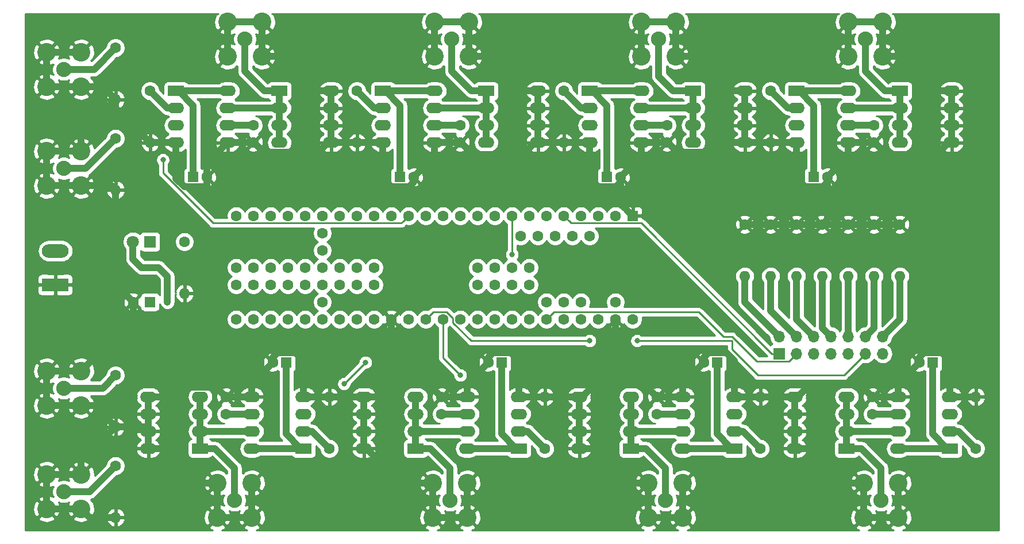
<source format=gtl>
G04 #@! TF.GenerationSoftware,KiCad,Pcbnew,(5.1.0)-1*
G04 #@! TF.CreationDate,2019-05-08T17:57:03+02:00*
G04 #@! TF.ProjectId,cascade_trigger,63617363-6164-4655-9f74-726967676572,rev?*
G04 #@! TF.SameCoordinates,Original*
G04 #@! TF.FileFunction,Copper,L1,Top*
G04 #@! TF.FilePolarity,Positive*
%FSLAX46Y46*%
G04 Gerber Fmt 4.6, Leading zero omitted, Abs format (unit mm)*
G04 Created by KiCad (PCBNEW (5.1.0)-1) date 2019-05-08 17:57:03*
%MOMM*%
%LPD*%
G04 APERTURE LIST*
%ADD10C,1.600000*%
%ADD11R,1.600000X1.600000*%
%ADD12O,2.400000X1.600000*%
%ADD13R,2.400000X1.600000*%
%ADD14O,1.600000X1.600000*%
%ADD15C,2.240000*%
%ADD16C,2.740000*%
%ADD17O,1.700000X1.700000*%
%ADD18R,1.700000X1.700000*%
%ADD19R,3.960000X1.980000*%
%ADD20O,3.960000X1.980000*%
%ADD21R,1.800000X1.800000*%
%ADD22C,1.800000*%
%ADD23C,0.800000*%
%ADD24C,1.000000*%
%ADD25C,0.250000*%
%ADD26C,0.254000*%
G04 APERTURE END LIST*
D10*
X108966000Y-47030000D03*
X108966000Y-49530000D03*
X147606000Y-41910000D03*
D11*
X149606000Y-41910000D03*
D10*
X140716000Y-47030000D03*
X140716000Y-49530000D03*
D12*
X112776000Y-54610000D03*
X120396000Y-46990000D03*
X112776000Y-52070000D03*
X120396000Y-49530000D03*
X112776000Y-49530000D03*
X120396000Y-52070000D03*
X112776000Y-46990000D03*
D13*
X120396000Y-54610000D03*
D10*
X52356000Y-41910000D03*
D11*
X54356000Y-41910000D03*
D10*
X84106000Y-41910000D03*
D11*
X86106000Y-41910000D03*
D10*
X115856000Y-41910000D03*
D11*
X117856000Y-41910000D03*
D10*
X45466000Y-47030000D03*
X45466000Y-49530000D03*
X77216000Y-47030000D03*
X77216000Y-49530000D03*
D12*
X144526000Y-54610000D03*
X152146000Y-46990000D03*
X144526000Y-52070000D03*
X152146000Y-49530000D03*
X144526000Y-49530000D03*
X152146000Y-52070000D03*
X144526000Y-46990000D03*
D13*
X152146000Y-54610000D03*
D14*
X155956000Y-46990000D03*
D10*
X155956000Y-54610000D03*
D12*
X81026000Y-54610000D03*
X88646000Y-46990000D03*
X81026000Y-52070000D03*
X88646000Y-49530000D03*
X81026000Y-49530000D03*
X88646000Y-52070000D03*
X81026000Y-46990000D03*
D13*
X88646000Y-54610000D03*
D12*
X49276000Y-54610000D03*
X56896000Y-46990000D03*
X49276000Y-52070000D03*
X56896000Y-49530000D03*
X49276000Y-49530000D03*
X56896000Y-52070000D03*
X49276000Y-46990000D03*
D13*
X56896000Y-54610000D03*
D14*
X124206000Y-46990000D03*
D10*
X124206000Y-54610000D03*
D14*
X92456000Y-46990000D03*
D10*
X92456000Y-54610000D03*
D14*
X60706000Y-46990000D03*
D10*
X60706000Y-54610000D03*
D15*
X141986000Y-62230000D03*
D16*
X144526000Y-64770000D03*
X139446000Y-64770000D03*
X139446000Y-59690000D03*
X144526000Y-59690000D03*
D15*
X46736000Y-62230000D03*
D16*
X49276000Y-64770000D03*
X44196000Y-64770000D03*
X44196000Y-59690000D03*
X49276000Y-59690000D03*
D12*
X34036000Y-54610000D03*
X41656000Y-46990000D03*
X34036000Y-52070000D03*
X41656000Y-49530000D03*
X34036000Y-49530000D03*
X41656000Y-52070000D03*
X34036000Y-46990000D03*
D13*
X41656000Y-54610000D03*
D15*
X78486000Y-62230000D03*
D16*
X81026000Y-64770000D03*
X75946000Y-64770000D03*
X75946000Y-59690000D03*
X81026000Y-59690000D03*
D12*
X97536000Y-54610000D03*
X105156000Y-46990000D03*
X97536000Y-52070000D03*
X105156000Y-49530000D03*
X97536000Y-49530000D03*
X105156000Y-52070000D03*
X97536000Y-46990000D03*
D13*
X105156000Y-54610000D03*
D15*
X110236000Y-62230000D03*
D16*
X112776000Y-64770000D03*
X107696000Y-64770000D03*
X107696000Y-59690000D03*
X112776000Y-59690000D03*
D12*
X129286000Y-54610000D03*
X136906000Y-46990000D03*
X129286000Y-52070000D03*
X136906000Y-49530000D03*
X129286000Y-49530000D03*
X136906000Y-52070000D03*
X129286000Y-46990000D03*
D13*
X136906000Y-54610000D03*
D12*
X65786000Y-54610000D03*
X73406000Y-46990000D03*
X65786000Y-52070000D03*
X73406000Y-49530000D03*
X65786000Y-49530000D03*
X73406000Y-52070000D03*
X65786000Y-46990000D03*
D13*
X73406000Y-54610000D03*
D12*
X137160000Y-1905000D03*
X129540000Y-9525000D03*
X137160000Y-4445000D03*
X129540000Y-6985000D03*
X137160000Y-6985000D03*
X129540000Y-4445000D03*
X137160000Y-9525000D03*
D13*
X129540000Y-1905000D03*
D12*
X152400000Y-1905000D03*
X144780000Y-9525000D03*
X152400000Y-4445000D03*
X144780000Y-6985000D03*
X152400000Y-6985000D03*
X144780000Y-4445000D03*
X152400000Y-9525000D03*
D13*
X144780000Y-1905000D03*
D12*
X121920000Y-1905000D03*
X114300000Y-9525000D03*
X121920000Y-4445000D03*
X114300000Y-6985000D03*
X121920000Y-6985000D03*
X114300000Y-4445000D03*
X121920000Y-9525000D03*
D13*
X114300000Y-1905000D03*
D12*
X91440000Y-1905000D03*
X83820000Y-9525000D03*
X91440000Y-4445000D03*
X83820000Y-6985000D03*
X91440000Y-6985000D03*
X83820000Y-4445000D03*
X91440000Y-9525000D03*
D13*
X83820000Y-1905000D03*
D12*
X60960000Y-1905000D03*
X53340000Y-9525000D03*
X60960000Y-4445000D03*
X53340000Y-6985000D03*
X60960000Y-6985000D03*
X53340000Y-4445000D03*
X60960000Y-9525000D03*
D13*
X53340000Y-1905000D03*
D15*
X139700000Y5715000D03*
D16*
X137160000Y8255000D03*
X142240000Y8255000D03*
X142240000Y3175000D03*
X137160000Y3175000D03*
D15*
X109220000Y5715000D03*
D16*
X106680000Y8255000D03*
X111760000Y8255000D03*
X111760000Y3175000D03*
X106680000Y3175000D03*
D15*
X78740000Y5715000D03*
D16*
X76200000Y8255000D03*
X81280000Y8255000D03*
X81280000Y3175000D03*
X76200000Y3175000D03*
D15*
X48260000Y5715000D03*
D16*
X45720000Y8255000D03*
X50800000Y8255000D03*
X50800000Y3175000D03*
X45720000Y3175000D03*
D15*
X21590000Y-13335000D03*
D16*
X19050000Y-10795000D03*
X24130000Y-10795000D03*
X24130000Y-15875000D03*
X19050000Y-15875000D03*
D15*
X21590000Y1270000D03*
D16*
X19050000Y3810000D03*
X24130000Y3810000D03*
X24130000Y-1270000D03*
X19050000Y-1270000D03*
D15*
X21590000Y-60960000D03*
D16*
X19050000Y-58420000D03*
X24130000Y-58420000D03*
X24130000Y-63500000D03*
X19050000Y-63500000D03*
D15*
X21590000Y-45720000D03*
D16*
X19050000Y-43180000D03*
X24130000Y-43180000D03*
X24130000Y-48260000D03*
X19050000Y-48260000D03*
D14*
X121920000Y-29210000D03*
D10*
X121920000Y-21590000D03*
D14*
X125730000Y-29210000D03*
D10*
X125730000Y-21590000D03*
D14*
X129540000Y-29210000D03*
D10*
X129540000Y-21590000D03*
D14*
X133350000Y-29210000D03*
D10*
X133350000Y-21590000D03*
D14*
X137160000Y-29210000D03*
D10*
X137160000Y-21590000D03*
D14*
X140970000Y-29210000D03*
D10*
X140970000Y-21590000D03*
D14*
X144780000Y-29210000D03*
D10*
X144780000Y-21590000D03*
D14*
X29210000Y-16510000D03*
D10*
X29210000Y-8890000D03*
D14*
X29210000Y-3175000D03*
D10*
X29210000Y4445000D03*
D14*
X29210000Y-64770000D03*
D10*
X29210000Y-57150000D03*
D14*
X29210000Y-51435000D03*
D10*
X29210000Y-43815000D03*
D14*
X125730000Y-9525000D03*
D10*
X125730000Y-1905000D03*
D14*
X95250000Y-9525000D03*
D10*
X95250000Y-1905000D03*
D14*
X64770000Y-9525000D03*
D10*
X64770000Y-1905000D03*
D14*
X34290000Y-9525000D03*
D10*
X34290000Y-1905000D03*
D17*
X142240000Y-38100000D03*
X142240000Y-40640000D03*
X139700000Y-38100000D03*
X139700000Y-40640000D03*
X137160000Y-38100000D03*
X137160000Y-40640000D03*
X134620000Y-38100000D03*
X134620000Y-40640000D03*
X132080000Y-38100000D03*
X132080000Y-40640000D03*
X129540000Y-38100000D03*
X129540000Y-40640000D03*
X127000000Y-38100000D03*
D18*
X127000000Y-40640000D03*
D12*
X106680000Y-1905000D03*
X99060000Y-9525000D03*
X106680000Y-4445000D03*
X99060000Y-6985000D03*
X106680000Y-6985000D03*
X99060000Y-4445000D03*
X106680000Y-9525000D03*
D13*
X99060000Y-1905000D03*
D12*
X76200000Y-1905000D03*
X68580000Y-9525000D03*
X76200000Y-4445000D03*
X68580000Y-6985000D03*
X76200000Y-6985000D03*
X68580000Y-4445000D03*
X76200000Y-9525000D03*
D13*
X68580000Y-1905000D03*
D12*
X45720000Y-1905000D03*
X38100000Y-9525000D03*
X45720000Y-4445000D03*
X38100000Y-6985000D03*
X45720000Y-6985000D03*
X38100000Y-4445000D03*
X45720000Y-9525000D03*
D13*
X38100000Y-1905000D03*
D10*
X134080000Y-14605000D03*
D11*
X132080000Y-14605000D03*
D10*
X103600000Y-14605000D03*
D11*
X101600000Y-14605000D03*
D10*
X42640000Y-14605000D03*
D11*
X40640000Y-14605000D03*
D10*
X140970000Y-9485000D03*
X140970000Y-6985000D03*
X110490000Y-9485000D03*
X110490000Y-6985000D03*
X80010000Y-9485000D03*
X80010000Y-6985000D03*
X73120000Y-14605000D03*
D11*
X71120000Y-14605000D03*
D10*
X49530000Y-9485000D03*
X49530000Y-6985000D03*
X39370000Y-24130000D03*
D14*
X39370000Y-31750000D03*
D11*
X34290000Y-33020000D03*
D10*
X31790000Y-33020000D03*
D19*
X20320000Y-30480000D03*
D20*
X20320000Y-25480000D03*
D10*
X64770000Y-20320000D03*
X62230000Y-20320000D03*
X59690000Y-20320000D03*
X57150000Y-20320000D03*
X67310000Y-20320000D03*
X69850000Y-20320000D03*
X72390000Y-20320000D03*
X54610000Y-20320000D03*
X52070000Y-20320000D03*
X49530000Y-20320000D03*
X46990000Y-20320000D03*
X59690000Y-22860000D03*
X59690000Y-25400000D03*
X59690000Y-27940000D03*
X59690000Y-30480000D03*
X59690000Y-33020000D03*
X46990000Y-35560000D03*
X49530000Y-35560000D03*
X52070000Y-35560000D03*
X54610000Y-35560000D03*
X57150000Y-35560000D03*
X59690000Y-35560000D03*
X62230000Y-35560000D03*
X64770000Y-35560000D03*
X74930000Y-20320000D03*
X77470000Y-20320000D03*
X80010000Y-20320000D03*
X82550000Y-20320000D03*
X85090000Y-20320000D03*
X87630000Y-20320000D03*
X90170000Y-20320000D03*
X92710000Y-20320000D03*
X95250000Y-20320000D03*
X97790000Y-20320000D03*
X100330000Y-20320000D03*
X102870000Y-20320000D03*
D11*
X105410000Y-20320000D03*
D10*
X67310000Y-35560000D03*
X69850000Y-35560000D03*
X72390000Y-35560000D03*
X74930000Y-35560000D03*
X77470000Y-35560000D03*
X80010000Y-35560000D03*
X82550000Y-35560000D03*
X85090000Y-35560000D03*
X87630000Y-35560000D03*
X90170000Y-35560000D03*
X92710000Y-35560000D03*
X95250000Y-35560000D03*
X97790000Y-35560000D03*
X100330000Y-35560000D03*
X102870000Y-35560000D03*
X105410000Y-35560000D03*
X102870000Y-33020000D03*
X97790000Y-33020000D03*
X95250000Y-33020000D03*
X92710000Y-33020000D03*
X90170000Y-27940000D03*
X87630000Y-27940000D03*
X85090000Y-27940000D03*
X82550000Y-27940000D03*
X67310000Y-27940000D03*
X64770000Y-27940000D03*
X62230000Y-27940000D03*
X57150000Y-27940000D03*
X54610000Y-27940000D03*
X52070000Y-27940000D03*
X49530000Y-27940000D03*
X46990000Y-27940000D03*
X46990000Y-30480000D03*
X49530000Y-30480000D03*
X52070000Y-30480000D03*
X54610000Y-30480000D03*
X57150000Y-30480000D03*
X62230000Y-30480000D03*
X64770000Y-30480000D03*
X67310000Y-30480000D03*
X82550000Y-30480000D03*
X85090000Y-30480000D03*
X87630000Y-30480000D03*
X90170000Y-30480000D03*
X99060000Y-23320000D03*
X96520000Y-23320000D03*
X93980000Y-23320000D03*
X91440000Y-23320000D03*
X88900000Y-23320000D03*
D21*
X34290000Y-24130000D03*
D22*
X31750000Y-24130000D03*
D23*
X36830000Y-33020000D03*
X36195000Y-12065000D03*
X80010000Y-43815000D03*
X62865000Y-45085000D03*
X66040000Y-41910000D03*
X99060000Y-38735000D03*
X106045000Y-38735000D03*
X87630000Y-26035000D03*
D24*
X31750000Y-26670000D02*
X31750000Y-24130000D01*
X35560000Y-27940000D02*
X33020000Y-27940000D01*
X36830000Y-29210000D02*
X35560000Y-27940000D01*
X36830000Y-33020000D02*
X36830000Y-29210000D01*
X33020000Y-27940000D02*
X31750000Y-26670000D01*
X40640000Y-6585000D02*
X40640000Y-14605000D01*
X40640000Y-4045000D02*
X40640000Y-6585000D01*
X38100000Y-1905000D02*
X38500000Y-1905000D01*
X38500000Y-1905000D02*
X40640000Y-4045000D01*
X45720000Y-1905000D02*
X38100000Y-1905000D01*
X101600000Y-12805000D02*
X101600000Y-14605000D01*
X101600000Y-4045000D02*
X101600000Y-12805000D01*
X99460000Y-1905000D02*
X101600000Y-4045000D01*
X99060000Y-1905000D02*
X99460000Y-1905000D01*
X132080000Y-12805000D02*
X132080000Y-14605000D01*
X132080000Y-4045000D02*
X132080000Y-12805000D01*
X129940000Y-1905000D02*
X132080000Y-4045000D01*
X129540000Y-1905000D02*
X129940000Y-1905000D01*
X129540000Y-1905000D02*
X137160000Y-1905000D01*
X99060000Y-1905000D02*
X106680000Y-1905000D01*
X71120000Y-12805000D02*
X71120000Y-14605000D01*
X71120000Y-4045000D02*
X71120000Y-12805000D01*
X68980000Y-1905000D02*
X71120000Y-4045000D01*
X68580000Y-1905000D02*
X68980000Y-1905000D01*
X68580000Y-1905000D02*
X76200000Y-1905000D01*
X54356000Y-52470000D02*
X54356000Y-43710000D01*
X56896000Y-54610000D02*
X56496000Y-54610000D01*
X54356000Y-43710000D02*
X54356000Y-41910000D01*
X56496000Y-54610000D02*
X54356000Y-52470000D01*
X117856000Y-43710000D02*
X117856000Y-41910000D01*
X151746000Y-54610000D02*
X149606000Y-52470000D01*
X120396000Y-54610000D02*
X119996000Y-54610000D01*
X119996000Y-54610000D02*
X117856000Y-52470000D01*
X152146000Y-54610000D02*
X144526000Y-54610000D01*
X152146000Y-54610000D02*
X151746000Y-54610000D01*
X117856000Y-52470000D02*
X117856000Y-43710000D01*
X120396000Y-54610000D02*
X112776000Y-54610000D01*
X56896000Y-54610000D02*
X49276000Y-54610000D01*
X149606000Y-52470000D02*
X149606000Y-43710000D01*
X149606000Y-43710000D02*
X149606000Y-41910000D01*
X88646000Y-54610000D02*
X81026000Y-54610000D01*
X88246000Y-54610000D02*
X86106000Y-52470000D01*
X86106000Y-43710000D02*
X86106000Y-41910000D01*
X88646000Y-54610000D02*
X88246000Y-54610000D01*
X86106000Y-52470000D02*
X86106000Y-43710000D01*
X45720000Y3175000D02*
X45720000Y8255000D01*
X50800000Y8255000D02*
X50800000Y3175000D01*
X48260000Y-9485000D02*
X45760000Y-9485000D01*
X42640000Y-15736370D02*
X42640000Y-14605000D01*
X42321369Y-16055001D02*
X42640000Y-15736370D01*
X39319999Y-16055001D02*
X42321369Y-16055001D01*
X38100000Y-14835002D02*
X39319999Y-16055001D01*
X38100000Y-9525000D02*
X38100000Y-14835002D01*
X42640000Y-12605000D02*
X45720000Y-9525000D01*
X42640000Y-14605000D02*
X42640000Y-12605000D01*
X34290000Y-9525000D02*
X38100000Y-9525000D01*
X45760000Y-9485000D02*
X45720000Y-9525000D01*
X49530000Y-9485000D02*
X45760000Y-9485000D01*
X91440000Y-1905000D02*
X91440000Y-9525000D01*
X81280000Y3175000D02*
X81280000Y8255000D01*
X81280000Y8255000D02*
X76200000Y8255000D01*
X76200000Y8255000D02*
X76200000Y3175000D01*
X106680000Y3175000D02*
X106680000Y8255000D01*
X106680000Y8255000D02*
X111760000Y8255000D01*
X111760000Y8255000D02*
X111760000Y3175000D01*
X137160000Y3175000D02*
X137160000Y8255000D01*
X137160000Y8255000D02*
X142240000Y8255000D01*
X142240000Y8255000D02*
X142240000Y3175000D01*
X113697472Y3175000D02*
X111760000Y3175000D01*
X114640000Y3175000D02*
X113697472Y3175000D01*
X119720000Y-1905000D02*
X114640000Y3175000D01*
X121920000Y-1905000D02*
X119720000Y-1905000D01*
X121920000Y-1905000D02*
X121920000Y-9525000D01*
X144177472Y3175000D02*
X142240000Y3175000D01*
X145120000Y3175000D02*
X144177472Y3175000D01*
X150200000Y-1905000D02*
X145120000Y3175000D01*
X152400000Y-1905000D02*
X150200000Y-1905000D01*
X152400000Y-1905000D02*
X152400000Y-9525000D01*
X141769999Y-10284999D02*
X140970000Y-9485000D01*
X142810000Y-11325000D02*
X141769999Y-10284999D01*
X150200000Y-11325000D02*
X142810000Y-11325000D01*
X152000000Y-9525000D02*
X150200000Y-11325000D01*
X152400000Y-9525000D02*
X152000000Y-9525000D01*
X140930000Y-9525000D02*
X140970000Y-9485000D01*
X137160000Y-9525000D02*
X140930000Y-9525000D01*
X137160000Y-11525000D02*
X134080000Y-14605000D01*
X137160000Y-9525000D02*
X137160000Y-11525000D01*
X125730000Y-9525000D02*
X129540000Y-9525000D01*
X106680000Y-11525000D02*
X103600000Y-14605000D01*
X106680000Y-9525000D02*
X106680000Y-11525000D01*
X110450000Y-9525000D02*
X110490000Y-9485000D01*
X106680000Y-9525000D02*
X110450000Y-9525000D01*
X111289999Y-10284999D02*
X110490000Y-9485000D01*
X111980010Y-10975010D02*
X111289999Y-10284999D01*
X118269990Y-10975010D02*
X111980010Y-10975010D01*
X119720000Y-9525000D02*
X118269990Y-10975010D01*
X121920000Y-9525000D02*
X119720000Y-9525000D01*
X99060000Y-11325000D02*
X99060000Y-9525000D01*
X99060000Y-14835002D02*
X99060000Y-11325000D01*
X100279999Y-16055001D02*
X99060000Y-14835002D01*
X102920001Y-16055001D02*
X100279999Y-16055001D01*
X103600000Y-15375002D02*
X102920001Y-16055001D01*
X103600000Y-14605000D02*
X103600000Y-15375002D01*
X99060000Y-9525000D02*
X95250000Y-9525000D01*
X129540000Y-11325000D02*
X129540000Y-9525000D01*
X129540000Y-14835002D02*
X129540000Y-11325000D01*
X130759999Y-16055001D02*
X129540000Y-14835002D01*
X133400001Y-16055001D02*
X130759999Y-16055001D01*
X134080000Y-15375002D02*
X133400001Y-16055001D01*
X134080000Y-14605000D02*
X134080000Y-15375002D01*
X80809999Y-10284999D02*
X80010000Y-9485000D01*
X81850000Y-11325000D02*
X80809999Y-10284999D01*
X89240000Y-11325000D02*
X81850000Y-11325000D01*
X91040000Y-9525000D02*
X89240000Y-11325000D01*
X91440000Y-9525000D02*
X91040000Y-9525000D01*
X76240000Y-9485000D02*
X76200000Y-9525000D01*
X80010000Y-9485000D02*
X76240000Y-9485000D01*
X76200000Y-11525000D02*
X73120000Y-14605000D01*
X76200000Y-9525000D02*
X76200000Y-11525000D01*
X68580000Y-9525000D02*
X64770000Y-9525000D01*
X68580000Y-11325000D02*
X68580000Y-9525000D01*
X68580000Y-14835002D02*
X68580000Y-11325000D01*
X69799999Y-16055001D02*
X68580000Y-14835002D01*
X72440001Y-16055001D02*
X69799999Y-16055001D01*
X73120000Y-15375002D02*
X72440001Y-16055001D01*
X73120000Y-14605000D02*
X73120000Y-15375002D01*
X60960000Y-1905000D02*
X60960000Y-9525000D01*
X52737472Y3175000D02*
X50800000Y3175000D01*
X53680000Y3175000D02*
X52737472Y3175000D01*
X58760000Y-1905000D02*
X53680000Y3175000D01*
X60960000Y-1905000D02*
X58760000Y-1905000D01*
X83217472Y3175000D02*
X81280000Y3175000D01*
X84160000Y3175000D02*
X83217472Y3175000D01*
X89240000Y-1905000D02*
X84160000Y3175000D01*
X91440000Y-1905000D02*
X89240000Y-1905000D01*
X19050000Y3810000D02*
X24130000Y3810000D01*
X19050000Y3810000D02*
X19050000Y-1270000D01*
X19050000Y-43180000D02*
X24130000Y-43180000D01*
X19050000Y-43180000D02*
X19050000Y-48260000D01*
X19050000Y-48260000D02*
X24130000Y-48260000D01*
X24130000Y-1270000D02*
X19050000Y-1270000D01*
X19050000Y-58420000D02*
X19050000Y-63500000D01*
X19050000Y-58420000D02*
X24130000Y-58420000D01*
X19050000Y-63500000D02*
X24130000Y-63500000D01*
X24130000Y-15875000D02*
X19050000Y-15875000D01*
X19050000Y-15875000D02*
X19050000Y-10795000D01*
X24130000Y-10795000D02*
X19050000Y-10795000D01*
X144780000Y-21590000D02*
X121920000Y-21590000D01*
X31790000Y-35520000D02*
X31790000Y-33020000D01*
X24130000Y-43180000D02*
X31790000Y-35520000D01*
X29210000Y-30440000D02*
X31790000Y-33020000D01*
X29210000Y-16510000D02*
X29210000Y-30440000D01*
X91440000Y-9525000D02*
X95250000Y-9525000D01*
X50329999Y-10284999D02*
X49530000Y-9485000D01*
X51020010Y-10975010D02*
X50329999Y-10284999D01*
X59109990Y-10975010D02*
X51020010Y-10975010D01*
X60560000Y-9525000D02*
X59109990Y-10975010D01*
X60960000Y-9525000D02*
X60560000Y-9525000D01*
X60960000Y-9525000D02*
X64770000Y-9525000D01*
X121920000Y-9525000D02*
X125730000Y-9525000D01*
X77256000Y-46990000D02*
X77216000Y-47030000D01*
X81026000Y-46990000D02*
X77256000Y-46990000D01*
X112776000Y-46990000D02*
X109006000Y-46990000D01*
X109006000Y-46990000D02*
X108966000Y-47030000D01*
X144526000Y-44990000D02*
X147606000Y-41910000D01*
X144526000Y-46990000D02*
X144526000Y-44990000D01*
X34036000Y-54610000D02*
X36236000Y-54610000D01*
X36236000Y-54610000D02*
X41316000Y-59690000D01*
X42258528Y-59690000D02*
X44196000Y-59690000D01*
X41316000Y-59690000D02*
X42258528Y-59690000D01*
X66186000Y-54610000D02*
X71266000Y-59690000D01*
X65786000Y-54610000D02*
X66186000Y-54610000D01*
X71266000Y-59690000D02*
X74008528Y-59690000D01*
X74008528Y-59690000D02*
X75946000Y-59690000D01*
X99736000Y-54610000D02*
X104816000Y-59690000D01*
X97536000Y-54610000D02*
X99736000Y-54610000D01*
X104816000Y-59690000D02*
X105758528Y-59690000D01*
X112776000Y-44990000D02*
X115856000Y-41910000D01*
X105758528Y-59690000D02*
X107696000Y-59690000D01*
X112776000Y-46990000D02*
X112776000Y-44990000D01*
X147606000Y-41910000D02*
X147606000Y-41139998D01*
X147606000Y-41139998D02*
X148285999Y-40459999D01*
X148285999Y-40459999D02*
X150926001Y-40459999D01*
X150926001Y-40459999D02*
X152146000Y-41679998D01*
X152146000Y-41679998D02*
X152146000Y-45190000D01*
X152146000Y-45190000D02*
X152146000Y-46990000D01*
X152146000Y-46990000D02*
X155956000Y-46990000D01*
X37686010Y-45539990D02*
X43975990Y-45539990D01*
X144526000Y-46990000D02*
X140756000Y-46990000D01*
X34036000Y-46990000D02*
X36236000Y-46990000D01*
X56896000Y-41679998D02*
X56896000Y-45190000D01*
X36236000Y-46990000D02*
X37686010Y-45539990D01*
X56896000Y-45190000D02*
X56896000Y-46990000D01*
X43975990Y-45539990D02*
X44666001Y-46230001D01*
X44666001Y-46230001D02*
X45466000Y-47030000D01*
X53035999Y-40459999D02*
X55676001Y-40459999D01*
X140756000Y-46990000D02*
X140716000Y-47030000D01*
X52356000Y-41910000D02*
X52356000Y-41139998D01*
X131486000Y-45190000D02*
X138876000Y-45190000D01*
X139916001Y-46230001D02*
X140716000Y-47030000D01*
X52356000Y-41139998D02*
X53035999Y-40459999D01*
X55676001Y-40459999D02*
X56896000Y-41679998D01*
X129286000Y-46990000D02*
X129686000Y-46990000D01*
X138876000Y-45190000D02*
X139916001Y-46230001D01*
X129686000Y-46990000D02*
X131486000Y-45190000D01*
X49276000Y-46990000D02*
X45506000Y-46990000D01*
X49276000Y-46990000D02*
X49276000Y-44990000D01*
X49276000Y-44990000D02*
X52356000Y-41910000D01*
X129286000Y-46990000D02*
X124206000Y-46990000D01*
X97536000Y-46990000D02*
X92456000Y-46990000D01*
X56896000Y-46990000D02*
X60706000Y-46990000D01*
X81026000Y-46990000D02*
X81026000Y-44990000D01*
X45506000Y-46990000D02*
X45466000Y-47030000D01*
X81026000Y-44990000D02*
X84106000Y-41910000D01*
X107126000Y-45190000D02*
X99736000Y-45190000D01*
X108966000Y-47030000D02*
X107126000Y-45190000D01*
X97936000Y-46990000D02*
X97536000Y-46990000D01*
X99736000Y-45190000D02*
X97936000Y-46990000D01*
X129286000Y-54610000D02*
X131486000Y-54610000D01*
X131486000Y-54610000D02*
X136566000Y-59690000D01*
X136566000Y-59690000D02*
X137508528Y-59690000D01*
X139446000Y-64770000D02*
X139446000Y-59690000D01*
X137508528Y-59690000D02*
X139446000Y-59690000D01*
X129286000Y-54610000D02*
X129286000Y-46990000D01*
X120396000Y-45190000D02*
X120396000Y-46990000D01*
X124206000Y-46990000D02*
X120396000Y-46990000D01*
X144526000Y-64770000D02*
X139446000Y-64770000D01*
X74636000Y-44450000D02*
X70526000Y-44450000D01*
X88646000Y-46990000D02*
X92456000Y-46990000D01*
X34036000Y-54610000D02*
X34036000Y-46990000D01*
X67986000Y-46990000D02*
X65786000Y-46990000D01*
X65786000Y-54610000D02*
X65786000Y-46990000D01*
X77216000Y-47030000D02*
X74636000Y-44450000D01*
X80986000Y-47030000D02*
X81026000Y-46990000D01*
X144526000Y-59690000D02*
X144526000Y-64770000D01*
X78486000Y-47030000D02*
X80986000Y-47030000D01*
X97536000Y-54610000D02*
X97536000Y-46990000D01*
X88646000Y-45190000D02*
X88646000Y-46990000D01*
X116535999Y-40459999D02*
X119176001Y-40459999D01*
X65786000Y-46990000D02*
X60706000Y-46990000D01*
X119176001Y-40459999D02*
X120396000Y-41679998D01*
X115856000Y-41910000D02*
X115856000Y-41139998D01*
X88646000Y-41679998D02*
X88646000Y-45190000D01*
X115856000Y-41139998D02*
X116535999Y-40459999D01*
X120396000Y-41679998D02*
X120396000Y-45190000D01*
X84106000Y-41910000D02*
X84106000Y-41139998D01*
X84106000Y-41139998D02*
X84785999Y-40459999D01*
X84785999Y-40459999D02*
X87426001Y-40459999D01*
X87426001Y-40459999D02*
X88646000Y-41679998D01*
X27305000Y-1270000D02*
X29210000Y-3175000D01*
X24130000Y-1270000D02*
X27305000Y-1270000D01*
X28575000Y-15875000D02*
X29210000Y-16510000D01*
X24130000Y-15875000D02*
X28575000Y-15875000D01*
X29210000Y-4445000D02*
X34290000Y-9525000D01*
X29210000Y-3175000D02*
X29210000Y-4445000D01*
X24130000Y-8255000D02*
X29210000Y-3175000D01*
X24130000Y-10795000D02*
X24130000Y-8255000D01*
X24130000Y-56515000D02*
X29210000Y-51435000D01*
X24130000Y-58420000D02*
X24130000Y-56515000D01*
X26035000Y-48260000D02*
X29210000Y-51435000D01*
X24130000Y-48260000D02*
X26035000Y-48260000D01*
X25400000Y-64770000D02*
X24130000Y-63500000D01*
X29210000Y-64770000D02*
X25400000Y-64770000D01*
X44196000Y-59690000D02*
X44196000Y-64770000D01*
X44196000Y-64770000D02*
X49276000Y-64770000D01*
X49276000Y-64770000D02*
X49276000Y-59690000D01*
X75946000Y-59690000D02*
X75946000Y-64770000D01*
X75946000Y-64770000D02*
X81026000Y-64770000D01*
X81026000Y-64770000D02*
X81026000Y-59690000D01*
X107696000Y-59690000D02*
X107696000Y-64770000D01*
X112776000Y-64770000D02*
X112776000Y-59690000D01*
X112776000Y-64770000D02*
X107696000Y-64770000D01*
X69870500Y-43346500D02*
X69870500Y-45105500D01*
X69850000Y-43326000D02*
X69870500Y-43346500D01*
X69850000Y-35560000D02*
X69850000Y-43326000D01*
X70526000Y-44450000D02*
X69870500Y-45105500D01*
X69870500Y-45105500D02*
X67986000Y-46990000D01*
X102870000Y-42056000D02*
X99736000Y-45190000D01*
X102870000Y-35560000D02*
X102870000Y-42056000D01*
X33401000Y-51435000D02*
X34036000Y-52070000D01*
X29210000Y-51435000D02*
X33401000Y-51435000D01*
X103600000Y-18510000D02*
X105410000Y-20320000D01*
X103600000Y-14605000D02*
X103600000Y-18510000D01*
X134080000Y-20860000D02*
X133350000Y-21590000D01*
X134080000Y-14605000D02*
X134080000Y-20860000D01*
X50800000Y8255000D02*
X45720000Y8255000D01*
X45720000Y-6985000D02*
X48260000Y-6985000D01*
X45720000Y-6985000D02*
X49530000Y-6985000D01*
X45720000Y-4445000D02*
X53340000Y-4445000D01*
X53340000Y-1905000D02*
X53340000Y-9525000D01*
X51140000Y-1905000D02*
X53340000Y-1905000D01*
X48260000Y975000D02*
X51140000Y-1905000D01*
X48260000Y5715000D02*
X48260000Y975000D01*
X76200000Y-4445000D02*
X83820000Y-4445000D01*
X83820000Y-1905000D02*
X83820000Y-9525000D01*
X81620000Y-1905000D02*
X83820000Y-1905000D01*
X78740000Y975000D02*
X81620000Y-1905000D01*
X78740000Y5715000D02*
X78740000Y975000D01*
X76200000Y-6985000D02*
X80010000Y-6985000D01*
X106680000Y-4445000D02*
X114300000Y-4445000D01*
X114300000Y-1905000D02*
X114300000Y-9525000D01*
X112100000Y-1905000D02*
X114300000Y-1905000D01*
X111360000Y-1905000D02*
X112100000Y-1905000D01*
X109220000Y235000D02*
X111360000Y-1905000D01*
X109220000Y5715000D02*
X109220000Y235000D01*
X106680000Y-6985000D02*
X110490000Y-6985000D01*
X137160000Y-6985000D02*
X140970000Y-6985000D01*
X144526000Y-49530000D02*
X140716000Y-49530000D01*
X108966000Y-49530000D02*
X112776000Y-49530000D01*
X77216000Y-49530000D02*
X81026000Y-49530000D01*
X45466000Y-49530000D02*
X49276000Y-49530000D01*
X36830000Y-4445000D02*
X38100000Y-4445000D01*
X34290000Y-1905000D02*
X36830000Y-4445000D01*
D25*
X71590001Y-21119999D02*
X72390000Y-20320000D01*
X71314999Y-21395001D02*
X71590001Y-21119999D01*
X43563971Y-21395001D02*
X71314999Y-21395001D01*
X36195000Y-14026030D02*
X43563971Y-21395001D01*
X36195000Y-12065000D02*
X36195000Y-14026030D01*
D24*
X67310000Y-4445000D02*
X68580000Y-4445000D01*
X64770000Y-1905000D02*
X67310000Y-4445000D01*
X97790000Y-4445000D02*
X99060000Y-4445000D01*
X95250000Y-1905000D02*
X97790000Y-4445000D01*
X137160000Y-4445000D02*
X144780000Y-4445000D01*
X144780000Y-1905000D02*
X144780000Y-9525000D01*
X142580000Y-1905000D02*
X144780000Y-1905000D01*
X139700000Y975000D02*
X142580000Y-1905000D01*
X139700000Y5715000D02*
X139700000Y975000D01*
X128270000Y-4445000D02*
X129540000Y-4445000D01*
X125730000Y-1905000D02*
X128270000Y-4445000D01*
X136906000Y-46990000D02*
X136906000Y-54610000D01*
X141986000Y-62230000D02*
X141986000Y-57490000D01*
X141986000Y-57490000D02*
X139106000Y-54610000D01*
X139106000Y-54610000D02*
X136906000Y-54610000D01*
X144526000Y-52070000D02*
X136906000Y-52070000D01*
X155956000Y-54610000D02*
X153416000Y-52070000D01*
X153416000Y-52070000D02*
X152146000Y-52070000D01*
X112776000Y-52070000D02*
X105156000Y-52070000D01*
X110236000Y-62230000D02*
X110236000Y-57490000D01*
X110236000Y-57490000D02*
X107356000Y-54610000D01*
X107356000Y-54610000D02*
X105156000Y-54610000D01*
X105156000Y-54610000D02*
X105156000Y-46990000D01*
X124206000Y-54610000D02*
X121666000Y-52070000D01*
X121666000Y-52070000D02*
X120396000Y-52070000D01*
X73406000Y-54610000D02*
X73406000Y-46990000D01*
X81026000Y-52070000D02*
X73406000Y-52070000D01*
X78486000Y-57490000D02*
X75606000Y-54610000D01*
X78486000Y-62230000D02*
X78486000Y-57490000D01*
X75606000Y-54610000D02*
X73406000Y-54610000D01*
X89916000Y-52070000D02*
X88646000Y-52070000D01*
X92456000Y-54610000D02*
X89916000Y-52070000D01*
D25*
X80010000Y-43815000D02*
X77470000Y-41275000D01*
X77470000Y-41275000D02*
X77470000Y-35560000D01*
D24*
X46736000Y-57490000D02*
X43856000Y-54610000D01*
X46736000Y-62230000D02*
X46736000Y-57490000D01*
X43856000Y-54610000D02*
X41656000Y-54610000D01*
X49276000Y-52070000D02*
X41656000Y-52070000D01*
X41656000Y-54610000D02*
X41656000Y-46990000D01*
X60706000Y-54610000D02*
X58166000Y-52070000D01*
X58166000Y-52070000D02*
X56896000Y-52070000D01*
D25*
X62865000Y-45085000D02*
X66040000Y-41910000D01*
D24*
X144780000Y-35560000D02*
X142240000Y-38100000D01*
X144780000Y-29210000D02*
X144780000Y-35560000D01*
X140970000Y-36830000D02*
X139700000Y-38100000D01*
X140970000Y-29210000D02*
X140970000Y-36830000D01*
D25*
X78934999Y-36076001D02*
X81593998Y-38735000D01*
X78934999Y-35433997D02*
X78934999Y-36076001D01*
X77986001Y-34484999D02*
X78934999Y-35433997D01*
X74930000Y-35560000D02*
X76005001Y-34484999D01*
X76005001Y-34484999D02*
X77986001Y-34484999D01*
X81593998Y-38735000D02*
X99060000Y-38735000D01*
X106045000Y-38735000D02*
X120015000Y-38735000D01*
X120015000Y-38735000D02*
X120015000Y-40005000D01*
X120015000Y-40005000D02*
X123825000Y-43815000D01*
X136525000Y-43815000D02*
X139700000Y-40640000D01*
X123825000Y-43815000D02*
X136525000Y-43815000D01*
D24*
X137160000Y-29210000D02*
X137160000Y-38100000D01*
X133350000Y-36830000D02*
X134620000Y-38100000D01*
X133350000Y-29210000D02*
X133350000Y-36830000D01*
X129540000Y-35560000D02*
X132080000Y-38100000D01*
X129540000Y-29210000D02*
X129540000Y-35560000D01*
D25*
X87630000Y-26035000D02*
X87630000Y-20320000D01*
D24*
X125730000Y-34290000D02*
X129540000Y-38100000D01*
X125730000Y-29210000D02*
X125730000Y-34290000D01*
D25*
X93785001Y-34484999D02*
X115129999Y-34484999D01*
X92710000Y-35560000D02*
X93785001Y-34484999D01*
X115129999Y-34484999D02*
X118745000Y-38100000D01*
X128690001Y-41489999D02*
X129540000Y-40640000D01*
X128414999Y-41765001D02*
X128690001Y-41489999D01*
X123680001Y-41765001D02*
X128414999Y-41765001D01*
X120015000Y-38100000D02*
X123680001Y-41765001D01*
X118745000Y-38100000D02*
X120015000Y-38100000D01*
D24*
X121920000Y-33020000D02*
X127000000Y-38100000D01*
X121920000Y-29210000D02*
X121920000Y-33020000D01*
D25*
X96049999Y-21119999D02*
X95250000Y-20320000D01*
X96325001Y-21395001D02*
X96049999Y-21119999D01*
X106655001Y-21395001D02*
X96325001Y-21395001D01*
X125900000Y-40640000D02*
X106655001Y-21395001D01*
X127000000Y-40640000D02*
X125900000Y-40640000D01*
D24*
X27305000Y-45720000D02*
X29210000Y-43815000D01*
X21590000Y-45720000D02*
X27305000Y-45720000D01*
X25400000Y-60960000D02*
X29210000Y-57150000D01*
X21590000Y-60960000D02*
X25400000Y-60960000D01*
X26035000Y1270000D02*
X29210000Y4445000D01*
X21590000Y1270000D02*
X26035000Y1270000D01*
X24765000Y-13335000D02*
X29210000Y-8890000D01*
X21590000Y-13335000D02*
X24765000Y-13335000D01*
D26*
G36*
X44320916Y9474476D02*
G01*
X44018666Y9334111D01*
X43840832Y8981462D01*
X43735214Y8600896D01*
X43705871Y8207038D01*
X43753928Y7815022D01*
X43877542Y7439914D01*
X44018666Y7175889D01*
X44320918Y7035523D01*
X45540395Y8255000D01*
X45526253Y8269143D01*
X45705858Y8448748D01*
X45720000Y8434605D01*
X45734143Y8448748D01*
X45913748Y8269143D01*
X45899605Y8255000D01*
X45913748Y8240858D01*
X45734143Y8061253D01*
X45720000Y8075395D01*
X44500523Y6855918D01*
X44640889Y6553666D01*
X44993538Y6375832D01*
X45374104Y6270214D01*
X45767962Y6240871D01*
X46159978Y6288928D01*
X46535086Y6412542D01*
X46681820Y6490973D01*
X46572443Y6226915D01*
X46505000Y5887852D01*
X46505000Y5542148D01*
X46572443Y5203085D01*
X46683676Y4934545D01*
X46446462Y5054168D01*
X46065896Y5159786D01*
X45672038Y5189129D01*
X45280022Y5141072D01*
X44904914Y5017458D01*
X44640889Y4876334D01*
X44500523Y4574082D01*
X45720000Y3354605D01*
X45734143Y3368748D01*
X45913748Y3189143D01*
X45899605Y3175000D01*
X45913748Y3160858D01*
X45734143Y2981253D01*
X45720000Y2995395D01*
X44500523Y1775918D01*
X44640889Y1473666D01*
X44993538Y1295832D01*
X45374104Y1190214D01*
X45767962Y1160871D01*
X46159978Y1208928D01*
X46535086Y1332542D01*
X46799111Y1473666D01*
X46939476Y1775916D01*
X47054371Y1661021D01*
X47125001Y1731651D01*
X47125001Y1030761D01*
X47119509Y975000D01*
X47141423Y752502D01*
X47206324Y538554D01*
X47246414Y463551D01*
X47311717Y341377D01*
X47453552Y168551D01*
X47496860Y133009D01*
X50298009Y-2668141D01*
X50333551Y-2711449D01*
X50506377Y-2853284D01*
X50685787Y-2949180D01*
X50703553Y-2958676D01*
X50917501Y-3023577D01*
X51139999Y-3045491D01*
X51195751Y-3040000D01*
X51599043Y-3040000D01*
X51609463Y-3059494D01*
X51688815Y-3156185D01*
X51785506Y-3235537D01*
X51895820Y-3294502D01*
X51946910Y-3310000D01*
X46999002Y-3310000D01*
X46921101Y-3246068D01*
X46788142Y-3175000D01*
X46921101Y-3103932D01*
X47139608Y-2924608D01*
X47318932Y-2706101D01*
X47452182Y-2456808D01*
X47534236Y-2186309D01*
X47561943Y-1905000D01*
X47534236Y-1623691D01*
X47452182Y-1353192D01*
X47318932Y-1103899D01*
X47139608Y-885392D01*
X46921101Y-706068D01*
X46671808Y-572818D01*
X46401309Y-490764D01*
X46190492Y-470000D01*
X45249508Y-470000D01*
X45038691Y-490764D01*
X44768192Y-572818D01*
X44518899Y-706068D01*
X44440998Y-770000D01*
X39840957Y-770000D01*
X39830537Y-750506D01*
X39751185Y-653815D01*
X39654494Y-574463D01*
X39544180Y-515498D01*
X39424482Y-479188D01*
X39300000Y-466928D01*
X36900000Y-466928D01*
X36775518Y-479188D01*
X36655820Y-515498D01*
X36545506Y-574463D01*
X36448815Y-653815D01*
X36369463Y-750506D01*
X36310498Y-860820D01*
X36274188Y-980518D01*
X36261928Y-1105000D01*
X36261928Y-2271797D01*
X35717850Y-1727718D01*
X35669853Y-1486426D01*
X35561680Y-1225273D01*
X35404637Y-990241D01*
X35204759Y-790363D01*
X34969727Y-633320D01*
X34708574Y-525147D01*
X34431335Y-470000D01*
X34148665Y-470000D01*
X33871426Y-525147D01*
X33610273Y-633320D01*
X33375241Y-790363D01*
X33175363Y-990241D01*
X33018320Y-1225273D01*
X32910147Y-1486426D01*
X32855000Y-1763665D01*
X32855000Y-2046335D01*
X32910147Y-2323574D01*
X33018320Y-2584727D01*
X33175363Y-2819759D01*
X33375241Y-3019637D01*
X33610273Y-3176680D01*
X33871426Y-3284853D01*
X34112718Y-3332850D01*
X35988009Y-5208141D01*
X36023551Y-5251449D01*
X36196377Y-5393284D01*
X36393553Y-5498676D01*
X36607501Y-5563577D01*
X36774248Y-5580000D01*
X36774257Y-5580000D01*
X36827372Y-5585231D01*
X36898899Y-5643932D01*
X37031858Y-5715000D01*
X36898899Y-5786068D01*
X36680392Y-5965392D01*
X36501068Y-6183899D01*
X36367818Y-6433192D01*
X36285764Y-6703691D01*
X36258057Y-6985000D01*
X36285764Y-7266309D01*
X36367818Y-7536808D01*
X36501068Y-7786101D01*
X36680392Y-8004608D01*
X36898899Y-8183932D01*
X37026741Y-8252265D01*
X36797161Y-8402399D01*
X36595500Y-8600105D01*
X36436285Y-8833354D01*
X36325633Y-9093182D01*
X36308096Y-9175961D01*
X36430085Y-9398000D01*
X37973000Y-9398000D01*
X37973000Y-9378000D01*
X38227000Y-9378000D01*
X38227000Y-9398000D01*
X38247000Y-9398000D01*
X38247000Y-9652000D01*
X38227000Y-9652000D01*
X38227000Y-10960000D01*
X38627000Y-10960000D01*
X38904514Y-10907650D01*
X39166483Y-10802166D01*
X39402839Y-10647601D01*
X39505000Y-10547443D01*
X39505001Y-13264043D01*
X39485506Y-13274463D01*
X39388815Y-13353815D01*
X39309463Y-13450506D01*
X39250498Y-13560820D01*
X39214188Y-13680518D01*
X39201928Y-13805000D01*
X39201928Y-15405000D01*
X39214188Y-15529482D01*
X39250498Y-15649180D01*
X39309463Y-15759494D01*
X39388815Y-15856185D01*
X39485506Y-15935537D01*
X39595820Y-15994502D01*
X39715518Y-16030812D01*
X39840000Y-16043072D01*
X41440000Y-16043072D01*
X41564482Y-16030812D01*
X41684180Y-15994502D01*
X41794494Y-15935537D01*
X41891185Y-15856185D01*
X41901807Y-15843242D01*
X42153996Y-15962571D01*
X42428184Y-16031300D01*
X42710512Y-16045217D01*
X42990130Y-16003787D01*
X43256292Y-15908603D01*
X43381514Y-15841671D01*
X43453097Y-15597702D01*
X42640000Y-14784605D01*
X42625858Y-14798748D01*
X42446253Y-14619143D01*
X42460395Y-14605000D01*
X42819605Y-14605000D01*
X43632702Y-15418097D01*
X43876671Y-15346514D01*
X43997571Y-15091004D01*
X44066300Y-14816816D01*
X44080217Y-14534488D01*
X44038787Y-14254870D01*
X43943603Y-13988708D01*
X43876671Y-13863486D01*
X43632702Y-13791903D01*
X42819605Y-14605000D01*
X42460395Y-14605000D01*
X42446253Y-14590858D01*
X42625858Y-14411253D01*
X42640000Y-14425395D01*
X43453097Y-13612298D01*
X43381514Y-13368329D01*
X43126004Y-13247429D01*
X42851816Y-13178700D01*
X42569488Y-13164783D01*
X42289870Y-13206213D01*
X42023708Y-13301397D01*
X41901691Y-13366616D01*
X41891185Y-13353815D01*
X41794494Y-13274463D01*
X41775000Y-13264043D01*
X41775000Y-9874039D01*
X43928096Y-9874039D01*
X43945633Y-9956818D01*
X44056285Y-10216646D01*
X44215500Y-10449895D01*
X44417161Y-10647601D01*
X44653517Y-10802166D01*
X44915486Y-10907650D01*
X45193000Y-10960000D01*
X45593000Y-10960000D01*
X45593000Y-9652000D01*
X45847000Y-9652000D01*
X45847000Y-10960000D01*
X46247000Y-10960000D01*
X46524514Y-10907650D01*
X46786483Y-10802166D01*
X47022839Y-10647601D01*
X47196136Y-10477702D01*
X48716903Y-10477702D01*
X48788486Y-10721671D01*
X49043996Y-10842571D01*
X49318184Y-10911300D01*
X49600512Y-10925217D01*
X49880130Y-10883787D01*
X50146292Y-10788603D01*
X50271514Y-10721671D01*
X50343097Y-10477702D01*
X49530000Y-9664605D01*
X48716903Y-10477702D01*
X47196136Y-10477702D01*
X47224500Y-10449895D01*
X47383715Y-10216646D01*
X47494367Y-9956818D01*
X47511904Y-9874039D01*
X47389915Y-9652000D01*
X45847000Y-9652000D01*
X45593000Y-9652000D01*
X44050085Y-9652000D01*
X43928096Y-9874039D01*
X41775000Y-9874039D01*
X41775000Y-9555512D01*
X48089783Y-9555512D01*
X48131213Y-9835130D01*
X48226397Y-10101292D01*
X48293329Y-10226514D01*
X48537298Y-10298097D01*
X49350395Y-9485000D01*
X49709605Y-9485000D01*
X50522702Y-10298097D01*
X50766671Y-10226514D01*
X50887571Y-9971004D01*
X50956300Y-9696816D01*
X50970217Y-9414488D01*
X50928787Y-9134870D01*
X50833603Y-8868708D01*
X50766671Y-8743486D01*
X50522702Y-8671903D01*
X49709605Y-9485000D01*
X49350395Y-9485000D01*
X48537298Y-8671903D01*
X48293329Y-8743486D01*
X48172429Y-8998996D01*
X48103700Y-9273184D01*
X48089783Y-9555512D01*
X41775000Y-9555512D01*
X41775000Y-4100751D01*
X41780491Y-4044999D01*
X41758577Y-3822501D01*
X41693676Y-3608553D01*
X41648503Y-3524040D01*
X41588284Y-3411377D01*
X41446449Y-3238551D01*
X41403141Y-3203009D01*
X41240132Y-3040000D01*
X44440998Y-3040000D01*
X44518899Y-3103932D01*
X44651858Y-3175000D01*
X44518899Y-3246068D01*
X44300392Y-3425392D01*
X44121068Y-3643899D01*
X43987818Y-3893192D01*
X43905764Y-4163691D01*
X43878057Y-4445000D01*
X43905764Y-4726309D01*
X43987818Y-4996808D01*
X44121068Y-5246101D01*
X44300392Y-5464608D01*
X44518899Y-5643932D01*
X44651858Y-5715000D01*
X44518899Y-5786068D01*
X44300392Y-5965392D01*
X44121068Y-6183899D01*
X43987818Y-6433192D01*
X43905764Y-6703691D01*
X43878057Y-6985000D01*
X43905764Y-7266309D01*
X43987818Y-7536808D01*
X44121068Y-7786101D01*
X44300392Y-8004608D01*
X44518899Y-8183932D01*
X44646741Y-8252265D01*
X44417161Y-8402399D01*
X44215500Y-8600105D01*
X44056285Y-8833354D01*
X43945633Y-9093182D01*
X43928096Y-9175961D01*
X44050085Y-9398000D01*
X45593000Y-9398000D01*
X45593000Y-9378000D01*
X45847000Y-9378000D01*
X45847000Y-9398000D01*
X47389915Y-9398000D01*
X47511904Y-9175961D01*
X47494367Y-9093182D01*
X47383715Y-8833354D01*
X47224500Y-8600105D01*
X47022839Y-8402399D01*
X46793259Y-8252265D01*
X46921101Y-8183932D01*
X46999002Y-8120000D01*
X48645716Y-8120000D01*
X48815869Y-8233692D01*
X48788486Y-8248329D01*
X48716903Y-8492298D01*
X49530000Y-9305395D01*
X50343097Y-8492298D01*
X50271514Y-8248329D01*
X50242659Y-8234676D01*
X50444759Y-8099637D01*
X50644637Y-7899759D01*
X50801680Y-7664727D01*
X50909853Y-7403574D01*
X50965000Y-7126335D01*
X50965000Y-6843665D01*
X50909853Y-6566426D01*
X50801680Y-6305273D01*
X50644637Y-6070241D01*
X50444759Y-5870363D01*
X50209727Y-5713320D01*
X49948574Y-5605147D01*
X49822153Y-5580000D01*
X52060998Y-5580000D01*
X52138899Y-5643932D01*
X52205000Y-5679264D01*
X52205001Y-5750736D01*
X52138899Y-5786068D01*
X51920392Y-5965392D01*
X51741068Y-6183899D01*
X51607818Y-6433192D01*
X51525764Y-6703691D01*
X51498057Y-6985000D01*
X51525764Y-7266309D01*
X51607818Y-7536808D01*
X51741068Y-7786101D01*
X51920392Y-8004608D01*
X52138899Y-8183932D01*
X52205001Y-8219264D01*
X52205001Y-8290736D01*
X52138899Y-8326068D01*
X51920392Y-8505392D01*
X51741068Y-8723899D01*
X51607818Y-8973192D01*
X51525764Y-9243691D01*
X51498057Y-9525000D01*
X51525764Y-9806309D01*
X51607818Y-10076808D01*
X51741068Y-10326101D01*
X51920392Y-10544608D01*
X52138899Y-10723932D01*
X52388192Y-10857182D01*
X52658691Y-10939236D01*
X52869508Y-10960000D01*
X53810492Y-10960000D01*
X54021309Y-10939236D01*
X54291808Y-10857182D01*
X54541101Y-10723932D01*
X54759608Y-10544608D01*
X54938932Y-10326101D01*
X55072182Y-10076808D01*
X55133690Y-9874039D01*
X59168096Y-9874039D01*
X59185633Y-9956818D01*
X59296285Y-10216646D01*
X59455500Y-10449895D01*
X59657161Y-10647601D01*
X59893517Y-10802166D01*
X60155486Y-10907650D01*
X60433000Y-10960000D01*
X60833000Y-10960000D01*
X60833000Y-9652000D01*
X61087000Y-9652000D01*
X61087000Y-10960000D01*
X61487000Y-10960000D01*
X61764514Y-10907650D01*
X62026483Y-10802166D01*
X62262839Y-10647601D01*
X62464500Y-10449895D01*
X62623715Y-10216646D01*
X62734367Y-9956818D01*
X62751903Y-9874040D01*
X63378091Y-9874040D01*
X63472930Y-10138881D01*
X63617615Y-10380131D01*
X63806586Y-10588519D01*
X64032580Y-10756037D01*
X64286913Y-10876246D01*
X64420961Y-10916904D01*
X64643000Y-10794915D01*
X64643000Y-9652000D01*
X64897000Y-9652000D01*
X64897000Y-10794915D01*
X65119039Y-10916904D01*
X65253087Y-10876246D01*
X65507420Y-10756037D01*
X65733414Y-10588519D01*
X65922385Y-10380131D01*
X66067070Y-10138881D01*
X66161909Y-9874040D01*
X66161909Y-9874039D01*
X66788096Y-9874039D01*
X66805633Y-9956818D01*
X66916285Y-10216646D01*
X67075500Y-10449895D01*
X67277161Y-10647601D01*
X67513517Y-10802166D01*
X67775486Y-10907650D01*
X68053000Y-10960000D01*
X68453000Y-10960000D01*
X68453000Y-9652000D01*
X66910085Y-9652000D01*
X66788096Y-9874039D01*
X66161909Y-9874039D01*
X66040624Y-9652000D01*
X64897000Y-9652000D01*
X64643000Y-9652000D01*
X63499376Y-9652000D01*
X63378091Y-9874040D01*
X62751903Y-9874040D01*
X62751904Y-9874039D01*
X62629915Y-9652000D01*
X61087000Y-9652000D01*
X60833000Y-9652000D01*
X59290085Y-9652000D01*
X59168096Y-9874039D01*
X55133690Y-9874039D01*
X55154236Y-9806309D01*
X55181943Y-9525000D01*
X55154236Y-9243691D01*
X55072182Y-8973192D01*
X54938932Y-8723899D01*
X54759608Y-8505392D01*
X54541101Y-8326068D01*
X54475000Y-8290736D01*
X54475000Y-8219264D01*
X54541101Y-8183932D01*
X54759608Y-8004608D01*
X54938932Y-7786101D01*
X55072182Y-7536808D01*
X55133690Y-7334039D01*
X59168096Y-7334039D01*
X59185633Y-7416818D01*
X59296285Y-7676646D01*
X59455500Y-7909895D01*
X59657161Y-8107601D01*
X59882559Y-8255000D01*
X59657161Y-8402399D01*
X59455500Y-8600105D01*
X59296285Y-8833354D01*
X59185633Y-9093182D01*
X59168096Y-9175961D01*
X59290085Y-9398000D01*
X60833000Y-9398000D01*
X60833000Y-7112000D01*
X61087000Y-7112000D01*
X61087000Y-9398000D01*
X62629915Y-9398000D01*
X62751904Y-9175961D01*
X62751904Y-9175960D01*
X63378091Y-9175960D01*
X63499376Y-9398000D01*
X64643000Y-9398000D01*
X64643000Y-8255085D01*
X64897000Y-8255085D01*
X64897000Y-9398000D01*
X66040624Y-9398000D01*
X66161909Y-9175960D01*
X66067070Y-8911119D01*
X65922385Y-8669869D01*
X65733414Y-8461481D01*
X65507420Y-8293963D01*
X65253087Y-8173754D01*
X65119039Y-8133096D01*
X64897000Y-8255085D01*
X64643000Y-8255085D01*
X64420961Y-8133096D01*
X64286913Y-8173754D01*
X64032580Y-8293963D01*
X63806586Y-8461481D01*
X63617615Y-8669869D01*
X63472930Y-8911119D01*
X63378091Y-9175960D01*
X62751904Y-9175960D01*
X62734367Y-9093182D01*
X62623715Y-8833354D01*
X62464500Y-8600105D01*
X62262839Y-8402399D01*
X62037441Y-8255000D01*
X62262839Y-8107601D01*
X62464500Y-7909895D01*
X62623715Y-7676646D01*
X62734367Y-7416818D01*
X62751904Y-7334039D01*
X62629915Y-7112000D01*
X61087000Y-7112000D01*
X60833000Y-7112000D01*
X59290085Y-7112000D01*
X59168096Y-7334039D01*
X55133690Y-7334039D01*
X55154236Y-7266309D01*
X55181943Y-6985000D01*
X55154236Y-6703691D01*
X55072182Y-6433192D01*
X54938932Y-6183899D01*
X54759608Y-5965392D01*
X54541101Y-5786068D01*
X54475000Y-5750736D01*
X54475000Y-5679264D01*
X54541101Y-5643932D01*
X54759608Y-5464608D01*
X54938932Y-5246101D01*
X55072182Y-4996808D01*
X55133690Y-4794039D01*
X59168096Y-4794039D01*
X59185633Y-4876818D01*
X59296285Y-5136646D01*
X59455500Y-5369895D01*
X59657161Y-5567601D01*
X59882559Y-5715000D01*
X59657161Y-5862399D01*
X59455500Y-6060105D01*
X59296285Y-6293354D01*
X59185633Y-6553182D01*
X59168096Y-6635961D01*
X59290085Y-6858000D01*
X60833000Y-6858000D01*
X60833000Y-4572000D01*
X61087000Y-4572000D01*
X61087000Y-6858000D01*
X62629915Y-6858000D01*
X62751904Y-6635961D01*
X62734367Y-6553182D01*
X62623715Y-6293354D01*
X62464500Y-6060105D01*
X62262839Y-5862399D01*
X62037441Y-5715000D01*
X62262839Y-5567601D01*
X62464500Y-5369895D01*
X62623715Y-5136646D01*
X62734367Y-4876818D01*
X62751904Y-4794039D01*
X62629915Y-4572000D01*
X61087000Y-4572000D01*
X60833000Y-4572000D01*
X59290085Y-4572000D01*
X59168096Y-4794039D01*
X55133690Y-4794039D01*
X55154236Y-4726309D01*
X55181943Y-4445000D01*
X55154236Y-4163691D01*
X55072182Y-3893192D01*
X54938932Y-3643899D01*
X54759608Y-3425392D01*
X54646518Y-3332581D01*
X54664482Y-3330812D01*
X54784180Y-3294502D01*
X54894494Y-3235537D01*
X54991185Y-3156185D01*
X55070537Y-3059494D01*
X55129502Y-2949180D01*
X55165812Y-2829482D01*
X55178072Y-2705000D01*
X55178072Y-2254039D01*
X59168096Y-2254039D01*
X59185633Y-2336818D01*
X59296285Y-2596646D01*
X59455500Y-2829895D01*
X59657161Y-3027601D01*
X59882559Y-3175000D01*
X59657161Y-3322399D01*
X59455500Y-3520105D01*
X59296285Y-3753354D01*
X59185633Y-4013182D01*
X59168096Y-4095961D01*
X59290085Y-4318000D01*
X60833000Y-4318000D01*
X60833000Y-2032000D01*
X61087000Y-2032000D01*
X61087000Y-4318000D01*
X62629915Y-4318000D01*
X62751904Y-4095961D01*
X62734367Y-4013182D01*
X62623715Y-3753354D01*
X62464500Y-3520105D01*
X62262839Y-3322399D01*
X62037441Y-3175000D01*
X62262839Y-3027601D01*
X62464500Y-2829895D01*
X62623715Y-2596646D01*
X62734367Y-2336818D01*
X62751904Y-2254039D01*
X62629915Y-2032000D01*
X61087000Y-2032000D01*
X60833000Y-2032000D01*
X59290085Y-2032000D01*
X59168096Y-2254039D01*
X55178072Y-2254039D01*
X55178072Y-1555961D01*
X59168096Y-1555961D01*
X59290085Y-1778000D01*
X60833000Y-1778000D01*
X60833000Y-1758000D01*
X61087000Y-1758000D01*
X61087000Y-1778000D01*
X62629915Y-1778000D01*
X62751904Y-1555961D01*
X62734367Y-1473182D01*
X62623715Y-1213354D01*
X62464500Y-980105D01*
X62262839Y-782399D01*
X62026483Y-627834D01*
X61764514Y-522350D01*
X61487000Y-470000D01*
X60433000Y-470000D01*
X60155486Y-522350D01*
X59893517Y-627834D01*
X59657161Y-782399D01*
X59455500Y-980105D01*
X59296285Y-1213354D01*
X59185633Y-1473182D01*
X59168096Y-1555961D01*
X55178072Y-1555961D01*
X55178072Y-1105000D01*
X55165812Y-980518D01*
X55129502Y-860820D01*
X55070537Y-750506D01*
X54991185Y-653815D01*
X54894494Y-574463D01*
X54784180Y-515498D01*
X54664482Y-479188D01*
X54540000Y-466928D01*
X52140000Y-466928D01*
X52015518Y-479188D01*
X51895820Y-515498D01*
X51785506Y-574463D01*
X51688815Y-653815D01*
X51609463Y-750506D01*
X51602906Y-762774D01*
X49395000Y1445131D01*
X49395000Y1731650D01*
X49465629Y1661021D01*
X49580524Y1775916D01*
X49720889Y1473666D01*
X50073538Y1295832D01*
X50454104Y1190214D01*
X50847962Y1160871D01*
X51239978Y1208928D01*
X51615086Y1332542D01*
X51879111Y1473666D01*
X52019477Y1775918D01*
X50800000Y2995395D01*
X50785858Y2981253D01*
X50606253Y3160858D01*
X50620395Y3175000D01*
X50979605Y3175000D01*
X52199082Y1955523D01*
X52501334Y2095889D01*
X52679168Y2448538D01*
X52784786Y2829104D01*
X52806982Y3127038D01*
X74185871Y3127038D01*
X74233928Y2735022D01*
X74357542Y2359914D01*
X74498666Y2095889D01*
X74800918Y1955523D01*
X76020395Y3175000D01*
X74800918Y4394477D01*
X74498666Y4254111D01*
X74320832Y3901462D01*
X74215214Y3520896D01*
X74185871Y3127038D01*
X52806982Y3127038D01*
X52814129Y3222962D01*
X52766072Y3614978D01*
X52642458Y3990086D01*
X52501334Y4254111D01*
X52199082Y4394477D01*
X50979605Y3175000D01*
X50620395Y3175000D01*
X50606253Y3189143D01*
X50785858Y3368748D01*
X50800000Y3354605D01*
X52019477Y4574082D01*
X51879111Y4876334D01*
X51526462Y5054168D01*
X51145896Y5159786D01*
X50752038Y5189129D01*
X50360022Y5141072D01*
X49984914Y5017458D01*
X49838180Y4939027D01*
X49947557Y5203085D01*
X50015000Y5542148D01*
X50015000Y5887852D01*
X49947557Y6226915D01*
X49836324Y6495455D01*
X50073538Y6375832D01*
X50454104Y6270214D01*
X50847962Y6240871D01*
X51239978Y6288928D01*
X51615086Y6412542D01*
X51879111Y6553666D01*
X52019477Y6855918D01*
X50800000Y8075395D01*
X50785858Y8061253D01*
X50606253Y8240858D01*
X50620395Y8255000D01*
X50606253Y8269143D01*
X50785858Y8448748D01*
X50800000Y8434605D01*
X50814143Y8448748D01*
X50993748Y8269143D01*
X50979605Y8255000D01*
X52199082Y7035523D01*
X52501334Y7175889D01*
X52679168Y7528538D01*
X52784786Y7909104D01*
X52814129Y8302962D01*
X52766072Y8694978D01*
X52642458Y9070086D01*
X52501334Y9334111D01*
X52199084Y9474476D01*
X52224608Y9500000D01*
X74775392Y9500000D01*
X74800916Y9474476D01*
X74498666Y9334111D01*
X74320832Y8981462D01*
X74215214Y8600896D01*
X74185871Y8207038D01*
X74233928Y7815022D01*
X74357542Y7439914D01*
X74498666Y7175889D01*
X74800918Y7035523D01*
X76020395Y8255000D01*
X76006253Y8269143D01*
X76185858Y8448748D01*
X76200000Y8434605D01*
X76214143Y8448748D01*
X76393748Y8269143D01*
X76379605Y8255000D01*
X76393748Y8240858D01*
X76214143Y8061253D01*
X76200000Y8075395D01*
X74980523Y6855918D01*
X75120889Y6553666D01*
X75473538Y6375832D01*
X75854104Y6270214D01*
X76247962Y6240871D01*
X76639978Y6288928D01*
X77015086Y6412542D01*
X77161820Y6490973D01*
X77052443Y6226915D01*
X76985000Y5887852D01*
X76985000Y5542148D01*
X77052443Y5203085D01*
X77163676Y4934545D01*
X76926462Y5054168D01*
X76545896Y5159786D01*
X76152038Y5189129D01*
X75760022Y5141072D01*
X75384914Y5017458D01*
X75120889Y4876334D01*
X74980523Y4574082D01*
X76200000Y3354605D01*
X76214143Y3368748D01*
X76393748Y3189143D01*
X76379605Y3175000D01*
X76393748Y3160858D01*
X76214143Y2981253D01*
X76200000Y2995395D01*
X74980523Y1775918D01*
X75120889Y1473666D01*
X75473538Y1295832D01*
X75854104Y1190214D01*
X76247962Y1160871D01*
X76639978Y1208928D01*
X77015086Y1332542D01*
X77279111Y1473666D01*
X77419476Y1775916D01*
X77534371Y1661021D01*
X77605001Y1731651D01*
X77605001Y1030761D01*
X77599509Y975000D01*
X77621423Y752502D01*
X77686324Y538554D01*
X77726414Y463551D01*
X77791717Y341377D01*
X77933552Y168551D01*
X77976860Y133009D01*
X80778009Y-2668141D01*
X80813551Y-2711449D01*
X80986377Y-2853284D01*
X81165787Y-2949180D01*
X81183553Y-2958676D01*
X81397501Y-3023577D01*
X81619999Y-3045491D01*
X81675751Y-3040000D01*
X82079043Y-3040000D01*
X82089463Y-3059494D01*
X82168815Y-3156185D01*
X82265506Y-3235537D01*
X82375820Y-3294502D01*
X82426910Y-3310000D01*
X77479002Y-3310000D01*
X77401101Y-3246068D01*
X77268142Y-3175000D01*
X77401101Y-3103932D01*
X77619608Y-2924608D01*
X77798932Y-2706101D01*
X77932182Y-2456808D01*
X78014236Y-2186309D01*
X78041943Y-1905000D01*
X78014236Y-1623691D01*
X77932182Y-1353192D01*
X77798932Y-1103899D01*
X77619608Y-885392D01*
X77401101Y-706068D01*
X77151808Y-572818D01*
X76881309Y-490764D01*
X76670492Y-470000D01*
X75729508Y-470000D01*
X75518691Y-490764D01*
X75248192Y-572818D01*
X74998899Y-706068D01*
X74920998Y-770000D01*
X70320957Y-770000D01*
X70310537Y-750506D01*
X70231185Y-653815D01*
X70134494Y-574463D01*
X70024180Y-515498D01*
X69904482Y-479188D01*
X69780000Y-466928D01*
X67380000Y-466928D01*
X67255518Y-479188D01*
X67135820Y-515498D01*
X67025506Y-574463D01*
X66928815Y-653815D01*
X66849463Y-750506D01*
X66790498Y-860820D01*
X66754188Y-980518D01*
X66741928Y-1105000D01*
X66741928Y-2271797D01*
X66197850Y-1727718D01*
X66149853Y-1486426D01*
X66041680Y-1225273D01*
X65884637Y-990241D01*
X65684759Y-790363D01*
X65449727Y-633320D01*
X65188574Y-525147D01*
X64911335Y-470000D01*
X64628665Y-470000D01*
X64351426Y-525147D01*
X64090273Y-633320D01*
X63855241Y-790363D01*
X63655363Y-990241D01*
X63498320Y-1225273D01*
X63390147Y-1486426D01*
X63335000Y-1763665D01*
X63335000Y-2046335D01*
X63390147Y-2323574D01*
X63498320Y-2584727D01*
X63655363Y-2819759D01*
X63855241Y-3019637D01*
X64090273Y-3176680D01*
X64351426Y-3284853D01*
X64592718Y-3332850D01*
X66468009Y-5208141D01*
X66503551Y-5251449D01*
X66676377Y-5393284D01*
X66873553Y-5498676D01*
X67087501Y-5563577D01*
X67254248Y-5580000D01*
X67254257Y-5580000D01*
X67307372Y-5585231D01*
X67378899Y-5643932D01*
X67511858Y-5715000D01*
X67378899Y-5786068D01*
X67160392Y-5965392D01*
X66981068Y-6183899D01*
X66847818Y-6433192D01*
X66765764Y-6703691D01*
X66738057Y-6985000D01*
X66765764Y-7266309D01*
X66847818Y-7536808D01*
X66981068Y-7786101D01*
X67160392Y-8004608D01*
X67378899Y-8183932D01*
X67506741Y-8252265D01*
X67277161Y-8402399D01*
X67075500Y-8600105D01*
X66916285Y-8833354D01*
X66805633Y-9093182D01*
X66788096Y-9175961D01*
X66910085Y-9398000D01*
X68453000Y-9398000D01*
X68453000Y-9378000D01*
X68707000Y-9378000D01*
X68707000Y-9398000D01*
X68727000Y-9398000D01*
X68727000Y-9652000D01*
X68707000Y-9652000D01*
X68707000Y-10960000D01*
X69107000Y-10960000D01*
X69384514Y-10907650D01*
X69646483Y-10802166D01*
X69882839Y-10647601D01*
X69985001Y-10547443D01*
X69985001Y-12749239D01*
X69985000Y-12749249D01*
X69985000Y-13264043D01*
X69965506Y-13274463D01*
X69868815Y-13353815D01*
X69789463Y-13450506D01*
X69730498Y-13560820D01*
X69694188Y-13680518D01*
X69681928Y-13805000D01*
X69681928Y-15405000D01*
X69694188Y-15529482D01*
X69730498Y-15649180D01*
X69789463Y-15759494D01*
X69868815Y-15856185D01*
X69965506Y-15935537D01*
X70075820Y-15994502D01*
X70195518Y-16030812D01*
X70320000Y-16043072D01*
X71920000Y-16043072D01*
X72044482Y-16030812D01*
X72164180Y-15994502D01*
X72274494Y-15935537D01*
X72371185Y-15856185D01*
X72381807Y-15843242D01*
X72633996Y-15962571D01*
X72908184Y-16031300D01*
X73190512Y-16045217D01*
X73470130Y-16003787D01*
X73736292Y-15908603D01*
X73861514Y-15841671D01*
X73933097Y-15597702D01*
X73120000Y-14784605D01*
X73105858Y-14798748D01*
X72926253Y-14619143D01*
X72940395Y-14605000D01*
X73299605Y-14605000D01*
X74112702Y-15418097D01*
X74356671Y-15346514D01*
X74477571Y-15091004D01*
X74546300Y-14816816D01*
X74560217Y-14534488D01*
X74518787Y-14254870D01*
X74423603Y-13988708D01*
X74356671Y-13863486D01*
X74112702Y-13791903D01*
X73299605Y-14605000D01*
X72940395Y-14605000D01*
X72926253Y-14590858D01*
X73105858Y-14411253D01*
X73120000Y-14425395D01*
X73933097Y-13612298D01*
X73861514Y-13368329D01*
X73606004Y-13247429D01*
X73331816Y-13178700D01*
X73049488Y-13164783D01*
X72769870Y-13206213D01*
X72503708Y-13301397D01*
X72381691Y-13366616D01*
X72371185Y-13353815D01*
X72274494Y-13274463D01*
X72255000Y-13264043D01*
X72255000Y-9874039D01*
X74408096Y-9874039D01*
X74425633Y-9956818D01*
X74536285Y-10216646D01*
X74695500Y-10449895D01*
X74897161Y-10647601D01*
X75133517Y-10802166D01*
X75395486Y-10907650D01*
X75673000Y-10960000D01*
X76073000Y-10960000D01*
X76073000Y-9652000D01*
X76327000Y-9652000D01*
X76327000Y-10960000D01*
X76727000Y-10960000D01*
X77004514Y-10907650D01*
X77266483Y-10802166D01*
X77502839Y-10647601D01*
X77676136Y-10477702D01*
X79196903Y-10477702D01*
X79268486Y-10721671D01*
X79523996Y-10842571D01*
X79798184Y-10911300D01*
X80080512Y-10925217D01*
X80360130Y-10883787D01*
X80626292Y-10788603D01*
X80751514Y-10721671D01*
X80823097Y-10477702D01*
X80010000Y-9664605D01*
X79196903Y-10477702D01*
X77676136Y-10477702D01*
X77704500Y-10449895D01*
X77863715Y-10216646D01*
X77974367Y-9956818D01*
X77991904Y-9874039D01*
X77869915Y-9652000D01*
X76327000Y-9652000D01*
X76073000Y-9652000D01*
X74530085Y-9652000D01*
X74408096Y-9874039D01*
X72255000Y-9874039D01*
X72255000Y-9555512D01*
X78569783Y-9555512D01*
X78611213Y-9835130D01*
X78706397Y-10101292D01*
X78773329Y-10226514D01*
X79017298Y-10298097D01*
X79830395Y-9485000D01*
X80189605Y-9485000D01*
X81002702Y-10298097D01*
X81246671Y-10226514D01*
X81367571Y-9971004D01*
X81436300Y-9696816D01*
X81450217Y-9414488D01*
X81408787Y-9134870D01*
X81313603Y-8868708D01*
X81246671Y-8743486D01*
X81002702Y-8671903D01*
X80189605Y-9485000D01*
X79830395Y-9485000D01*
X79017298Y-8671903D01*
X78773329Y-8743486D01*
X78652429Y-8998996D01*
X78583700Y-9273184D01*
X78569783Y-9555512D01*
X72255000Y-9555512D01*
X72255000Y-4100751D01*
X72260491Y-4044999D01*
X72238577Y-3822501D01*
X72173676Y-3608553D01*
X72128503Y-3524040D01*
X72068284Y-3411377D01*
X71926449Y-3238551D01*
X71883141Y-3203009D01*
X71720132Y-3040000D01*
X74920998Y-3040000D01*
X74998899Y-3103932D01*
X75131858Y-3175000D01*
X74998899Y-3246068D01*
X74780392Y-3425392D01*
X74601068Y-3643899D01*
X74467818Y-3893192D01*
X74385764Y-4163691D01*
X74358057Y-4445000D01*
X74385764Y-4726309D01*
X74467818Y-4996808D01*
X74601068Y-5246101D01*
X74780392Y-5464608D01*
X74998899Y-5643932D01*
X75131858Y-5715000D01*
X74998899Y-5786068D01*
X74780392Y-5965392D01*
X74601068Y-6183899D01*
X74467818Y-6433192D01*
X74385764Y-6703691D01*
X74358057Y-6985000D01*
X74385764Y-7266309D01*
X74467818Y-7536808D01*
X74601068Y-7786101D01*
X74780392Y-8004608D01*
X74998899Y-8183932D01*
X75126741Y-8252265D01*
X74897161Y-8402399D01*
X74695500Y-8600105D01*
X74536285Y-8833354D01*
X74425633Y-9093182D01*
X74408096Y-9175961D01*
X74530085Y-9398000D01*
X76073000Y-9398000D01*
X76073000Y-9378000D01*
X76327000Y-9378000D01*
X76327000Y-9398000D01*
X77869915Y-9398000D01*
X77991904Y-9175961D01*
X77974367Y-9093182D01*
X77863715Y-8833354D01*
X77704500Y-8600105D01*
X77502839Y-8402399D01*
X77273259Y-8252265D01*
X77401101Y-8183932D01*
X77479002Y-8120000D01*
X79125716Y-8120000D01*
X79295869Y-8233692D01*
X79268486Y-8248329D01*
X79196903Y-8492298D01*
X80010000Y-9305395D01*
X80823097Y-8492298D01*
X80751514Y-8248329D01*
X80722659Y-8234676D01*
X80924759Y-8099637D01*
X81124637Y-7899759D01*
X81281680Y-7664727D01*
X81389853Y-7403574D01*
X81445000Y-7126335D01*
X81445000Y-6843665D01*
X81389853Y-6566426D01*
X81281680Y-6305273D01*
X81124637Y-6070241D01*
X80924759Y-5870363D01*
X80689727Y-5713320D01*
X80428574Y-5605147D01*
X80302153Y-5580000D01*
X82540998Y-5580000D01*
X82618899Y-5643932D01*
X82685000Y-5679264D01*
X82685001Y-5750736D01*
X82618899Y-5786068D01*
X82400392Y-5965392D01*
X82221068Y-6183899D01*
X82087818Y-6433192D01*
X82005764Y-6703691D01*
X81978057Y-6985000D01*
X82005764Y-7266309D01*
X82087818Y-7536808D01*
X82221068Y-7786101D01*
X82400392Y-8004608D01*
X82618899Y-8183932D01*
X82685001Y-8219264D01*
X82685001Y-8290736D01*
X82618899Y-8326068D01*
X82400392Y-8505392D01*
X82221068Y-8723899D01*
X82087818Y-8973192D01*
X82005764Y-9243691D01*
X81978057Y-9525000D01*
X82005764Y-9806309D01*
X82087818Y-10076808D01*
X82221068Y-10326101D01*
X82400392Y-10544608D01*
X82618899Y-10723932D01*
X82868192Y-10857182D01*
X83138691Y-10939236D01*
X83349508Y-10960000D01*
X84290492Y-10960000D01*
X84501309Y-10939236D01*
X84771808Y-10857182D01*
X85021101Y-10723932D01*
X85239608Y-10544608D01*
X85418932Y-10326101D01*
X85552182Y-10076808D01*
X85613690Y-9874039D01*
X89648096Y-9874039D01*
X89665633Y-9956818D01*
X89776285Y-10216646D01*
X89935500Y-10449895D01*
X90137161Y-10647601D01*
X90373517Y-10802166D01*
X90635486Y-10907650D01*
X90913000Y-10960000D01*
X91313000Y-10960000D01*
X91313000Y-9652000D01*
X91567000Y-9652000D01*
X91567000Y-10960000D01*
X91967000Y-10960000D01*
X92244514Y-10907650D01*
X92506483Y-10802166D01*
X92742839Y-10647601D01*
X92944500Y-10449895D01*
X93103715Y-10216646D01*
X93214367Y-9956818D01*
X93231903Y-9874040D01*
X93858091Y-9874040D01*
X93952930Y-10138881D01*
X94097615Y-10380131D01*
X94286586Y-10588519D01*
X94512580Y-10756037D01*
X94766913Y-10876246D01*
X94900961Y-10916904D01*
X95123000Y-10794915D01*
X95123000Y-9652000D01*
X95377000Y-9652000D01*
X95377000Y-10794915D01*
X95599039Y-10916904D01*
X95733087Y-10876246D01*
X95987420Y-10756037D01*
X96213414Y-10588519D01*
X96402385Y-10380131D01*
X96547070Y-10138881D01*
X96641909Y-9874040D01*
X96641909Y-9874039D01*
X97268096Y-9874039D01*
X97285633Y-9956818D01*
X97396285Y-10216646D01*
X97555500Y-10449895D01*
X97757161Y-10647601D01*
X97993517Y-10802166D01*
X98255486Y-10907650D01*
X98533000Y-10960000D01*
X98933000Y-10960000D01*
X98933000Y-9652000D01*
X97390085Y-9652000D01*
X97268096Y-9874039D01*
X96641909Y-9874039D01*
X96520624Y-9652000D01*
X95377000Y-9652000D01*
X95123000Y-9652000D01*
X93979376Y-9652000D01*
X93858091Y-9874040D01*
X93231903Y-9874040D01*
X93231904Y-9874039D01*
X93109915Y-9652000D01*
X91567000Y-9652000D01*
X91313000Y-9652000D01*
X89770085Y-9652000D01*
X89648096Y-9874039D01*
X85613690Y-9874039D01*
X85634236Y-9806309D01*
X85661943Y-9525000D01*
X85634236Y-9243691D01*
X85552182Y-8973192D01*
X85418932Y-8723899D01*
X85239608Y-8505392D01*
X85021101Y-8326068D01*
X84955000Y-8290736D01*
X84955000Y-8219264D01*
X85021101Y-8183932D01*
X85239608Y-8004608D01*
X85418932Y-7786101D01*
X85552182Y-7536808D01*
X85613690Y-7334039D01*
X89648096Y-7334039D01*
X89665633Y-7416818D01*
X89776285Y-7676646D01*
X89935500Y-7909895D01*
X90137161Y-8107601D01*
X90362559Y-8255000D01*
X90137161Y-8402399D01*
X89935500Y-8600105D01*
X89776285Y-8833354D01*
X89665633Y-9093182D01*
X89648096Y-9175961D01*
X89770085Y-9398000D01*
X91313000Y-9398000D01*
X91313000Y-7112000D01*
X91567000Y-7112000D01*
X91567000Y-9398000D01*
X93109915Y-9398000D01*
X93231904Y-9175961D01*
X93231904Y-9175960D01*
X93858091Y-9175960D01*
X93979376Y-9398000D01*
X95123000Y-9398000D01*
X95123000Y-8255085D01*
X95377000Y-8255085D01*
X95377000Y-9398000D01*
X96520624Y-9398000D01*
X96641909Y-9175960D01*
X96547070Y-8911119D01*
X96402385Y-8669869D01*
X96213414Y-8461481D01*
X95987420Y-8293963D01*
X95733087Y-8173754D01*
X95599039Y-8133096D01*
X95377000Y-8255085D01*
X95123000Y-8255085D01*
X94900961Y-8133096D01*
X94766913Y-8173754D01*
X94512580Y-8293963D01*
X94286586Y-8461481D01*
X94097615Y-8669869D01*
X93952930Y-8911119D01*
X93858091Y-9175960D01*
X93231904Y-9175960D01*
X93214367Y-9093182D01*
X93103715Y-8833354D01*
X92944500Y-8600105D01*
X92742839Y-8402399D01*
X92517441Y-8255000D01*
X92742839Y-8107601D01*
X92944500Y-7909895D01*
X93103715Y-7676646D01*
X93214367Y-7416818D01*
X93231904Y-7334039D01*
X93109915Y-7112000D01*
X91567000Y-7112000D01*
X91313000Y-7112000D01*
X89770085Y-7112000D01*
X89648096Y-7334039D01*
X85613690Y-7334039D01*
X85634236Y-7266309D01*
X85661943Y-6985000D01*
X85634236Y-6703691D01*
X85552182Y-6433192D01*
X85418932Y-6183899D01*
X85239608Y-5965392D01*
X85021101Y-5786068D01*
X84955000Y-5750736D01*
X84955000Y-5679264D01*
X85021101Y-5643932D01*
X85239608Y-5464608D01*
X85418932Y-5246101D01*
X85552182Y-4996808D01*
X85613690Y-4794039D01*
X89648096Y-4794039D01*
X89665633Y-4876818D01*
X89776285Y-5136646D01*
X89935500Y-5369895D01*
X90137161Y-5567601D01*
X90362559Y-5715000D01*
X90137161Y-5862399D01*
X89935500Y-6060105D01*
X89776285Y-6293354D01*
X89665633Y-6553182D01*
X89648096Y-6635961D01*
X89770085Y-6858000D01*
X91313000Y-6858000D01*
X91313000Y-4572000D01*
X91567000Y-4572000D01*
X91567000Y-6858000D01*
X93109915Y-6858000D01*
X93231904Y-6635961D01*
X93214367Y-6553182D01*
X93103715Y-6293354D01*
X92944500Y-6060105D01*
X92742839Y-5862399D01*
X92517441Y-5715000D01*
X92742839Y-5567601D01*
X92944500Y-5369895D01*
X93103715Y-5136646D01*
X93214367Y-4876818D01*
X93231904Y-4794039D01*
X93109915Y-4572000D01*
X91567000Y-4572000D01*
X91313000Y-4572000D01*
X89770085Y-4572000D01*
X89648096Y-4794039D01*
X85613690Y-4794039D01*
X85634236Y-4726309D01*
X85661943Y-4445000D01*
X85634236Y-4163691D01*
X85552182Y-3893192D01*
X85418932Y-3643899D01*
X85239608Y-3425392D01*
X85126518Y-3332581D01*
X85144482Y-3330812D01*
X85264180Y-3294502D01*
X85374494Y-3235537D01*
X85471185Y-3156185D01*
X85550537Y-3059494D01*
X85609502Y-2949180D01*
X85645812Y-2829482D01*
X85658072Y-2705000D01*
X85658072Y-2254039D01*
X89648096Y-2254039D01*
X89665633Y-2336818D01*
X89776285Y-2596646D01*
X89935500Y-2829895D01*
X90137161Y-3027601D01*
X90362559Y-3175000D01*
X90137161Y-3322399D01*
X89935500Y-3520105D01*
X89776285Y-3753354D01*
X89665633Y-4013182D01*
X89648096Y-4095961D01*
X89770085Y-4318000D01*
X91313000Y-4318000D01*
X91313000Y-2032000D01*
X91567000Y-2032000D01*
X91567000Y-4318000D01*
X93109915Y-4318000D01*
X93231904Y-4095961D01*
X93214367Y-4013182D01*
X93103715Y-3753354D01*
X92944500Y-3520105D01*
X92742839Y-3322399D01*
X92517441Y-3175000D01*
X92742839Y-3027601D01*
X92944500Y-2829895D01*
X93103715Y-2596646D01*
X93214367Y-2336818D01*
X93231904Y-2254039D01*
X93109915Y-2032000D01*
X91567000Y-2032000D01*
X91313000Y-2032000D01*
X89770085Y-2032000D01*
X89648096Y-2254039D01*
X85658072Y-2254039D01*
X85658072Y-1555961D01*
X89648096Y-1555961D01*
X89770085Y-1778000D01*
X91313000Y-1778000D01*
X91313000Y-1758000D01*
X91567000Y-1758000D01*
X91567000Y-1778000D01*
X93109915Y-1778000D01*
X93231904Y-1555961D01*
X93214367Y-1473182D01*
X93103715Y-1213354D01*
X92944500Y-980105D01*
X92742839Y-782399D01*
X92506483Y-627834D01*
X92244514Y-522350D01*
X91967000Y-470000D01*
X90913000Y-470000D01*
X90635486Y-522350D01*
X90373517Y-627834D01*
X90137161Y-782399D01*
X89935500Y-980105D01*
X89776285Y-1213354D01*
X89665633Y-1473182D01*
X89648096Y-1555961D01*
X85658072Y-1555961D01*
X85658072Y-1105000D01*
X85645812Y-980518D01*
X85609502Y-860820D01*
X85550537Y-750506D01*
X85471185Y-653815D01*
X85374494Y-574463D01*
X85264180Y-515498D01*
X85144482Y-479188D01*
X85020000Y-466928D01*
X82620000Y-466928D01*
X82495518Y-479188D01*
X82375820Y-515498D01*
X82265506Y-574463D01*
X82168815Y-653815D01*
X82089463Y-750506D01*
X82082906Y-762774D01*
X79875000Y1445131D01*
X79875000Y1731650D01*
X79945629Y1661021D01*
X80060524Y1775916D01*
X80200889Y1473666D01*
X80553538Y1295832D01*
X80934104Y1190214D01*
X81327962Y1160871D01*
X81719978Y1208928D01*
X82095086Y1332542D01*
X82359111Y1473666D01*
X82499477Y1775918D01*
X81280000Y2995395D01*
X81265858Y2981253D01*
X81086253Y3160858D01*
X81100395Y3175000D01*
X81459605Y3175000D01*
X82679082Y1955523D01*
X82981334Y2095889D01*
X83159168Y2448538D01*
X83264786Y2829104D01*
X83286982Y3127038D01*
X104665871Y3127038D01*
X104713928Y2735022D01*
X104837542Y2359914D01*
X104978666Y2095889D01*
X105280918Y1955523D01*
X106500395Y3175000D01*
X105280918Y4394477D01*
X104978666Y4254111D01*
X104800832Y3901462D01*
X104695214Y3520896D01*
X104665871Y3127038D01*
X83286982Y3127038D01*
X83294129Y3222962D01*
X83246072Y3614978D01*
X83122458Y3990086D01*
X82981334Y4254111D01*
X82679082Y4394477D01*
X81459605Y3175000D01*
X81100395Y3175000D01*
X81086253Y3189143D01*
X81265858Y3368748D01*
X81280000Y3354605D01*
X82499477Y4574082D01*
X82359111Y4876334D01*
X82006462Y5054168D01*
X81625896Y5159786D01*
X81232038Y5189129D01*
X80840022Y5141072D01*
X80464914Y5017458D01*
X80318180Y4939027D01*
X80427557Y5203085D01*
X80495000Y5542148D01*
X80495000Y5887852D01*
X80427557Y6226915D01*
X80316324Y6495455D01*
X80553538Y6375832D01*
X80934104Y6270214D01*
X81327962Y6240871D01*
X81719978Y6288928D01*
X82095086Y6412542D01*
X82359111Y6553666D01*
X82499477Y6855918D01*
X81280000Y8075395D01*
X81265858Y8061253D01*
X81086253Y8240858D01*
X81100395Y8255000D01*
X81086253Y8269143D01*
X81265858Y8448748D01*
X81280000Y8434605D01*
X81294143Y8448748D01*
X81473748Y8269143D01*
X81459605Y8255000D01*
X82679082Y7035523D01*
X82981334Y7175889D01*
X83159168Y7528538D01*
X83264786Y7909104D01*
X83294129Y8302962D01*
X83246072Y8694978D01*
X83122458Y9070086D01*
X82981334Y9334111D01*
X82679084Y9474476D01*
X82704608Y9500000D01*
X105255392Y9500000D01*
X105280916Y9474476D01*
X104978666Y9334111D01*
X104800832Y8981462D01*
X104695214Y8600896D01*
X104665871Y8207038D01*
X104713928Y7815022D01*
X104837542Y7439914D01*
X104978666Y7175889D01*
X105280918Y7035523D01*
X106500395Y8255000D01*
X106486253Y8269143D01*
X106665858Y8448748D01*
X106680000Y8434605D01*
X106694143Y8448748D01*
X106873748Y8269143D01*
X106859605Y8255000D01*
X106873748Y8240858D01*
X106694143Y8061253D01*
X106680000Y8075395D01*
X105460523Y6855918D01*
X105600889Y6553666D01*
X105953538Y6375832D01*
X106334104Y6270214D01*
X106727962Y6240871D01*
X107119978Y6288928D01*
X107495086Y6412542D01*
X107641820Y6490973D01*
X107532443Y6226915D01*
X107465000Y5887852D01*
X107465000Y5542148D01*
X107532443Y5203085D01*
X107643676Y4934545D01*
X107406462Y5054168D01*
X107025896Y5159786D01*
X106632038Y5189129D01*
X106240022Y5141072D01*
X105864914Y5017458D01*
X105600889Y4876334D01*
X105460523Y4574082D01*
X106680000Y3354605D01*
X106694143Y3368748D01*
X106873748Y3189143D01*
X106859605Y3175000D01*
X106873748Y3160858D01*
X106694143Y2981253D01*
X106680000Y2995395D01*
X105460523Y1775918D01*
X105600889Y1473666D01*
X105953538Y1295832D01*
X106334104Y1190214D01*
X106727962Y1160871D01*
X107119978Y1208928D01*
X107495086Y1332542D01*
X107759111Y1473666D01*
X107899476Y1775916D01*
X108014371Y1661021D01*
X108085001Y1731651D01*
X108085001Y290761D01*
X108079509Y235000D01*
X108101423Y12502D01*
X108166324Y-201446D01*
X108166325Y-201447D01*
X108271717Y-398623D01*
X108413552Y-571449D01*
X108456860Y-606991D01*
X110518009Y-2668141D01*
X110553551Y-2711449D01*
X110726377Y-2853284D01*
X110905787Y-2949180D01*
X110923553Y-2958676D01*
X111137501Y-3023577D01*
X111359999Y-3045491D01*
X111415751Y-3040000D01*
X112559043Y-3040000D01*
X112569463Y-3059494D01*
X112648815Y-3156185D01*
X112745506Y-3235537D01*
X112855820Y-3294502D01*
X112906910Y-3310000D01*
X107959002Y-3310000D01*
X107881101Y-3246068D01*
X107748142Y-3175000D01*
X107881101Y-3103932D01*
X108099608Y-2924608D01*
X108278932Y-2706101D01*
X108412182Y-2456808D01*
X108494236Y-2186309D01*
X108521943Y-1905000D01*
X108494236Y-1623691D01*
X108412182Y-1353192D01*
X108278932Y-1103899D01*
X108099608Y-885392D01*
X107881101Y-706068D01*
X107631808Y-572818D01*
X107361309Y-490764D01*
X107150492Y-470000D01*
X106209508Y-470000D01*
X105998691Y-490764D01*
X105728192Y-572818D01*
X105478899Y-706068D01*
X105400998Y-770000D01*
X100800957Y-770000D01*
X100790537Y-750506D01*
X100711185Y-653815D01*
X100614494Y-574463D01*
X100504180Y-515498D01*
X100384482Y-479188D01*
X100260000Y-466928D01*
X97860000Y-466928D01*
X97735518Y-479188D01*
X97615820Y-515498D01*
X97505506Y-574463D01*
X97408815Y-653815D01*
X97329463Y-750506D01*
X97270498Y-860820D01*
X97234188Y-980518D01*
X97221928Y-1105000D01*
X97221928Y-2271797D01*
X96677850Y-1727718D01*
X96629853Y-1486426D01*
X96521680Y-1225273D01*
X96364637Y-990241D01*
X96164759Y-790363D01*
X95929727Y-633320D01*
X95668574Y-525147D01*
X95391335Y-470000D01*
X95108665Y-470000D01*
X94831426Y-525147D01*
X94570273Y-633320D01*
X94335241Y-790363D01*
X94135363Y-990241D01*
X93978320Y-1225273D01*
X93870147Y-1486426D01*
X93815000Y-1763665D01*
X93815000Y-2046335D01*
X93870147Y-2323574D01*
X93978320Y-2584727D01*
X94135363Y-2819759D01*
X94335241Y-3019637D01*
X94570273Y-3176680D01*
X94831426Y-3284853D01*
X95072718Y-3332850D01*
X96948009Y-5208141D01*
X96983551Y-5251449D01*
X97156377Y-5393284D01*
X97353553Y-5498676D01*
X97567501Y-5563577D01*
X97734248Y-5580000D01*
X97734257Y-5580000D01*
X97787372Y-5585231D01*
X97858899Y-5643932D01*
X97991858Y-5715000D01*
X97858899Y-5786068D01*
X97640392Y-5965392D01*
X97461068Y-6183899D01*
X97327818Y-6433192D01*
X97245764Y-6703691D01*
X97218057Y-6985000D01*
X97245764Y-7266309D01*
X97327818Y-7536808D01*
X97461068Y-7786101D01*
X97640392Y-8004608D01*
X97858899Y-8183932D01*
X97986741Y-8252265D01*
X97757161Y-8402399D01*
X97555500Y-8600105D01*
X97396285Y-8833354D01*
X97285633Y-9093182D01*
X97268096Y-9175961D01*
X97390085Y-9398000D01*
X98933000Y-9398000D01*
X98933000Y-9378000D01*
X99187000Y-9378000D01*
X99187000Y-9398000D01*
X99207000Y-9398000D01*
X99207000Y-9652000D01*
X99187000Y-9652000D01*
X99187000Y-10960000D01*
X99587000Y-10960000D01*
X99864514Y-10907650D01*
X100126483Y-10802166D01*
X100362839Y-10647601D01*
X100465001Y-10547443D01*
X100465001Y-12749239D01*
X100465000Y-12749249D01*
X100465000Y-13264043D01*
X100445506Y-13274463D01*
X100348815Y-13353815D01*
X100269463Y-13450506D01*
X100210498Y-13560820D01*
X100174188Y-13680518D01*
X100161928Y-13805000D01*
X100161928Y-15405000D01*
X100174188Y-15529482D01*
X100210498Y-15649180D01*
X100269463Y-15759494D01*
X100348815Y-15856185D01*
X100445506Y-15935537D01*
X100555820Y-15994502D01*
X100675518Y-16030812D01*
X100800000Y-16043072D01*
X102400000Y-16043072D01*
X102524482Y-16030812D01*
X102644180Y-15994502D01*
X102754494Y-15935537D01*
X102851185Y-15856185D01*
X102861807Y-15843242D01*
X103113996Y-15962571D01*
X103388184Y-16031300D01*
X103670512Y-16045217D01*
X103950130Y-16003787D01*
X104216292Y-15908603D01*
X104341514Y-15841671D01*
X104413097Y-15597702D01*
X103600000Y-14784605D01*
X103585858Y-14798748D01*
X103406253Y-14619143D01*
X103420395Y-14605000D01*
X103779605Y-14605000D01*
X104592702Y-15418097D01*
X104836671Y-15346514D01*
X104957571Y-15091004D01*
X105026300Y-14816816D01*
X105040217Y-14534488D01*
X104998787Y-14254870D01*
X104903603Y-13988708D01*
X104836671Y-13863486D01*
X104592702Y-13791903D01*
X103779605Y-14605000D01*
X103420395Y-14605000D01*
X103406253Y-14590858D01*
X103585858Y-14411253D01*
X103600000Y-14425395D01*
X104413097Y-13612298D01*
X104341514Y-13368329D01*
X104086004Y-13247429D01*
X103811816Y-13178700D01*
X103529488Y-13164783D01*
X103249870Y-13206213D01*
X102983708Y-13301397D01*
X102861691Y-13366616D01*
X102851185Y-13353815D01*
X102754494Y-13274463D01*
X102735000Y-13264043D01*
X102735000Y-9874039D01*
X104888096Y-9874039D01*
X104905633Y-9956818D01*
X105016285Y-10216646D01*
X105175500Y-10449895D01*
X105377161Y-10647601D01*
X105613517Y-10802166D01*
X105875486Y-10907650D01*
X106153000Y-10960000D01*
X106553000Y-10960000D01*
X106553000Y-9652000D01*
X106807000Y-9652000D01*
X106807000Y-10960000D01*
X107207000Y-10960000D01*
X107484514Y-10907650D01*
X107746483Y-10802166D01*
X107982839Y-10647601D01*
X108156136Y-10477702D01*
X109676903Y-10477702D01*
X109748486Y-10721671D01*
X110003996Y-10842571D01*
X110278184Y-10911300D01*
X110560512Y-10925217D01*
X110840130Y-10883787D01*
X111106292Y-10788603D01*
X111231514Y-10721671D01*
X111303097Y-10477702D01*
X110490000Y-9664605D01*
X109676903Y-10477702D01*
X108156136Y-10477702D01*
X108184500Y-10449895D01*
X108343715Y-10216646D01*
X108454367Y-9956818D01*
X108471904Y-9874039D01*
X108349915Y-9652000D01*
X106807000Y-9652000D01*
X106553000Y-9652000D01*
X105010085Y-9652000D01*
X104888096Y-9874039D01*
X102735000Y-9874039D01*
X102735000Y-9555512D01*
X109049783Y-9555512D01*
X109091213Y-9835130D01*
X109186397Y-10101292D01*
X109253329Y-10226514D01*
X109497298Y-10298097D01*
X110310395Y-9485000D01*
X110669605Y-9485000D01*
X111482702Y-10298097D01*
X111726671Y-10226514D01*
X111847571Y-9971004D01*
X111916300Y-9696816D01*
X111930217Y-9414488D01*
X111888787Y-9134870D01*
X111793603Y-8868708D01*
X111726671Y-8743486D01*
X111482702Y-8671903D01*
X110669605Y-9485000D01*
X110310395Y-9485000D01*
X109497298Y-8671903D01*
X109253329Y-8743486D01*
X109132429Y-8998996D01*
X109063700Y-9273184D01*
X109049783Y-9555512D01*
X102735000Y-9555512D01*
X102735000Y-4100751D01*
X102740491Y-4044999D01*
X102718577Y-3822501D01*
X102653676Y-3608553D01*
X102608503Y-3524040D01*
X102548284Y-3411377D01*
X102406449Y-3238551D01*
X102363141Y-3203009D01*
X102200132Y-3040000D01*
X105400998Y-3040000D01*
X105478899Y-3103932D01*
X105611858Y-3175000D01*
X105478899Y-3246068D01*
X105260392Y-3425392D01*
X105081068Y-3643899D01*
X104947818Y-3893192D01*
X104865764Y-4163691D01*
X104838057Y-4445000D01*
X104865764Y-4726309D01*
X104947818Y-4996808D01*
X105081068Y-5246101D01*
X105260392Y-5464608D01*
X105478899Y-5643932D01*
X105611858Y-5715000D01*
X105478899Y-5786068D01*
X105260392Y-5965392D01*
X105081068Y-6183899D01*
X104947818Y-6433192D01*
X104865764Y-6703691D01*
X104838057Y-6985000D01*
X104865764Y-7266309D01*
X104947818Y-7536808D01*
X105081068Y-7786101D01*
X105260392Y-8004608D01*
X105478899Y-8183932D01*
X105606741Y-8252265D01*
X105377161Y-8402399D01*
X105175500Y-8600105D01*
X105016285Y-8833354D01*
X104905633Y-9093182D01*
X104888096Y-9175961D01*
X105010085Y-9398000D01*
X106553000Y-9398000D01*
X106553000Y-9378000D01*
X106807000Y-9378000D01*
X106807000Y-9398000D01*
X108349915Y-9398000D01*
X108471904Y-9175961D01*
X108454367Y-9093182D01*
X108343715Y-8833354D01*
X108184500Y-8600105D01*
X107982839Y-8402399D01*
X107753259Y-8252265D01*
X107881101Y-8183932D01*
X107959002Y-8120000D01*
X109605716Y-8120000D01*
X109775869Y-8233692D01*
X109748486Y-8248329D01*
X109676903Y-8492298D01*
X110490000Y-9305395D01*
X111303097Y-8492298D01*
X111231514Y-8248329D01*
X111202659Y-8234676D01*
X111404759Y-8099637D01*
X111604637Y-7899759D01*
X111761680Y-7664727D01*
X111869853Y-7403574D01*
X111925000Y-7126335D01*
X111925000Y-6843665D01*
X111869853Y-6566426D01*
X111761680Y-6305273D01*
X111604637Y-6070241D01*
X111404759Y-5870363D01*
X111169727Y-5713320D01*
X110908574Y-5605147D01*
X110782153Y-5580000D01*
X113020998Y-5580000D01*
X113098899Y-5643932D01*
X113165000Y-5679264D01*
X113165001Y-5750736D01*
X113098899Y-5786068D01*
X112880392Y-5965392D01*
X112701068Y-6183899D01*
X112567818Y-6433192D01*
X112485764Y-6703691D01*
X112458057Y-6985000D01*
X112485764Y-7266309D01*
X112567818Y-7536808D01*
X112701068Y-7786101D01*
X112880392Y-8004608D01*
X113098899Y-8183932D01*
X113165001Y-8219264D01*
X113165001Y-8290736D01*
X113098899Y-8326068D01*
X112880392Y-8505392D01*
X112701068Y-8723899D01*
X112567818Y-8973192D01*
X112485764Y-9243691D01*
X112458057Y-9525000D01*
X112485764Y-9806309D01*
X112567818Y-10076808D01*
X112701068Y-10326101D01*
X112880392Y-10544608D01*
X113098899Y-10723932D01*
X113348192Y-10857182D01*
X113618691Y-10939236D01*
X113829508Y-10960000D01*
X114770492Y-10960000D01*
X114981309Y-10939236D01*
X115251808Y-10857182D01*
X115501101Y-10723932D01*
X115719608Y-10544608D01*
X115898932Y-10326101D01*
X116032182Y-10076808D01*
X116093690Y-9874039D01*
X120128096Y-9874039D01*
X120145633Y-9956818D01*
X120256285Y-10216646D01*
X120415500Y-10449895D01*
X120617161Y-10647601D01*
X120853517Y-10802166D01*
X121115486Y-10907650D01*
X121393000Y-10960000D01*
X121793000Y-10960000D01*
X121793000Y-9652000D01*
X122047000Y-9652000D01*
X122047000Y-10960000D01*
X122447000Y-10960000D01*
X122724514Y-10907650D01*
X122986483Y-10802166D01*
X123222839Y-10647601D01*
X123424500Y-10449895D01*
X123583715Y-10216646D01*
X123694367Y-9956818D01*
X123711903Y-9874040D01*
X124338091Y-9874040D01*
X124432930Y-10138881D01*
X124577615Y-10380131D01*
X124766586Y-10588519D01*
X124992580Y-10756037D01*
X125246913Y-10876246D01*
X125380961Y-10916904D01*
X125603000Y-10794915D01*
X125603000Y-9652000D01*
X125857000Y-9652000D01*
X125857000Y-10794915D01*
X126079039Y-10916904D01*
X126213087Y-10876246D01*
X126467420Y-10756037D01*
X126693414Y-10588519D01*
X126882385Y-10380131D01*
X127027070Y-10138881D01*
X127121909Y-9874040D01*
X127121909Y-9874039D01*
X127748096Y-9874039D01*
X127765633Y-9956818D01*
X127876285Y-10216646D01*
X128035500Y-10449895D01*
X128237161Y-10647601D01*
X128473517Y-10802166D01*
X128735486Y-10907650D01*
X129013000Y-10960000D01*
X129413000Y-10960000D01*
X129413000Y-9652000D01*
X127870085Y-9652000D01*
X127748096Y-9874039D01*
X127121909Y-9874039D01*
X127000624Y-9652000D01*
X125857000Y-9652000D01*
X125603000Y-9652000D01*
X124459376Y-9652000D01*
X124338091Y-9874040D01*
X123711903Y-9874040D01*
X123711904Y-9874039D01*
X123589915Y-9652000D01*
X122047000Y-9652000D01*
X121793000Y-9652000D01*
X120250085Y-9652000D01*
X120128096Y-9874039D01*
X116093690Y-9874039D01*
X116114236Y-9806309D01*
X116141943Y-9525000D01*
X116114236Y-9243691D01*
X116032182Y-8973192D01*
X115898932Y-8723899D01*
X115719608Y-8505392D01*
X115501101Y-8326068D01*
X115435000Y-8290736D01*
X115435000Y-8219264D01*
X115501101Y-8183932D01*
X115719608Y-8004608D01*
X115898932Y-7786101D01*
X116032182Y-7536808D01*
X116093690Y-7334039D01*
X120128096Y-7334039D01*
X120145633Y-7416818D01*
X120256285Y-7676646D01*
X120415500Y-7909895D01*
X120617161Y-8107601D01*
X120842559Y-8255000D01*
X120617161Y-8402399D01*
X120415500Y-8600105D01*
X120256285Y-8833354D01*
X120145633Y-9093182D01*
X120128096Y-9175961D01*
X120250085Y-9398000D01*
X121793000Y-9398000D01*
X121793000Y-7112000D01*
X122047000Y-7112000D01*
X122047000Y-9398000D01*
X123589915Y-9398000D01*
X123711904Y-9175961D01*
X123711904Y-9175960D01*
X124338091Y-9175960D01*
X124459376Y-9398000D01*
X125603000Y-9398000D01*
X125603000Y-8255085D01*
X125857000Y-8255085D01*
X125857000Y-9398000D01*
X127000624Y-9398000D01*
X127121909Y-9175960D01*
X127027070Y-8911119D01*
X126882385Y-8669869D01*
X126693414Y-8461481D01*
X126467420Y-8293963D01*
X126213087Y-8173754D01*
X126079039Y-8133096D01*
X125857000Y-8255085D01*
X125603000Y-8255085D01*
X125380961Y-8133096D01*
X125246913Y-8173754D01*
X124992580Y-8293963D01*
X124766586Y-8461481D01*
X124577615Y-8669869D01*
X124432930Y-8911119D01*
X124338091Y-9175960D01*
X123711904Y-9175960D01*
X123694367Y-9093182D01*
X123583715Y-8833354D01*
X123424500Y-8600105D01*
X123222839Y-8402399D01*
X122997441Y-8255000D01*
X123222839Y-8107601D01*
X123424500Y-7909895D01*
X123583715Y-7676646D01*
X123694367Y-7416818D01*
X123711904Y-7334039D01*
X123589915Y-7112000D01*
X122047000Y-7112000D01*
X121793000Y-7112000D01*
X120250085Y-7112000D01*
X120128096Y-7334039D01*
X116093690Y-7334039D01*
X116114236Y-7266309D01*
X116141943Y-6985000D01*
X116114236Y-6703691D01*
X116032182Y-6433192D01*
X115898932Y-6183899D01*
X115719608Y-5965392D01*
X115501101Y-5786068D01*
X115435000Y-5750736D01*
X115435000Y-5679264D01*
X115501101Y-5643932D01*
X115719608Y-5464608D01*
X115898932Y-5246101D01*
X116032182Y-4996808D01*
X116093690Y-4794039D01*
X120128096Y-4794039D01*
X120145633Y-4876818D01*
X120256285Y-5136646D01*
X120415500Y-5369895D01*
X120617161Y-5567601D01*
X120842559Y-5715000D01*
X120617161Y-5862399D01*
X120415500Y-6060105D01*
X120256285Y-6293354D01*
X120145633Y-6553182D01*
X120128096Y-6635961D01*
X120250085Y-6858000D01*
X121793000Y-6858000D01*
X121793000Y-4572000D01*
X122047000Y-4572000D01*
X122047000Y-6858000D01*
X123589915Y-6858000D01*
X123711904Y-6635961D01*
X123694367Y-6553182D01*
X123583715Y-6293354D01*
X123424500Y-6060105D01*
X123222839Y-5862399D01*
X122997441Y-5715000D01*
X123222839Y-5567601D01*
X123424500Y-5369895D01*
X123583715Y-5136646D01*
X123694367Y-4876818D01*
X123711904Y-4794039D01*
X123589915Y-4572000D01*
X122047000Y-4572000D01*
X121793000Y-4572000D01*
X120250085Y-4572000D01*
X120128096Y-4794039D01*
X116093690Y-4794039D01*
X116114236Y-4726309D01*
X116141943Y-4445000D01*
X116114236Y-4163691D01*
X116032182Y-3893192D01*
X115898932Y-3643899D01*
X115719608Y-3425392D01*
X115606518Y-3332581D01*
X115624482Y-3330812D01*
X115744180Y-3294502D01*
X115854494Y-3235537D01*
X115951185Y-3156185D01*
X116030537Y-3059494D01*
X116089502Y-2949180D01*
X116125812Y-2829482D01*
X116138072Y-2705000D01*
X116138072Y-2254039D01*
X120128096Y-2254039D01*
X120145633Y-2336818D01*
X120256285Y-2596646D01*
X120415500Y-2829895D01*
X120617161Y-3027601D01*
X120842559Y-3175000D01*
X120617161Y-3322399D01*
X120415500Y-3520105D01*
X120256285Y-3753354D01*
X120145633Y-4013182D01*
X120128096Y-4095961D01*
X120250085Y-4318000D01*
X121793000Y-4318000D01*
X121793000Y-2032000D01*
X122047000Y-2032000D01*
X122047000Y-4318000D01*
X123589915Y-4318000D01*
X123711904Y-4095961D01*
X123694367Y-4013182D01*
X123583715Y-3753354D01*
X123424500Y-3520105D01*
X123222839Y-3322399D01*
X122997441Y-3175000D01*
X123222839Y-3027601D01*
X123424500Y-2829895D01*
X123583715Y-2596646D01*
X123694367Y-2336818D01*
X123711904Y-2254039D01*
X123589915Y-2032000D01*
X122047000Y-2032000D01*
X121793000Y-2032000D01*
X120250085Y-2032000D01*
X120128096Y-2254039D01*
X116138072Y-2254039D01*
X116138072Y-1555961D01*
X120128096Y-1555961D01*
X120250085Y-1778000D01*
X121793000Y-1778000D01*
X121793000Y-1758000D01*
X122047000Y-1758000D01*
X122047000Y-1778000D01*
X123589915Y-1778000D01*
X123711904Y-1555961D01*
X123694367Y-1473182D01*
X123583715Y-1213354D01*
X123424500Y-980105D01*
X123222839Y-782399D01*
X122986483Y-627834D01*
X122724514Y-522350D01*
X122447000Y-470000D01*
X121393000Y-470000D01*
X121115486Y-522350D01*
X120853517Y-627834D01*
X120617161Y-782399D01*
X120415500Y-980105D01*
X120256285Y-1213354D01*
X120145633Y-1473182D01*
X120128096Y-1555961D01*
X116138072Y-1555961D01*
X116138072Y-1105000D01*
X116125812Y-980518D01*
X116089502Y-860820D01*
X116030537Y-750506D01*
X115951185Y-653815D01*
X115854494Y-574463D01*
X115744180Y-515498D01*
X115624482Y-479188D01*
X115500000Y-466928D01*
X113100000Y-466928D01*
X112975518Y-479188D01*
X112855820Y-515498D01*
X112745506Y-574463D01*
X112648815Y-653815D01*
X112569463Y-750506D01*
X112559043Y-770000D01*
X111830132Y-770000D01*
X110355000Y705131D01*
X110355000Y1731650D01*
X110425629Y1661021D01*
X110540524Y1775916D01*
X110680889Y1473666D01*
X111033538Y1295832D01*
X111414104Y1190214D01*
X111807962Y1160871D01*
X112199978Y1208928D01*
X112575086Y1332542D01*
X112839111Y1473666D01*
X112979477Y1775918D01*
X111760000Y2995395D01*
X111745858Y2981253D01*
X111566253Y3160858D01*
X111580395Y3175000D01*
X111939605Y3175000D01*
X113159082Y1955523D01*
X113461334Y2095889D01*
X113639168Y2448538D01*
X113744786Y2829104D01*
X113766982Y3127038D01*
X135145871Y3127038D01*
X135193928Y2735022D01*
X135317542Y2359914D01*
X135458666Y2095889D01*
X135760918Y1955523D01*
X136980395Y3175000D01*
X135760918Y4394477D01*
X135458666Y4254111D01*
X135280832Y3901462D01*
X135175214Y3520896D01*
X135145871Y3127038D01*
X113766982Y3127038D01*
X113774129Y3222962D01*
X113726072Y3614978D01*
X113602458Y3990086D01*
X113461334Y4254111D01*
X113159082Y4394477D01*
X111939605Y3175000D01*
X111580395Y3175000D01*
X111566253Y3189143D01*
X111745858Y3368748D01*
X111760000Y3354605D01*
X112979477Y4574082D01*
X112839111Y4876334D01*
X112486462Y5054168D01*
X112105896Y5159786D01*
X111712038Y5189129D01*
X111320022Y5141072D01*
X110944914Y5017458D01*
X110798180Y4939027D01*
X110907557Y5203085D01*
X110975000Y5542148D01*
X110975000Y5887852D01*
X110907557Y6226915D01*
X110796324Y6495455D01*
X111033538Y6375832D01*
X111414104Y6270214D01*
X111807962Y6240871D01*
X112199978Y6288928D01*
X112575086Y6412542D01*
X112839111Y6553666D01*
X112979477Y6855918D01*
X111760000Y8075395D01*
X111745858Y8061253D01*
X111566253Y8240858D01*
X111580395Y8255000D01*
X111566253Y8269143D01*
X111745858Y8448748D01*
X111760000Y8434605D01*
X111774143Y8448748D01*
X111953748Y8269143D01*
X111939605Y8255000D01*
X113159082Y7035523D01*
X113461334Y7175889D01*
X113639168Y7528538D01*
X113744786Y7909104D01*
X113774129Y8302962D01*
X113726072Y8694978D01*
X113602458Y9070086D01*
X113461334Y9334111D01*
X113159084Y9474476D01*
X113184608Y9500000D01*
X135735392Y9500000D01*
X135760916Y9474476D01*
X135458666Y9334111D01*
X135280832Y8981462D01*
X135175214Y8600896D01*
X135145871Y8207038D01*
X135193928Y7815022D01*
X135317542Y7439914D01*
X135458666Y7175889D01*
X135760918Y7035523D01*
X136980395Y8255000D01*
X136966253Y8269143D01*
X137145858Y8448748D01*
X137160000Y8434605D01*
X137174143Y8448748D01*
X137353748Y8269143D01*
X137339605Y8255000D01*
X137353748Y8240858D01*
X137174143Y8061253D01*
X137160000Y8075395D01*
X135940523Y6855918D01*
X136080889Y6553666D01*
X136433538Y6375832D01*
X136814104Y6270214D01*
X137207962Y6240871D01*
X137599978Y6288928D01*
X137975086Y6412542D01*
X138121820Y6490973D01*
X138012443Y6226915D01*
X137945000Y5887852D01*
X137945000Y5542148D01*
X138012443Y5203085D01*
X138123676Y4934545D01*
X137886462Y5054168D01*
X137505896Y5159786D01*
X137112038Y5189129D01*
X136720022Y5141072D01*
X136344914Y5017458D01*
X136080889Y4876334D01*
X135940523Y4574082D01*
X137160000Y3354605D01*
X137174143Y3368748D01*
X137353748Y3189143D01*
X137339605Y3175000D01*
X137353748Y3160858D01*
X137174143Y2981253D01*
X137160000Y2995395D01*
X135940523Y1775918D01*
X136080889Y1473666D01*
X136433538Y1295832D01*
X136814104Y1190214D01*
X137207962Y1160871D01*
X137599978Y1208928D01*
X137975086Y1332542D01*
X138239111Y1473666D01*
X138379476Y1775916D01*
X138494371Y1661021D01*
X138565001Y1731651D01*
X138565001Y1030761D01*
X138559509Y975000D01*
X138581423Y752502D01*
X138646324Y538554D01*
X138686414Y463551D01*
X138751717Y341377D01*
X138893552Y168551D01*
X138936860Y133009D01*
X141738009Y-2668141D01*
X141773551Y-2711449D01*
X141946377Y-2853284D01*
X142125787Y-2949180D01*
X142143553Y-2958676D01*
X142357501Y-3023577D01*
X142579999Y-3045491D01*
X142635751Y-3040000D01*
X143039043Y-3040000D01*
X143049463Y-3059494D01*
X143128815Y-3156185D01*
X143225506Y-3235537D01*
X143335820Y-3294502D01*
X143386910Y-3310000D01*
X138439002Y-3310000D01*
X138361101Y-3246068D01*
X138228142Y-3175000D01*
X138361101Y-3103932D01*
X138579608Y-2924608D01*
X138758932Y-2706101D01*
X138892182Y-2456808D01*
X138974236Y-2186309D01*
X139001943Y-1905000D01*
X138974236Y-1623691D01*
X138892182Y-1353192D01*
X138758932Y-1103899D01*
X138579608Y-885392D01*
X138361101Y-706068D01*
X138111808Y-572818D01*
X137841309Y-490764D01*
X137630492Y-470000D01*
X136689508Y-470000D01*
X136478691Y-490764D01*
X136208192Y-572818D01*
X135958899Y-706068D01*
X135880998Y-770000D01*
X131280957Y-770000D01*
X131270537Y-750506D01*
X131191185Y-653815D01*
X131094494Y-574463D01*
X130984180Y-515498D01*
X130864482Y-479188D01*
X130740000Y-466928D01*
X128340000Y-466928D01*
X128215518Y-479188D01*
X128095820Y-515498D01*
X127985506Y-574463D01*
X127888815Y-653815D01*
X127809463Y-750506D01*
X127750498Y-860820D01*
X127714188Y-980518D01*
X127701928Y-1105000D01*
X127701928Y-2271797D01*
X127157850Y-1727718D01*
X127109853Y-1486426D01*
X127001680Y-1225273D01*
X126844637Y-990241D01*
X126644759Y-790363D01*
X126409727Y-633320D01*
X126148574Y-525147D01*
X125871335Y-470000D01*
X125588665Y-470000D01*
X125311426Y-525147D01*
X125050273Y-633320D01*
X124815241Y-790363D01*
X124615363Y-990241D01*
X124458320Y-1225273D01*
X124350147Y-1486426D01*
X124295000Y-1763665D01*
X124295000Y-2046335D01*
X124350147Y-2323574D01*
X124458320Y-2584727D01*
X124615363Y-2819759D01*
X124815241Y-3019637D01*
X125050273Y-3176680D01*
X125311426Y-3284853D01*
X125552718Y-3332850D01*
X127428009Y-5208141D01*
X127463551Y-5251449D01*
X127636377Y-5393284D01*
X127833553Y-5498676D01*
X128047501Y-5563577D01*
X128214248Y-5580000D01*
X128214257Y-5580000D01*
X128267372Y-5585231D01*
X128338899Y-5643932D01*
X128471858Y-5715000D01*
X128338899Y-5786068D01*
X128120392Y-5965392D01*
X127941068Y-6183899D01*
X127807818Y-6433192D01*
X127725764Y-6703691D01*
X127698057Y-6985000D01*
X127725764Y-7266309D01*
X127807818Y-7536808D01*
X127941068Y-7786101D01*
X128120392Y-8004608D01*
X128338899Y-8183932D01*
X128466741Y-8252265D01*
X128237161Y-8402399D01*
X128035500Y-8600105D01*
X127876285Y-8833354D01*
X127765633Y-9093182D01*
X127748096Y-9175961D01*
X127870085Y-9398000D01*
X129413000Y-9398000D01*
X129413000Y-9378000D01*
X129667000Y-9378000D01*
X129667000Y-9398000D01*
X129687000Y-9398000D01*
X129687000Y-9652000D01*
X129667000Y-9652000D01*
X129667000Y-10960000D01*
X130067000Y-10960000D01*
X130344514Y-10907650D01*
X130606483Y-10802166D01*
X130842839Y-10647601D01*
X130945001Y-10547443D01*
X130945001Y-12749239D01*
X130945000Y-12749249D01*
X130945000Y-13264043D01*
X130925506Y-13274463D01*
X130828815Y-13353815D01*
X130749463Y-13450506D01*
X130690498Y-13560820D01*
X130654188Y-13680518D01*
X130641928Y-13805000D01*
X130641928Y-15405000D01*
X130654188Y-15529482D01*
X130690498Y-15649180D01*
X130749463Y-15759494D01*
X130828815Y-15856185D01*
X130925506Y-15935537D01*
X131035820Y-15994502D01*
X131155518Y-16030812D01*
X131280000Y-16043072D01*
X132880000Y-16043072D01*
X133004482Y-16030812D01*
X133124180Y-15994502D01*
X133234494Y-15935537D01*
X133331185Y-15856185D01*
X133341807Y-15843242D01*
X133593996Y-15962571D01*
X133868184Y-16031300D01*
X134150512Y-16045217D01*
X134430130Y-16003787D01*
X134696292Y-15908603D01*
X134821514Y-15841671D01*
X134893097Y-15597702D01*
X134080000Y-14784605D01*
X134065858Y-14798748D01*
X133886253Y-14619143D01*
X133900395Y-14605000D01*
X134259605Y-14605000D01*
X135072702Y-15418097D01*
X135316671Y-15346514D01*
X135437571Y-15091004D01*
X135506300Y-14816816D01*
X135520217Y-14534488D01*
X135478787Y-14254870D01*
X135383603Y-13988708D01*
X135316671Y-13863486D01*
X135072702Y-13791903D01*
X134259605Y-14605000D01*
X133900395Y-14605000D01*
X133886253Y-14590858D01*
X134065858Y-14411253D01*
X134080000Y-14425395D01*
X134893097Y-13612298D01*
X134821514Y-13368329D01*
X134566004Y-13247429D01*
X134291816Y-13178700D01*
X134009488Y-13164783D01*
X133729870Y-13206213D01*
X133463708Y-13301397D01*
X133341691Y-13366616D01*
X133331185Y-13353815D01*
X133234494Y-13274463D01*
X133215000Y-13264043D01*
X133215000Y-9874039D01*
X135368096Y-9874039D01*
X135385633Y-9956818D01*
X135496285Y-10216646D01*
X135655500Y-10449895D01*
X135857161Y-10647601D01*
X136093517Y-10802166D01*
X136355486Y-10907650D01*
X136633000Y-10960000D01*
X137033000Y-10960000D01*
X137033000Y-9652000D01*
X137287000Y-9652000D01*
X137287000Y-10960000D01*
X137687000Y-10960000D01*
X137964514Y-10907650D01*
X138226483Y-10802166D01*
X138462839Y-10647601D01*
X138636136Y-10477702D01*
X140156903Y-10477702D01*
X140228486Y-10721671D01*
X140483996Y-10842571D01*
X140758184Y-10911300D01*
X141040512Y-10925217D01*
X141320130Y-10883787D01*
X141586292Y-10788603D01*
X141711514Y-10721671D01*
X141783097Y-10477702D01*
X140970000Y-9664605D01*
X140156903Y-10477702D01*
X138636136Y-10477702D01*
X138664500Y-10449895D01*
X138823715Y-10216646D01*
X138934367Y-9956818D01*
X138951904Y-9874039D01*
X138829915Y-9652000D01*
X137287000Y-9652000D01*
X137033000Y-9652000D01*
X135490085Y-9652000D01*
X135368096Y-9874039D01*
X133215000Y-9874039D01*
X133215000Y-9555512D01*
X139529783Y-9555512D01*
X139571213Y-9835130D01*
X139666397Y-10101292D01*
X139733329Y-10226514D01*
X139977298Y-10298097D01*
X140790395Y-9485000D01*
X141149605Y-9485000D01*
X141962702Y-10298097D01*
X142206671Y-10226514D01*
X142327571Y-9971004D01*
X142396300Y-9696816D01*
X142410217Y-9414488D01*
X142368787Y-9134870D01*
X142273603Y-8868708D01*
X142206671Y-8743486D01*
X141962702Y-8671903D01*
X141149605Y-9485000D01*
X140790395Y-9485000D01*
X139977298Y-8671903D01*
X139733329Y-8743486D01*
X139612429Y-8998996D01*
X139543700Y-9273184D01*
X139529783Y-9555512D01*
X133215000Y-9555512D01*
X133215000Y-4100751D01*
X133220491Y-4044999D01*
X133198577Y-3822501D01*
X133133676Y-3608553D01*
X133088503Y-3524040D01*
X133028284Y-3411377D01*
X132886449Y-3238551D01*
X132843141Y-3203009D01*
X132680132Y-3040000D01*
X135880998Y-3040000D01*
X135958899Y-3103932D01*
X136091858Y-3175000D01*
X135958899Y-3246068D01*
X135740392Y-3425392D01*
X135561068Y-3643899D01*
X135427818Y-3893192D01*
X135345764Y-4163691D01*
X135318057Y-4445000D01*
X135345764Y-4726309D01*
X135427818Y-4996808D01*
X135561068Y-5246101D01*
X135740392Y-5464608D01*
X135958899Y-5643932D01*
X136091858Y-5715000D01*
X135958899Y-5786068D01*
X135740392Y-5965392D01*
X135561068Y-6183899D01*
X135427818Y-6433192D01*
X135345764Y-6703691D01*
X135318057Y-6985000D01*
X135345764Y-7266309D01*
X135427818Y-7536808D01*
X135561068Y-7786101D01*
X135740392Y-8004608D01*
X135958899Y-8183932D01*
X136086741Y-8252265D01*
X135857161Y-8402399D01*
X135655500Y-8600105D01*
X135496285Y-8833354D01*
X135385633Y-9093182D01*
X135368096Y-9175961D01*
X135490085Y-9398000D01*
X137033000Y-9398000D01*
X137033000Y-9378000D01*
X137287000Y-9378000D01*
X137287000Y-9398000D01*
X138829915Y-9398000D01*
X138951904Y-9175961D01*
X138934367Y-9093182D01*
X138823715Y-8833354D01*
X138664500Y-8600105D01*
X138462839Y-8402399D01*
X138233259Y-8252265D01*
X138361101Y-8183932D01*
X138439002Y-8120000D01*
X140085716Y-8120000D01*
X140255869Y-8233692D01*
X140228486Y-8248329D01*
X140156903Y-8492298D01*
X140970000Y-9305395D01*
X141783097Y-8492298D01*
X141711514Y-8248329D01*
X141682659Y-8234676D01*
X141884759Y-8099637D01*
X142084637Y-7899759D01*
X142241680Y-7664727D01*
X142349853Y-7403574D01*
X142405000Y-7126335D01*
X142405000Y-6843665D01*
X142349853Y-6566426D01*
X142241680Y-6305273D01*
X142084637Y-6070241D01*
X141884759Y-5870363D01*
X141649727Y-5713320D01*
X141388574Y-5605147D01*
X141262153Y-5580000D01*
X143500998Y-5580000D01*
X143578899Y-5643932D01*
X143645000Y-5679264D01*
X143645001Y-5750736D01*
X143578899Y-5786068D01*
X143360392Y-5965392D01*
X143181068Y-6183899D01*
X143047818Y-6433192D01*
X142965764Y-6703691D01*
X142938057Y-6985000D01*
X142965764Y-7266309D01*
X143047818Y-7536808D01*
X143181068Y-7786101D01*
X143360392Y-8004608D01*
X143578899Y-8183932D01*
X143645001Y-8219264D01*
X143645001Y-8290736D01*
X143578899Y-8326068D01*
X143360392Y-8505392D01*
X143181068Y-8723899D01*
X143047818Y-8973192D01*
X142965764Y-9243691D01*
X142938057Y-9525000D01*
X142965764Y-9806309D01*
X143047818Y-10076808D01*
X143181068Y-10326101D01*
X143360392Y-10544608D01*
X143578899Y-10723932D01*
X143828192Y-10857182D01*
X144098691Y-10939236D01*
X144309508Y-10960000D01*
X145250492Y-10960000D01*
X145461309Y-10939236D01*
X145731808Y-10857182D01*
X145981101Y-10723932D01*
X146199608Y-10544608D01*
X146378932Y-10326101D01*
X146512182Y-10076808D01*
X146573690Y-9874039D01*
X150608096Y-9874039D01*
X150625633Y-9956818D01*
X150736285Y-10216646D01*
X150895500Y-10449895D01*
X151097161Y-10647601D01*
X151333517Y-10802166D01*
X151595486Y-10907650D01*
X151873000Y-10960000D01*
X152273000Y-10960000D01*
X152273000Y-9652000D01*
X152527000Y-9652000D01*
X152527000Y-10960000D01*
X152927000Y-10960000D01*
X153204514Y-10907650D01*
X153466483Y-10802166D01*
X153702839Y-10647601D01*
X153904500Y-10449895D01*
X154063715Y-10216646D01*
X154174367Y-9956818D01*
X154191904Y-9874039D01*
X154069915Y-9652000D01*
X152527000Y-9652000D01*
X152273000Y-9652000D01*
X150730085Y-9652000D01*
X150608096Y-9874039D01*
X146573690Y-9874039D01*
X146594236Y-9806309D01*
X146621943Y-9525000D01*
X146594236Y-9243691D01*
X146512182Y-8973192D01*
X146378932Y-8723899D01*
X146199608Y-8505392D01*
X145981101Y-8326068D01*
X145915000Y-8290736D01*
X145915000Y-8219264D01*
X145981101Y-8183932D01*
X146199608Y-8004608D01*
X146378932Y-7786101D01*
X146512182Y-7536808D01*
X146573690Y-7334039D01*
X150608096Y-7334039D01*
X150625633Y-7416818D01*
X150736285Y-7676646D01*
X150895500Y-7909895D01*
X151097161Y-8107601D01*
X151322559Y-8255000D01*
X151097161Y-8402399D01*
X150895500Y-8600105D01*
X150736285Y-8833354D01*
X150625633Y-9093182D01*
X150608096Y-9175961D01*
X150730085Y-9398000D01*
X152273000Y-9398000D01*
X152273000Y-7112000D01*
X152527000Y-7112000D01*
X152527000Y-9398000D01*
X154069915Y-9398000D01*
X154191904Y-9175961D01*
X154174367Y-9093182D01*
X154063715Y-8833354D01*
X153904500Y-8600105D01*
X153702839Y-8402399D01*
X153477441Y-8255000D01*
X153702839Y-8107601D01*
X153904500Y-7909895D01*
X154063715Y-7676646D01*
X154174367Y-7416818D01*
X154191904Y-7334039D01*
X154069915Y-7112000D01*
X152527000Y-7112000D01*
X152273000Y-7112000D01*
X150730085Y-7112000D01*
X150608096Y-7334039D01*
X146573690Y-7334039D01*
X146594236Y-7266309D01*
X146621943Y-6985000D01*
X146594236Y-6703691D01*
X146512182Y-6433192D01*
X146378932Y-6183899D01*
X146199608Y-5965392D01*
X145981101Y-5786068D01*
X145915000Y-5750736D01*
X145915000Y-5679264D01*
X145981101Y-5643932D01*
X146199608Y-5464608D01*
X146378932Y-5246101D01*
X146512182Y-4996808D01*
X146573690Y-4794039D01*
X150608096Y-4794039D01*
X150625633Y-4876818D01*
X150736285Y-5136646D01*
X150895500Y-5369895D01*
X151097161Y-5567601D01*
X151322559Y-5715000D01*
X151097161Y-5862399D01*
X150895500Y-6060105D01*
X150736285Y-6293354D01*
X150625633Y-6553182D01*
X150608096Y-6635961D01*
X150730085Y-6858000D01*
X152273000Y-6858000D01*
X152273000Y-4572000D01*
X152527000Y-4572000D01*
X152527000Y-6858000D01*
X154069915Y-6858000D01*
X154191904Y-6635961D01*
X154174367Y-6553182D01*
X154063715Y-6293354D01*
X153904500Y-6060105D01*
X153702839Y-5862399D01*
X153477441Y-5715000D01*
X153702839Y-5567601D01*
X153904500Y-5369895D01*
X154063715Y-5136646D01*
X154174367Y-4876818D01*
X154191904Y-4794039D01*
X154069915Y-4572000D01*
X152527000Y-4572000D01*
X152273000Y-4572000D01*
X150730085Y-4572000D01*
X150608096Y-4794039D01*
X146573690Y-4794039D01*
X146594236Y-4726309D01*
X146621943Y-4445000D01*
X146594236Y-4163691D01*
X146512182Y-3893192D01*
X146378932Y-3643899D01*
X146199608Y-3425392D01*
X146086518Y-3332581D01*
X146104482Y-3330812D01*
X146224180Y-3294502D01*
X146334494Y-3235537D01*
X146431185Y-3156185D01*
X146510537Y-3059494D01*
X146569502Y-2949180D01*
X146605812Y-2829482D01*
X146618072Y-2705000D01*
X146618072Y-2254039D01*
X150608096Y-2254039D01*
X150625633Y-2336818D01*
X150736285Y-2596646D01*
X150895500Y-2829895D01*
X151097161Y-3027601D01*
X151322559Y-3175000D01*
X151097161Y-3322399D01*
X150895500Y-3520105D01*
X150736285Y-3753354D01*
X150625633Y-4013182D01*
X150608096Y-4095961D01*
X150730085Y-4318000D01*
X152273000Y-4318000D01*
X152273000Y-2032000D01*
X152527000Y-2032000D01*
X152527000Y-4318000D01*
X154069915Y-4318000D01*
X154191904Y-4095961D01*
X154174367Y-4013182D01*
X154063715Y-3753354D01*
X153904500Y-3520105D01*
X153702839Y-3322399D01*
X153477441Y-3175000D01*
X153702839Y-3027601D01*
X153904500Y-2829895D01*
X154063715Y-2596646D01*
X154174367Y-2336818D01*
X154191904Y-2254039D01*
X154069915Y-2032000D01*
X152527000Y-2032000D01*
X152273000Y-2032000D01*
X150730085Y-2032000D01*
X150608096Y-2254039D01*
X146618072Y-2254039D01*
X146618072Y-1555961D01*
X150608096Y-1555961D01*
X150730085Y-1778000D01*
X152273000Y-1778000D01*
X152273000Y-1758000D01*
X152527000Y-1758000D01*
X152527000Y-1778000D01*
X154069915Y-1778000D01*
X154191904Y-1555961D01*
X154174367Y-1473182D01*
X154063715Y-1213354D01*
X153904500Y-980105D01*
X153702839Y-782399D01*
X153466483Y-627834D01*
X153204514Y-522350D01*
X152927000Y-470000D01*
X151873000Y-470000D01*
X151595486Y-522350D01*
X151333517Y-627834D01*
X151097161Y-782399D01*
X150895500Y-980105D01*
X150736285Y-1213354D01*
X150625633Y-1473182D01*
X150608096Y-1555961D01*
X146618072Y-1555961D01*
X146618072Y-1105000D01*
X146605812Y-980518D01*
X146569502Y-860820D01*
X146510537Y-750506D01*
X146431185Y-653815D01*
X146334494Y-574463D01*
X146224180Y-515498D01*
X146104482Y-479188D01*
X145980000Y-466928D01*
X143580000Y-466928D01*
X143455518Y-479188D01*
X143335820Y-515498D01*
X143225506Y-574463D01*
X143128815Y-653815D01*
X143049463Y-750506D01*
X143042906Y-762774D01*
X140835000Y1445131D01*
X140835000Y1731650D01*
X140905629Y1661021D01*
X141020524Y1775916D01*
X141160889Y1473666D01*
X141513538Y1295832D01*
X141894104Y1190214D01*
X142287962Y1160871D01*
X142679978Y1208928D01*
X143055086Y1332542D01*
X143319111Y1473666D01*
X143459477Y1775918D01*
X142240000Y2995395D01*
X142225858Y2981253D01*
X142046253Y3160858D01*
X142060395Y3175000D01*
X142419605Y3175000D01*
X143639082Y1955523D01*
X143941334Y2095889D01*
X144119168Y2448538D01*
X144224786Y2829104D01*
X144254129Y3222962D01*
X144206072Y3614978D01*
X144082458Y3990086D01*
X143941334Y4254111D01*
X143639082Y4394477D01*
X142419605Y3175000D01*
X142060395Y3175000D01*
X142046253Y3189143D01*
X142225858Y3368748D01*
X142240000Y3354605D01*
X143459477Y4574082D01*
X143319111Y4876334D01*
X142966462Y5054168D01*
X142585896Y5159786D01*
X142192038Y5189129D01*
X141800022Y5141072D01*
X141424914Y5017458D01*
X141278180Y4939027D01*
X141387557Y5203085D01*
X141455000Y5542148D01*
X141455000Y5887852D01*
X141387557Y6226915D01*
X141276324Y6495455D01*
X141513538Y6375832D01*
X141894104Y6270214D01*
X142287962Y6240871D01*
X142679978Y6288928D01*
X143055086Y6412542D01*
X143319111Y6553666D01*
X143459477Y6855918D01*
X142240000Y8075395D01*
X142225858Y8061253D01*
X142046253Y8240858D01*
X142060395Y8255000D01*
X142046253Y8269143D01*
X142225858Y8448748D01*
X142240000Y8434605D01*
X142254143Y8448748D01*
X142433748Y8269143D01*
X142419605Y8255000D01*
X143639082Y7035523D01*
X143941334Y7175889D01*
X144119168Y7528538D01*
X144224786Y7909104D01*
X144254129Y8302962D01*
X144206072Y8694978D01*
X144082458Y9070086D01*
X143941334Y9334111D01*
X143639084Y9474476D01*
X143664608Y9500000D01*
X159360000Y9500000D01*
X159360001Y-66650000D01*
X145227164Y-66650000D01*
X145341086Y-66612458D01*
X145605111Y-66471334D01*
X145745477Y-66169082D01*
X144526000Y-64949605D01*
X143306523Y-66169082D01*
X143446889Y-66471334D01*
X143799538Y-66649168D01*
X143802536Y-66650000D01*
X140147164Y-66650000D01*
X140261086Y-66612458D01*
X140525111Y-66471334D01*
X140665477Y-66169082D01*
X139446000Y-64949605D01*
X138226523Y-66169082D01*
X138366889Y-66471334D01*
X138719538Y-66649168D01*
X138722536Y-66650000D01*
X113477164Y-66650000D01*
X113591086Y-66612458D01*
X113855111Y-66471334D01*
X113995477Y-66169082D01*
X112776000Y-64949605D01*
X111556523Y-66169082D01*
X111696889Y-66471334D01*
X112049538Y-66649168D01*
X112052536Y-66650000D01*
X108397164Y-66650000D01*
X108511086Y-66612458D01*
X108775111Y-66471334D01*
X108915477Y-66169082D01*
X107696000Y-64949605D01*
X106476523Y-66169082D01*
X106616889Y-66471334D01*
X106969538Y-66649168D01*
X106972536Y-66650000D01*
X81727164Y-66650000D01*
X81841086Y-66612458D01*
X82105111Y-66471334D01*
X82245477Y-66169082D01*
X81026000Y-64949605D01*
X79806523Y-66169082D01*
X79946889Y-66471334D01*
X80299538Y-66649168D01*
X80302536Y-66650000D01*
X76647164Y-66650000D01*
X76761086Y-66612458D01*
X77025111Y-66471334D01*
X77165477Y-66169082D01*
X75946000Y-64949605D01*
X74726523Y-66169082D01*
X74866889Y-66471334D01*
X75219538Y-66649168D01*
X75222536Y-66650000D01*
X49977164Y-66650000D01*
X50091086Y-66612458D01*
X50355111Y-66471334D01*
X50495477Y-66169082D01*
X49276000Y-64949605D01*
X48056523Y-66169082D01*
X48196889Y-66471334D01*
X48549538Y-66649168D01*
X48552536Y-66650000D01*
X44897164Y-66650000D01*
X45011086Y-66612458D01*
X45275111Y-66471334D01*
X45415477Y-66169082D01*
X44196000Y-64949605D01*
X42976523Y-66169082D01*
X43116889Y-66471334D01*
X43469538Y-66649168D01*
X43472536Y-66650000D01*
X15900000Y-66650000D01*
X15900000Y-64899082D01*
X17830523Y-64899082D01*
X17970889Y-65201334D01*
X18323538Y-65379168D01*
X18704104Y-65484786D01*
X19097962Y-65514129D01*
X19489978Y-65466072D01*
X19865086Y-65342458D01*
X20129111Y-65201334D01*
X20269477Y-64899082D01*
X22910523Y-64899082D01*
X23050889Y-65201334D01*
X23403538Y-65379168D01*
X23784104Y-65484786D01*
X24177962Y-65514129D01*
X24569978Y-65466072D01*
X24945086Y-65342458D01*
X25209111Y-65201334D01*
X25247328Y-65119040D01*
X27818091Y-65119040D01*
X27912930Y-65383881D01*
X28057615Y-65625131D01*
X28246586Y-65833519D01*
X28472580Y-66001037D01*
X28726913Y-66121246D01*
X28860961Y-66161904D01*
X29083000Y-66039915D01*
X29083000Y-64897000D01*
X29337000Y-64897000D01*
X29337000Y-66039915D01*
X29559039Y-66161904D01*
X29693087Y-66121246D01*
X29947420Y-66001037D01*
X30173414Y-65833519D01*
X30362385Y-65625131D01*
X30507070Y-65383881D01*
X30601909Y-65119040D01*
X30480624Y-64897000D01*
X29337000Y-64897000D01*
X29083000Y-64897000D01*
X27939376Y-64897000D01*
X27818091Y-65119040D01*
X25247328Y-65119040D01*
X25349477Y-64899082D01*
X25268357Y-64817962D01*
X42181871Y-64817962D01*
X42229928Y-65209978D01*
X42353542Y-65585086D01*
X42494666Y-65849111D01*
X42796918Y-65989477D01*
X44016395Y-64770000D01*
X42796918Y-63550523D01*
X42494666Y-63690889D01*
X42316832Y-64043538D01*
X42211214Y-64424104D01*
X42181871Y-64817962D01*
X25268357Y-64817962D01*
X24130000Y-63679605D01*
X22910523Y-64899082D01*
X20269477Y-64899082D01*
X19050000Y-63679605D01*
X17830523Y-64899082D01*
X15900000Y-64899082D01*
X15900000Y-63547962D01*
X17035871Y-63547962D01*
X17083928Y-63939978D01*
X17207542Y-64315086D01*
X17348666Y-64579111D01*
X17650918Y-64719477D01*
X18870395Y-63500000D01*
X17650918Y-62280523D01*
X17348666Y-62420889D01*
X17170832Y-62773538D01*
X17065214Y-63154104D01*
X17035871Y-63547962D01*
X15900000Y-63547962D01*
X15900000Y-59819082D01*
X17830523Y-59819082D01*
X17970889Y-60121334D01*
X18323538Y-60299168D01*
X18704104Y-60404786D01*
X19097962Y-60434129D01*
X19489978Y-60386072D01*
X19865086Y-60262458D01*
X20011820Y-60184027D01*
X19902443Y-60448085D01*
X19835000Y-60787148D01*
X19835000Y-61132852D01*
X19902443Y-61471915D01*
X20013676Y-61740455D01*
X19776462Y-61620832D01*
X19395896Y-61515214D01*
X19002038Y-61485871D01*
X18610022Y-61533928D01*
X18234914Y-61657542D01*
X17970889Y-61798666D01*
X17830523Y-62100918D01*
X19050000Y-63320395D01*
X19064143Y-63306253D01*
X19243748Y-63485858D01*
X19229605Y-63500000D01*
X20449082Y-64719477D01*
X20751334Y-64579111D01*
X20929168Y-64226462D01*
X21034786Y-63845896D01*
X21064129Y-63452038D01*
X21016072Y-63060022D01*
X20892458Y-62684914D01*
X20814027Y-62538180D01*
X21078085Y-62647557D01*
X21417148Y-62715000D01*
X21762852Y-62715000D01*
X22101915Y-62647557D01*
X22370455Y-62536324D01*
X22250832Y-62773538D01*
X22145214Y-63154104D01*
X22115871Y-63547962D01*
X22163928Y-63939978D01*
X22287542Y-64315086D01*
X22428666Y-64579111D01*
X22730918Y-64719477D01*
X23950395Y-63500000D01*
X23936253Y-63485858D01*
X24115858Y-63306253D01*
X24130000Y-63320395D01*
X24144143Y-63306253D01*
X24323748Y-63485858D01*
X24309605Y-63500000D01*
X25529082Y-64719477D01*
X25831334Y-64579111D01*
X25911086Y-64420960D01*
X27818091Y-64420960D01*
X27939376Y-64643000D01*
X29083000Y-64643000D01*
X29083000Y-63500085D01*
X29337000Y-63500085D01*
X29337000Y-64643000D01*
X30480624Y-64643000D01*
X30601909Y-64420960D01*
X30507070Y-64156119D01*
X30362385Y-63914869D01*
X30173414Y-63706481D01*
X29947420Y-63538963D01*
X29693087Y-63418754D01*
X29559039Y-63378096D01*
X29337000Y-63500085D01*
X29083000Y-63500085D01*
X28860961Y-63378096D01*
X28726913Y-63418754D01*
X28472580Y-63538963D01*
X28246586Y-63706481D01*
X28057615Y-63914869D01*
X27912930Y-64156119D01*
X27818091Y-64420960D01*
X25911086Y-64420960D01*
X26009168Y-64226462D01*
X26114786Y-63845896D01*
X26144129Y-63452038D01*
X26096072Y-63060022D01*
X25972458Y-62684914D01*
X25831334Y-62420889D01*
X25529084Y-62280524D01*
X25643979Y-62165629D01*
X25562806Y-62084456D01*
X25622499Y-62078577D01*
X25836447Y-62013676D01*
X26033623Y-61908284D01*
X26206449Y-61766449D01*
X26241996Y-61723135D01*
X28227169Y-59737962D01*
X42181871Y-59737962D01*
X42229928Y-60129978D01*
X42353542Y-60505086D01*
X42494666Y-60769111D01*
X42796918Y-60909477D01*
X44016395Y-59690000D01*
X42796918Y-58470523D01*
X42494666Y-58610889D01*
X42316832Y-58963538D01*
X42211214Y-59344104D01*
X42181871Y-59737962D01*
X28227169Y-59737962D01*
X29387283Y-58577849D01*
X29628574Y-58529853D01*
X29889727Y-58421680D01*
X30124759Y-58264637D01*
X30324637Y-58064759D01*
X30481680Y-57829727D01*
X30589853Y-57568574D01*
X30645000Y-57291335D01*
X30645000Y-57008665D01*
X30589853Y-56731426D01*
X30481680Y-56470273D01*
X30324637Y-56235241D01*
X30124759Y-56035363D01*
X29889727Y-55878320D01*
X29628574Y-55770147D01*
X29351335Y-55715000D01*
X29068665Y-55715000D01*
X28791426Y-55770147D01*
X28530273Y-55878320D01*
X28295241Y-56035363D01*
X28095363Y-56235241D01*
X27938320Y-56470273D01*
X27830147Y-56731426D01*
X27782151Y-56972717D01*
X26124914Y-58629954D01*
X26144129Y-58372038D01*
X26096072Y-57980022D01*
X25972458Y-57604914D01*
X25831334Y-57340889D01*
X25529082Y-57200523D01*
X24309605Y-58420000D01*
X24323748Y-58434143D01*
X24144143Y-58613748D01*
X24130000Y-58599605D01*
X24115858Y-58613748D01*
X23936253Y-58434143D01*
X23950395Y-58420000D01*
X22730918Y-57200523D01*
X22428666Y-57340889D01*
X22250832Y-57693538D01*
X22145214Y-58074104D01*
X22115871Y-58467962D01*
X22163928Y-58859978D01*
X22287542Y-59235086D01*
X22365973Y-59381820D01*
X22101915Y-59272443D01*
X21762852Y-59205000D01*
X21417148Y-59205000D01*
X21078085Y-59272443D01*
X20809545Y-59383676D01*
X20929168Y-59146462D01*
X21034786Y-58765896D01*
X21064129Y-58372038D01*
X21016072Y-57980022D01*
X20892458Y-57604914D01*
X20751334Y-57340889D01*
X20449082Y-57200523D01*
X19229605Y-58420000D01*
X19243748Y-58434143D01*
X19064143Y-58613748D01*
X19050000Y-58599605D01*
X17830523Y-59819082D01*
X15900000Y-59819082D01*
X15900000Y-58467962D01*
X17035871Y-58467962D01*
X17083928Y-58859978D01*
X17207542Y-59235086D01*
X17348666Y-59499111D01*
X17650918Y-59639477D01*
X18870395Y-58420000D01*
X17650918Y-57200523D01*
X17348666Y-57340889D01*
X17170832Y-57693538D01*
X17065214Y-58074104D01*
X17035871Y-58467962D01*
X15900000Y-58467962D01*
X15900000Y-57020918D01*
X17830523Y-57020918D01*
X19050000Y-58240395D01*
X20269477Y-57020918D01*
X22910523Y-57020918D01*
X24130000Y-58240395D01*
X25349477Y-57020918D01*
X25209111Y-56718666D01*
X24856462Y-56540832D01*
X24475896Y-56435214D01*
X24082038Y-56405871D01*
X23690022Y-56453928D01*
X23314914Y-56577542D01*
X23050889Y-56718666D01*
X22910523Y-57020918D01*
X20269477Y-57020918D01*
X20129111Y-56718666D01*
X19776462Y-56540832D01*
X19395896Y-56435214D01*
X19002038Y-56405871D01*
X18610022Y-56453928D01*
X18234914Y-56577542D01*
X17970889Y-56718666D01*
X17830523Y-57020918D01*
X15900000Y-57020918D01*
X15900000Y-54959039D01*
X32244096Y-54959039D01*
X32261633Y-55041818D01*
X32372285Y-55301646D01*
X32531500Y-55534895D01*
X32733161Y-55732601D01*
X32969517Y-55887166D01*
X33231486Y-55992650D01*
X33509000Y-56045000D01*
X33909000Y-56045000D01*
X33909000Y-54737000D01*
X34163000Y-54737000D01*
X34163000Y-56045000D01*
X34563000Y-56045000D01*
X34840514Y-55992650D01*
X35102483Y-55887166D01*
X35338839Y-55732601D01*
X35540500Y-55534895D01*
X35699715Y-55301646D01*
X35810367Y-55041818D01*
X35827904Y-54959039D01*
X35705915Y-54737000D01*
X34163000Y-54737000D01*
X33909000Y-54737000D01*
X32366085Y-54737000D01*
X32244096Y-54959039D01*
X15900000Y-54959039D01*
X15900000Y-51784040D01*
X27818091Y-51784040D01*
X27912930Y-52048881D01*
X28057615Y-52290131D01*
X28246586Y-52498519D01*
X28472580Y-52666037D01*
X28726913Y-52786246D01*
X28860961Y-52826904D01*
X29083000Y-52704915D01*
X29083000Y-51562000D01*
X29337000Y-51562000D01*
X29337000Y-52704915D01*
X29559039Y-52826904D01*
X29693087Y-52786246D01*
X29947420Y-52666037D01*
X30173414Y-52498519D01*
X30245488Y-52419039D01*
X32244096Y-52419039D01*
X32261633Y-52501818D01*
X32372285Y-52761646D01*
X32531500Y-52994895D01*
X32733161Y-53192601D01*
X32958559Y-53340000D01*
X32733161Y-53487399D01*
X32531500Y-53685105D01*
X32372285Y-53918354D01*
X32261633Y-54178182D01*
X32244096Y-54260961D01*
X32366085Y-54483000D01*
X33909000Y-54483000D01*
X33909000Y-52197000D01*
X34163000Y-52197000D01*
X34163000Y-54483000D01*
X35705915Y-54483000D01*
X35827904Y-54260961D01*
X35810367Y-54178182D01*
X35699715Y-53918354D01*
X35540500Y-53685105D01*
X35338839Y-53487399D01*
X35113441Y-53340000D01*
X35338839Y-53192601D01*
X35540500Y-52994895D01*
X35699715Y-52761646D01*
X35810367Y-52501818D01*
X35827904Y-52419039D01*
X35705915Y-52197000D01*
X34163000Y-52197000D01*
X33909000Y-52197000D01*
X32366085Y-52197000D01*
X32244096Y-52419039D01*
X30245488Y-52419039D01*
X30362385Y-52290131D01*
X30507070Y-52048881D01*
X30601909Y-51784040D01*
X30480624Y-51562000D01*
X29337000Y-51562000D01*
X29083000Y-51562000D01*
X27939376Y-51562000D01*
X27818091Y-51784040D01*
X15900000Y-51784040D01*
X15900000Y-51085960D01*
X27818091Y-51085960D01*
X27939376Y-51308000D01*
X29083000Y-51308000D01*
X29083000Y-50165085D01*
X29337000Y-50165085D01*
X29337000Y-51308000D01*
X30480624Y-51308000D01*
X30601909Y-51085960D01*
X30507070Y-50821119D01*
X30362385Y-50579869D01*
X30173414Y-50371481D01*
X29947420Y-50203963D01*
X29693087Y-50083754D01*
X29559039Y-50043096D01*
X29337000Y-50165085D01*
X29083000Y-50165085D01*
X28860961Y-50043096D01*
X28726913Y-50083754D01*
X28472580Y-50203963D01*
X28246586Y-50371481D01*
X28057615Y-50579869D01*
X27912930Y-50821119D01*
X27818091Y-51085960D01*
X15900000Y-51085960D01*
X15900000Y-49659082D01*
X17830523Y-49659082D01*
X17970889Y-49961334D01*
X18323538Y-50139168D01*
X18704104Y-50244786D01*
X19097962Y-50274129D01*
X19489978Y-50226072D01*
X19865086Y-50102458D01*
X20129111Y-49961334D01*
X20269477Y-49659082D01*
X22910523Y-49659082D01*
X23050889Y-49961334D01*
X23403538Y-50139168D01*
X23784104Y-50244786D01*
X24177962Y-50274129D01*
X24569978Y-50226072D01*
X24945086Y-50102458D01*
X25209111Y-49961334D01*
X25247328Y-49879039D01*
X32244096Y-49879039D01*
X32261633Y-49961818D01*
X32372285Y-50221646D01*
X32531500Y-50454895D01*
X32733161Y-50652601D01*
X32958559Y-50800000D01*
X32733161Y-50947399D01*
X32531500Y-51145105D01*
X32372285Y-51378354D01*
X32261633Y-51638182D01*
X32244096Y-51720961D01*
X32366085Y-51943000D01*
X33909000Y-51943000D01*
X33909000Y-49657000D01*
X34163000Y-49657000D01*
X34163000Y-51943000D01*
X35705915Y-51943000D01*
X35827904Y-51720961D01*
X35810367Y-51638182D01*
X35699715Y-51378354D01*
X35540500Y-51145105D01*
X35338839Y-50947399D01*
X35113441Y-50800000D01*
X35338839Y-50652601D01*
X35540500Y-50454895D01*
X35699715Y-50221646D01*
X35810367Y-49961818D01*
X35827904Y-49879039D01*
X35705915Y-49657000D01*
X34163000Y-49657000D01*
X33909000Y-49657000D01*
X32366085Y-49657000D01*
X32244096Y-49879039D01*
X25247328Y-49879039D01*
X25349477Y-49659082D01*
X24130000Y-48439605D01*
X22910523Y-49659082D01*
X20269477Y-49659082D01*
X19050000Y-48439605D01*
X17830523Y-49659082D01*
X15900000Y-49659082D01*
X15900000Y-48307962D01*
X17035871Y-48307962D01*
X17083928Y-48699978D01*
X17207542Y-49075086D01*
X17348666Y-49339111D01*
X17650918Y-49479477D01*
X18870395Y-48260000D01*
X17650918Y-47040523D01*
X17348666Y-47180889D01*
X17170832Y-47533538D01*
X17065214Y-47914104D01*
X17035871Y-48307962D01*
X15900000Y-48307962D01*
X15900000Y-44579082D01*
X17830523Y-44579082D01*
X17970889Y-44881334D01*
X18323538Y-45059168D01*
X18704104Y-45164786D01*
X19097962Y-45194129D01*
X19489978Y-45146072D01*
X19865086Y-45022458D01*
X20011820Y-44944027D01*
X19902443Y-45208085D01*
X19835000Y-45547148D01*
X19835000Y-45892852D01*
X19902443Y-46231915D01*
X20013676Y-46500455D01*
X19776462Y-46380832D01*
X19395896Y-46275214D01*
X19002038Y-46245871D01*
X18610022Y-46293928D01*
X18234914Y-46417542D01*
X17970889Y-46558666D01*
X17830523Y-46860918D01*
X19050000Y-48080395D01*
X19064143Y-48066253D01*
X19243748Y-48245858D01*
X19229605Y-48260000D01*
X20449082Y-49479477D01*
X20751334Y-49339111D01*
X20929168Y-48986462D01*
X21034786Y-48605896D01*
X21064129Y-48212038D01*
X21016072Y-47820022D01*
X20892458Y-47444914D01*
X20814027Y-47298180D01*
X21078085Y-47407557D01*
X21417148Y-47475000D01*
X21762852Y-47475000D01*
X22101915Y-47407557D01*
X22370455Y-47296324D01*
X22250832Y-47533538D01*
X22145214Y-47914104D01*
X22115871Y-48307962D01*
X22163928Y-48699978D01*
X22287542Y-49075086D01*
X22428666Y-49339111D01*
X22730918Y-49479477D01*
X23950395Y-48260000D01*
X23936253Y-48245858D01*
X24115858Y-48066253D01*
X24130000Y-48080395D01*
X24144143Y-48066253D01*
X24323748Y-48245858D01*
X24309605Y-48260000D01*
X25529082Y-49479477D01*
X25831334Y-49339111D01*
X26009168Y-48986462D01*
X26114786Y-48605896D01*
X26144129Y-48212038D01*
X26096072Y-47820022D01*
X25972458Y-47444914D01*
X25831334Y-47180889D01*
X25529084Y-47040524D01*
X25643979Y-46925629D01*
X25581348Y-46862998D01*
X32201000Y-46862998D01*
X32201000Y-47117002D01*
X32366084Y-47117002D01*
X32244096Y-47339039D01*
X32261633Y-47421818D01*
X32372285Y-47681646D01*
X32531500Y-47914895D01*
X32733161Y-48112601D01*
X32958559Y-48260000D01*
X32733161Y-48407399D01*
X32531500Y-48605105D01*
X32372285Y-48838354D01*
X32261633Y-49098182D01*
X32244096Y-49180961D01*
X32366085Y-49403000D01*
X33909000Y-49403000D01*
X33909000Y-47117000D01*
X33889000Y-47117000D01*
X33889000Y-46863000D01*
X33909000Y-46863000D01*
X33909000Y-46843000D01*
X34163000Y-46843000D01*
X34163000Y-46863000D01*
X34183000Y-46863000D01*
X34183000Y-47117000D01*
X34163000Y-47117000D01*
X34163000Y-49403000D01*
X35705915Y-49403000D01*
X35827904Y-49180961D01*
X35810367Y-49098182D01*
X35699715Y-48838354D01*
X35540500Y-48605105D01*
X35338839Y-48407399D01*
X35113441Y-48260000D01*
X35338839Y-48112601D01*
X35540500Y-47914895D01*
X35699715Y-47681646D01*
X35810367Y-47421818D01*
X35827904Y-47339039D01*
X35705916Y-47117002D01*
X35871000Y-47117002D01*
X35871000Y-46990000D01*
X39814057Y-46990000D01*
X39841764Y-47271309D01*
X39923818Y-47541808D01*
X40057068Y-47791101D01*
X40236392Y-48009608D01*
X40454899Y-48188932D01*
X40521001Y-48224264D01*
X40521001Y-48295736D01*
X40454899Y-48331068D01*
X40236392Y-48510392D01*
X40057068Y-48728899D01*
X39923818Y-48978192D01*
X39841764Y-49248691D01*
X39814057Y-49530000D01*
X39841764Y-49811309D01*
X39923818Y-50081808D01*
X40057068Y-50331101D01*
X40236392Y-50549608D01*
X40454899Y-50728932D01*
X40521001Y-50764264D01*
X40521000Y-50835736D01*
X40454899Y-50871068D01*
X40236392Y-51050392D01*
X40057068Y-51268899D01*
X39923818Y-51518192D01*
X39841764Y-51788691D01*
X39814057Y-52070000D01*
X39841764Y-52351309D01*
X39923818Y-52621808D01*
X40057068Y-52871101D01*
X40236392Y-53089608D01*
X40349482Y-53182419D01*
X40331518Y-53184188D01*
X40211820Y-53220498D01*
X40101506Y-53279463D01*
X40004815Y-53358815D01*
X39925463Y-53455506D01*
X39866498Y-53565820D01*
X39830188Y-53685518D01*
X39817928Y-53810000D01*
X39817928Y-55410000D01*
X39830188Y-55534482D01*
X39866498Y-55654180D01*
X39925463Y-55764494D01*
X40004815Y-55861185D01*
X40101506Y-55940537D01*
X40211820Y-55999502D01*
X40331518Y-56035812D01*
X40456000Y-56048072D01*
X42856000Y-56048072D01*
X42980482Y-56035812D01*
X43100180Y-55999502D01*
X43210494Y-55940537D01*
X43307185Y-55861185D01*
X43386537Y-55764494D01*
X43393095Y-55752226D01*
X45601001Y-57960133D01*
X45601001Y-58246651D01*
X45530371Y-58176021D01*
X45415476Y-58290916D01*
X45275111Y-57988666D01*
X44922462Y-57810832D01*
X44541896Y-57705214D01*
X44148038Y-57675871D01*
X43756022Y-57723928D01*
X43380914Y-57847542D01*
X43116889Y-57988666D01*
X42976523Y-58290918D01*
X44196000Y-59510395D01*
X44210143Y-59496253D01*
X44389748Y-59675858D01*
X44375605Y-59690000D01*
X44389748Y-59704143D01*
X44210143Y-59883748D01*
X44196000Y-59869605D01*
X42976523Y-61089082D01*
X43116889Y-61391334D01*
X43469538Y-61569168D01*
X43850104Y-61674786D01*
X44243962Y-61704129D01*
X44635978Y-61656072D01*
X45011086Y-61532458D01*
X45157820Y-61454027D01*
X45048443Y-61718085D01*
X44981000Y-62057148D01*
X44981000Y-62402852D01*
X45048443Y-62741915D01*
X45159676Y-63010455D01*
X44922462Y-62890832D01*
X44541896Y-62785214D01*
X44148038Y-62755871D01*
X43756022Y-62803928D01*
X43380914Y-62927542D01*
X43116889Y-63068666D01*
X42976523Y-63370918D01*
X44196000Y-64590395D01*
X44210143Y-64576253D01*
X44389748Y-64755858D01*
X44375605Y-64770000D01*
X45595082Y-65989477D01*
X45897334Y-65849111D01*
X46075168Y-65496462D01*
X46180786Y-65115896D01*
X46210129Y-64722038D01*
X46162072Y-64330022D01*
X46038458Y-63954914D01*
X45960027Y-63808180D01*
X46224085Y-63917557D01*
X46563148Y-63985000D01*
X46908852Y-63985000D01*
X47247915Y-63917557D01*
X47516455Y-63806324D01*
X47396832Y-64043538D01*
X47291214Y-64424104D01*
X47261871Y-64817962D01*
X47309928Y-65209978D01*
X47433542Y-65585086D01*
X47574666Y-65849111D01*
X47876918Y-65989477D01*
X49096395Y-64770000D01*
X49455605Y-64770000D01*
X50675082Y-65989477D01*
X50977334Y-65849111D01*
X51155168Y-65496462D01*
X51260786Y-65115896D01*
X51282982Y-64817962D01*
X73931871Y-64817962D01*
X73979928Y-65209978D01*
X74103542Y-65585086D01*
X74244666Y-65849111D01*
X74546918Y-65989477D01*
X75766395Y-64770000D01*
X74546918Y-63550523D01*
X74244666Y-63690889D01*
X74066832Y-64043538D01*
X73961214Y-64424104D01*
X73931871Y-64817962D01*
X51282982Y-64817962D01*
X51290129Y-64722038D01*
X51242072Y-64330022D01*
X51118458Y-63954914D01*
X50977334Y-63690889D01*
X50675082Y-63550523D01*
X49455605Y-64770000D01*
X49096395Y-64770000D01*
X49082253Y-64755858D01*
X49261858Y-64576253D01*
X49276000Y-64590395D01*
X50495477Y-63370918D01*
X50355111Y-63068666D01*
X50002462Y-62890832D01*
X49621896Y-62785214D01*
X49228038Y-62755871D01*
X48836022Y-62803928D01*
X48460914Y-62927542D01*
X48314180Y-63005973D01*
X48423557Y-62741915D01*
X48491000Y-62402852D01*
X48491000Y-62057148D01*
X48423557Y-61718085D01*
X48312324Y-61449545D01*
X48549538Y-61569168D01*
X48930104Y-61674786D01*
X49323962Y-61704129D01*
X49715978Y-61656072D01*
X50091086Y-61532458D01*
X50355111Y-61391334D01*
X50495477Y-61089082D01*
X49276000Y-59869605D01*
X49261858Y-59883748D01*
X49082253Y-59704143D01*
X49096395Y-59690000D01*
X49455605Y-59690000D01*
X50675082Y-60909477D01*
X50977334Y-60769111D01*
X51155168Y-60416462D01*
X51260786Y-60035896D01*
X51282982Y-59737962D01*
X73931871Y-59737962D01*
X73979928Y-60129978D01*
X74103542Y-60505086D01*
X74244666Y-60769111D01*
X74546918Y-60909477D01*
X75766395Y-59690000D01*
X74546918Y-58470523D01*
X74244666Y-58610889D01*
X74066832Y-58963538D01*
X73961214Y-59344104D01*
X73931871Y-59737962D01*
X51282982Y-59737962D01*
X51290129Y-59642038D01*
X51242072Y-59250022D01*
X51118458Y-58874914D01*
X50977334Y-58610889D01*
X50675082Y-58470523D01*
X49455605Y-59690000D01*
X49096395Y-59690000D01*
X49082253Y-59675858D01*
X49261858Y-59496253D01*
X49276000Y-59510395D01*
X50495477Y-58290918D01*
X50355111Y-57988666D01*
X50002462Y-57810832D01*
X49621896Y-57705214D01*
X49228038Y-57675871D01*
X48836022Y-57723928D01*
X48460914Y-57847542D01*
X48196889Y-57988666D01*
X48056524Y-58290916D01*
X47941629Y-58176021D01*
X47871000Y-58246650D01*
X47871000Y-57545751D01*
X47876491Y-57489999D01*
X47854577Y-57267501D01*
X47789676Y-57053553D01*
X47722300Y-56927501D01*
X47684284Y-56856377D01*
X47542449Y-56683551D01*
X47499141Y-56648009D01*
X44697996Y-53846865D01*
X44662449Y-53803551D01*
X44489623Y-53661716D01*
X44292447Y-53556324D01*
X44078499Y-53491423D01*
X43911752Y-53475000D01*
X43911751Y-53475000D01*
X43856000Y-53469509D01*
X43800249Y-53475000D01*
X43396957Y-53475000D01*
X43386537Y-53455506D01*
X43307185Y-53358815D01*
X43210494Y-53279463D01*
X43100180Y-53220498D01*
X43049090Y-53205000D01*
X47996998Y-53205000D01*
X48074899Y-53268932D01*
X48207858Y-53340000D01*
X48074899Y-53411068D01*
X47856392Y-53590392D01*
X47677068Y-53808899D01*
X47543818Y-54058192D01*
X47461764Y-54328691D01*
X47434057Y-54610000D01*
X47461764Y-54891309D01*
X47543818Y-55161808D01*
X47677068Y-55411101D01*
X47856392Y-55629608D01*
X48074899Y-55808932D01*
X48324192Y-55942182D01*
X48594691Y-56024236D01*
X48805508Y-56045000D01*
X49746492Y-56045000D01*
X49957309Y-56024236D01*
X50227808Y-55942182D01*
X50477101Y-55808932D01*
X50555002Y-55745000D01*
X55155043Y-55745000D01*
X55165463Y-55764494D01*
X55244815Y-55861185D01*
X55341506Y-55940537D01*
X55451820Y-55999502D01*
X55571518Y-56035812D01*
X55696000Y-56048072D01*
X58096000Y-56048072D01*
X58220482Y-56035812D01*
X58340180Y-55999502D01*
X58450494Y-55940537D01*
X58547185Y-55861185D01*
X58626537Y-55764494D01*
X58685502Y-55654180D01*
X58721812Y-55534482D01*
X58734072Y-55410000D01*
X58734072Y-54243204D01*
X59278150Y-54787282D01*
X59326147Y-55028574D01*
X59434320Y-55289727D01*
X59591363Y-55524759D01*
X59791241Y-55724637D01*
X60026273Y-55881680D01*
X60287426Y-55989853D01*
X60564665Y-56045000D01*
X60847335Y-56045000D01*
X61124574Y-55989853D01*
X61385727Y-55881680D01*
X61620759Y-55724637D01*
X61820637Y-55524759D01*
X61977680Y-55289727D01*
X62085853Y-55028574D01*
X62099684Y-54959039D01*
X63994096Y-54959039D01*
X64011633Y-55041818D01*
X64122285Y-55301646D01*
X64281500Y-55534895D01*
X64483161Y-55732601D01*
X64719517Y-55887166D01*
X64981486Y-55992650D01*
X65259000Y-56045000D01*
X65659000Y-56045000D01*
X65659000Y-54737000D01*
X65913000Y-54737000D01*
X65913000Y-56045000D01*
X66313000Y-56045000D01*
X66590514Y-55992650D01*
X66852483Y-55887166D01*
X67088839Y-55732601D01*
X67290500Y-55534895D01*
X67449715Y-55301646D01*
X67560367Y-55041818D01*
X67577904Y-54959039D01*
X67455915Y-54737000D01*
X65913000Y-54737000D01*
X65659000Y-54737000D01*
X64116085Y-54737000D01*
X63994096Y-54959039D01*
X62099684Y-54959039D01*
X62141000Y-54751335D01*
X62141000Y-54468665D01*
X62085853Y-54191426D01*
X61977680Y-53930273D01*
X61820637Y-53695241D01*
X61620759Y-53495363D01*
X61385727Y-53338320D01*
X61124574Y-53230147D01*
X60883282Y-53182150D01*
X60120171Y-52419039D01*
X63994096Y-52419039D01*
X64011633Y-52501818D01*
X64122285Y-52761646D01*
X64281500Y-52994895D01*
X64483161Y-53192601D01*
X64708559Y-53340000D01*
X64483161Y-53487399D01*
X64281500Y-53685105D01*
X64122285Y-53918354D01*
X64011633Y-54178182D01*
X63994096Y-54260961D01*
X64116085Y-54483000D01*
X65659000Y-54483000D01*
X65659000Y-52197000D01*
X65913000Y-52197000D01*
X65913000Y-54483000D01*
X67455915Y-54483000D01*
X67577904Y-54260961D01*
X67560367Y-54178182D01*
X67449715Y-53918354D01*
X67290500Y-53685105D01*
X67088839Y-53487399D01*
X66863441Y-53340000D01*
X67088839Y-53192601D01*
X67290500Y-52994895D01*
X67449715Y-52761646D01*
X67560367Y-52501818D01*
X67577904Y-52419039D01*
X67455915Y-52197000D01*
X65913000Y-52197000D01*
X65659000Y-52197000D01*
X64116085Y-52197000D01*
X63994096Y-52419039D01*
X60120171Y-52419039D01*
X59007996Y-51306865D01*
X58972449Y-51263551D01*
X58799623Y-51121716D01*
X58602447Y-51016324D01*
X58388499Y-50951423D01*
X58221752Y-50935000D01*
X58221751Y-50935000D01*
X58168627Y-50929768D01*
X58097101Y-50871068D01*
X57964142Y-50800000D01*
X58097101Y-50728932D01*
X58315608Y-50549608D01*
X58494932Y-50331101D01*
X58628182Y-50081808D01*
X58689690Y-49879039D01*
X63994096Y-49879039D01*
X64011633Y-49961818D01*
X64122285Y-50221646D01*
X64281500Y-50454895D01*
X64483161Y-50652601D01*
X64708559Y-50800000D01*
X64483161Y-50947399D01*
X64281500Y-51145105D01*
X64122285Y-51378354D01*
X64011633Y-51638182D01*
X63994096Y-51720961D01*
X64116085Y-51943000D01*
X65659000Y-51943000D01*
X65659000Y-49657000D01*
X65913000Y-49657000D01*
X65913000Y-51943000D01*
X67455915Y-51943000D01*
X67577904Y-51720961D01*
X67560367Y-51638182D01*
X67449715Y-51378354D01*
X67290500Y-51145105D01*
X67088839Y-50947399D01*
X66863441Y-50800000D01*
X67088839Y-50652601D01*
X67290500Y-50454895D01*
X67449715Y-50221646D01*
X67560367Y-49961818D01*
X67577904Y-49879039D01*
X67455915Y-49657000D01*
X65913000Y-49657000D01*
X65659000Y-49657000D01*
X64116085Y-49657000D01*
X63994096Y-49879039D01*
X58689690Y-49879039D01*
X58710236Y-49811309D01*
X58737943Y-49530000D01*
X58710236Y-49248691D01*
X58628182Y-48978192D01*
X58494932Y-48728899D01*
X58315608Y-48510392D01*
X58097101Y-48331068D01*
X57969259Y-48262735D01*
X58198839Y-48112601D01*
X58400500Y-47914895D01*
X58559715Y-47681646D01*
X58670367Y-47421818D01*
X58687904Y-47339039D01*
X58565916Y-47117002D01*
X58731000Y-47117002D01*
X58731000Y-46862998D01*
X59271000Y-46862998D01*
X59271000Y-47117002D01*
X59435375Y-47117002D01*
X59314091Y-47339040D01*
X59408930Y-47603881D01*
X59553615Y-47845131D01*
X59742586Y-48053519D01*
X59968580Y-48221037D01*
X60222913Y-48341246D01*
X60356961Y-48381904D01*
X60579000Y-48259915D01*
X60579000Y-47117000D01*
X60559000Y-47117000D01*
X60559000Y-46863000D01*
X60579000Y-46863000D01*
X60579000Y-45720085D01*
X60833000Y-45720085D01*
X60833000Y-46863000D01*
X60853000Y-46863000D01*
X60853000Y-47117000D01*
X60833000Y-47117000D01*
X60833000Y-48259915D01*
X61055039Y-48381904D01*
X61189087Y-48341246D01*
X61443420Y-48221037D01*
X61669414Y-48053519D01*
X61858385Y-47845131D01*
X62003070Y-47603881D01*
X62097909Y-47339040D01*
X61976625Y-47117002D01*
X62141000Y-47117002D01*
X62141000Y-46862998D01*
X63951000Y-46862998D01*
X63951000Y-47117002D01*
X64116084Y-47117002D01*
X63994096Y-47339039D01*
X64011633Y-47421818D01*
X64122285Y-47681646D01*
X64281500Y-47914895D01*
X64483161Y-48112601D01*
X64708559Y-48260000D01*
X64483161Y-48407399D01*
X64281500Y-48605105D01*
X64122285Y-48838354D01*
X64011633Y-49098182D01*
X63994096Y-49180961D01*
X64116085Y-49403000D01*
X65659000Y-49403000D01*
X65659000Y-47117000D01*
X65639000Y-47117000D01*
X65639000Y-46863000D01*
X65659000Y-46863000D01*
X65659000Y-46843000D01*
X65913000Y-46843000D01*
X65913000Y-46863000D01*
X65933000Y-46863000D01*
X65933000Y-47117000D01*
X65913000Y-47117000D01*
X65913000Y-49403000D01*
X67455915Y-49403000D01*
X67577904Y-49180961D01*
X67560367Y-49098182D01*
X67449715Y-48838354D01*
X67290500Y-48605105D01*
X67088839Y-48407399D01*
X66863441Y-48260000D01*
X67088839Y-48112601D01*
X67290500Y-47914895D01*
X67449715Y-47681646D01*
X67560367Y-47421818D01*
X67577904Y-47339039D01*
X67455916Y-47117002D01*
X67621000Y-47117002D01*
X67621000Y-46990000D01*
X71564057Y-46990000D01*
X71591764Y-47271309D01*
X71673818Y-47541808D01*
X71807068Y-47791101D01*
X71986392Y-48009608D01*
X72204899Y-48188932D01*
X72271001Y-48224264D01*
X72271001Y-48295736D01*
X72204899Y-48331068D01*
X71986392Y-48510392D01*
X71807068Y-48728899D01*
X71673818Y-48978192D01*
X71591764Y-49248691D01*
X71564057Y-49530000D01*
X71591764Y-49811309D01*
X71673818Y-50081808D01*
X71807068Y-50331101D01*
X71986392Y-50549608D01*
X72204899Y-50728932D01*
X72271001Y-50764264D01*
X72271000Y-50835736D01*
X72204899Y-50871068D01*
X71986392Y-51050392D01*
X71807068Y-51268899D01*
X71673818Y-51518192D01*
X71591764Y-51788691D01*
X71564057Y-52070000D01*
X71591764Y-52351309D01*
X71673818Y-52621808D01*
X71807068Y-52871101D01*
X71986392Y-53089608D01*
X72099482Y-53182419D01*
X72081518Y-53184188D01*
X71961820Y-53220498D01*
X71851506Y-53279463D01*
X71754815Y-53358815D01*
X71675463Y-53455506D01*
X71616498Y-53565820D01*
X71580188Y-53685518D01*
X71567928Y-53810000D01*
X71567928Y-55410000D01*
X71580188Y-55534482D01*
X71616498Y-55654180D01*
X71675463Y-55764494D01*
X71754815Y-55861185D01*
X71851506Y-55940537D01*
X71961820Y-55999502D01*
X72081518Y-56035812D01*
X72206000Y-56048072D01*
X74606000Y-56048072D01*
X74730482Y-56035812D01*
X74850180Y-55999502D01*
X74960494Y-55940537D01*
X75057185Y-55861185D01*
X75136537Y-55764494D01*
X75143095Y-55752226D01*
X77351001Y-57960133D01*
X77351001Y-58246651D01*
X77280371Y-58176021D01*
X77165476Y-58290916D01*
X77025111Y-57988666D01*
X76672462Y-57810832D01*
X76291896Y-57705214D01*
X75898038Y-57675871D01*
X75506022Y-57723928D01*
X75130914Y-57847542D01*
X74866889Y-57988666D01*
X74726523Y-58290918D01*
X75946000Y-59510395D01*
X75960143Y-59496253D01*
X76139748Y-59675858D01*
X76125605Y-59690000D01*
X76139748Y-59704143D01*
X75960143Y-59883748D01*
X75946000Y-59869605D01*
X74726523Y-61089082D01*
X74866889Y-61391334D01*
X75219538Y-61569168D01*
X75600104Y-61674786D01*
X75993962Y-61704129D01*
X76385978Y-61656072D01*
X76761086Y-61532458D01*
X76907820Y-61454027D01*
X76798443Y-61718085D01*
X76731000Y-62057148D01*
X76731000Y-62402852D01*
X76798443Y-62741915D01*
X76909676Y-63010455D01*
X76672462Y-62890832D01*
X76291896Y-62785214D01*
X75898038Y-62755871D01*
X75506022Y-62803928D01*
X75130914Y-62927542D01*
X74866889Y-63068666D01*
X74726523Y-63370918D01*
X75946000Y-64590395D01*
X75960143Y-64576253D01*
X76139748Y-64755858D01*
X76125605Y-64770000D01*
X77345082Y-65989477D01*
X77647334Y-65849111D01*
X77825168Y-65496462D01*
X77930786Y-65115896D01*
X77960129Y-64722038D01*
X77912072Y-64330022D01*
X77788458Y-63954914D01*
X77710027Y-63808180D01*
X77974085Y-63917557D01*
X78313148Y-63985000D01*
X78658852Y-63985000D01*
X78997915Y-63917557D01*
X79266455Y-63806324D01*
X79146832Y-64043538D01*
X79041214Y-64424104D01*
X79011871Y-64817962D01*
X79059928Y-65209978D01*
X79183542Y-65585086D01*
X79324666Y-65849111D01*
X79626918Y-65989477D01*
X80846395Y-64770000D01*
X81205605Y-64770000D01*
X82425082Y-65989477D01*
X82727334Y-65849111D01*
X82905168Y-65496462D01*
X83010786Y-65115896D01*
X83032982Y-64817962D01*
X105681871Y-64817962D01*
X105729928Y-65209978D01*
X105853542Y-65585086D01*
X105994666Y-65849111D01*
X106296918Y-65989477D01*
X107516395Y-64770000D01*
X106296918Y-63550523D01*
X105994666Y-63690889D01*
X105816832Y-64043538D01*
X105711214Y-64424104D01*
X105681871Y-64817962D01*
X83032982Y-64817962D01*
X83040129Y-64722038D01*
X82992072Y-64330022D01*
X82868458Y-63954914D01*
X82727334Y-63690889D01*
X82425082Y-63550523D01*
X81205605Y-64770000D01*
X80846395Y-64770000D01*
X80832253Y-64755858D01*
X81011858Y-64576253D01*
X81026000Y-64590395D01*
X82245477Y-63370918D01*
X82105111Y-63068666D01*
X81752462Y-62890832D01*
X81371896Y-62785214D01*
X80978038Y-62755871D01*
X80586022Y-62803928D01*
X80210914Y-62927542D01*
X80064180Y-63005973D01*
X80173557Y-62741915D01*
X80241000Y-62402852D01*
X80241000Y-62057148D01*
X80173557Y-61718085D01*
X80062324Y-61449545D01*
X80299538Y-61569168D01*
X80680104Y-61674786D01*
X81073962Y-61704129D01*
X81465978Y-61656072D01*
X81841086Y-61532458D01*
X82105111Y-61391334D01*
X82245477Y-61089082D01*
X81026000Y-59869605D01*
X81011858Y-59883748D01*
X80832253Y-59704143D01*
X80846395Y-59690000D01*
X81205605Y-59690000D01*
X82425082Y-60909477D01*
X82727334Y-60769111D01*
X82905168Y-60416462D01*
X83010786Y-60035896D01*
X83032982Y-59737962D01*
X105681871Y-59737962D01*
X105729928Y-60129978D01*
X105853542Y-60505086D01*
X105994666Y-60769111D01*
X106296918Y-60909477D01*
X107516395Y-59690000D01*
X106296918Y-58470523D01*
X105994666Y-58610889D01*
X105816832Y-58963538D01*
X105711214Y-59344104D01*
X105681871Y-59737962D01*
X83032982Y-59737962D01*
X83040129Y-59642038D01*
X82992072Y-59250022D01*
X82868458Y-58874914D01*
X82727334Y-58610889D01*
X82425082Y-58470523D01*
X81205605Y-59690000D01*
X80846395Y-59690000D01*
X80832253Y-59675858D01*
X81011858Y-59496253D01*
X81026000Y-59510395D01*
X82245477Y-58290918D01*
X82105111Y-57988666D01*
X81752462Y-57810832D01*
X81371896Y-57705214D01*
X80978038Y-57675871D01*
X80586022Y-57723928D01*
X80210914Y-57847542D01*
X79946889Y-57988666D01*
X79806524Y-58290916D01*
X79691629Y-58176021D01*
X79621000Y-58246650D01*
X79621000Y-57545751D01*
X79626491Y-57489999D01*
X79604577Y-57267501D01*
X79539676Y-57053553D01*
X79472300Y-56927501D01*
X79434284Y-56856377D01*
X79292449Y-56683551D01*
X79249141Y-56648009D01*
X76447996Y-53846865D01*
X76412449Y-53803551D01*
X76239623Y-53661716D01*
X76042447Y-53556324D01*
X75828499Y-53491423D01*
X75661752Y-53475000D01*
X75661751Y-53475000D01*
X75606000Y-53469509D01*
X75550249Y-53475000D01*
X75146957Y-53475000D01*
X75136537Y-53455506D01*
X75057185Y-53358815D01*
X74960494Y-53279463D01*
X74850180Y-53220498D01*
X74799090Y-53205000D01*
X79746998Y-53205000D01*
X79824899Y-53268932D01*
X79957858Y-53340000D01*
X79824899Y-53411068D01*
X79606392Y-53590392D01*
X79427068Y-53808899D01*
X79293818Y-54058192D01*
X79211764Y-54328691D01*
X79184057Y-54610000D01*
X79211764Y-54891309D01*
X79293818Y-55161808D01*
X79427068Y-55411101D01*
X79606392Y-55629608D01*
X79824899Y-55808932D01*
X80074192Y-55942182D01*
X80344691Y-56024236D01*
X80555508Y-56045000D01*
X81496492Y-56045000D01*
X81707309Y-56024236D01*
X81977808Y-55942182D01*
X82227101Y-55808932D01*
X82305002Y-55745000D01*
X86905043Y-55745000D01*
X86915463Y-55764494D01*
X86994815Y-55861185D01*
X87091506Y-55940537D01*
X87201820Y-55999502D01*
X87321518Y-56035812D01*
X87446000Y-56048072D01*
X89846000Y-56048072D01*
X89970482Y-56035812D01*
X90090180Y-55999502D01*
X90200494Y-55940537D01*
X90297185Y-55861185D01*
X90376537Y-55764494D01*
X90435502Y-55654180D01*
X90471812Y-55534482D01*
X90484072Y-55410000D01*
X90484072Y-54243204D01*
X91028150Y-54787282D01*
X91076147Y-55028574D01*
X91184320Y-55289727D01*
X91341363Y-55524759D01*
X91541241Y-55724637D01*
X91776273Y-55881680D01*
X92037426Y-55989853D01*
X92314665Y-56045000D01*
X92597335Y-56045000D01*
X92874574Y-55989853D01*
X93135727Y-55881680D01*
X93370759Y-55724637D01*
X93570637Y-55524759D01*
X93727680Y-55289727D01*
X93835853Y-55028574D01*
X93849684Y-54959039D01*
X95744096Y-54959039D01*
X95761633Y-55041818D01*
X95872285Y-55301646D01*
X96031500Y-55534895D01*
X96233161Y-55732601D01*
X96469517Y-55887166D01*
X96731486Y-55992650D01*
X97009000Y-56045000D01*
X97409000Y-56045000D01*
X97409000Y-54737000D01*
X97663000Y-54737000D01*
X97663000Y-56045000D01*
X98063000Y-56045000D01*
X98340514Y-55992650D01*
X98602483Y-55887166D01*
X98838839Y-55732601D01*
X99040500Y-55534895D01*
X99199715Y-55301646D01*
X99310367Y-55041818D01*
X99327904Y-54959039D01*
X99205915Y-54737000D01*
X97663000Y-54737000D01*
X97409000Y-54737000D01*
X95866085Y-54737000D01*
X95744096Y-54959039D01*
X93849684Y-54959039D01*
X93891000Y-54751335D01*
X93891000Y-54468665D01*
X93835853Y-54191426D01*
X93727680Y-53930273D01*
X93570637Y-53695241D01*
X93370759Y-53495363D01*
X93135727Y-53338320D01*
X92874574Y-53230147D01*
X92633282Y-53182150D01*
X91870171Y-52419039D01*
X95744096Y-52419039D01*
X95761633Y-52501818D01*
X95872285Y-52761646D01*
X96031500Y-52994895D01*
X96233161Y-53192601D01*
X96458559Y-53340000D01*
X96233161Y-53487399D01*
X96031500Y-53685105D01*
X95872285Y-53918354D01*
X95761633Y-54178182D01*
X95744096Y-54260961D01*
X95866085Y-54483000D01*
X97409000Y-54483000D01*
X97409000Y-52197000D01*
X97663000Y-52197000D01*
X97663000Y-54483000D01*
X99205915Y-54483000D01*
X99327904Y-54260961D01*
X99310367Y-54178182D01*
X99199715Y-53918354D01*
X99040500Y-53685105D01*
X98838839Y-53487399D01*
X98613441Y-53340000D01*
X98838839Y-53192601D01*
X99040500Y-52994895D01*
X99199715Y-52761646D01*
X99310367Y-52501818D01*
X99327904Y-52419039D01*
X99205915Y-52197000D01*
X97663000Y-52197000D01*
X97409000Y-52197000D01*
X95866085Y-52197000D01*
X95744096Y-52419039D01*
X91870171Y-52419039D01*
X90757996Y-51306865D01*
X90722449Y-51263551D01*
X90549623Y-51121716D01*
X90352447Y-51016324D01*
X90138499Y-50951423D01*
X89971752Y-50935000D01*
X89971751Y-50935000D01*
X89918627Y-50929768D01*
X89847101Y-50871068D01*
X89714142Y-50800000D01*
X89847101Y-50728932D01*
X90065608Y-50549608D01*
X90244932Y-50331101D01*
X90378182Y-50081808D01*
X90439690Y-49879039D01*
X95744096Y-49879039D01*
X95761633Y-49961818D01*
X95872285Y-50221646D01*
X96031500Y-50454895D01*
X96233161Y-50652601D01*
X96458559Y-50800000D01*
X96233161Y-50947399D01*
X96031500Y-51145105D01*
X95872285Y-51378354D01*
X95761633Y-51638182D01*
X95744096Y-51720961D01*
X95866085Y-51943000D01*
X97409000Y-51943000D01*
X97409000Y-49657000D01*
X97663000Y-49657000D01*
X97663000Y-51943000D01*
X99205915Y-51943000D01*
X99327904Y-51720961D01*
X99310367Y-51638182D01*
X99199715Y-51378354D01*
X99040500Y-51145105D01*
X98838839Y-50947399D01*
X98613441Y-50800000D01*
X98838839Y-50652601D01*
X99040500Y-50454895D01*
X99199715Y-50221646D01*
X99310367Y-49961818D01*
X99327904Y-49879039D01*
X99205915Y-49657000D01*
X97663000Y-49657000D01*
X97409000Y-49657000D01*
X95866085Y-49657000D01*
X95744096Y-49879039D01*
X90439690Y-49879039D01*
X90460236Y-49811309D01*
X90487943Y-49530000D01*
X90460236Y-49248691D01*
X90378182Y-48978192D01*
X90244932Y-48728899D01*
X90065608Y-48510392D01*
X89847101Y-48331068D01*
X89719259Y-48262735D01*
X89948839Y-48112601D01*
X90150500Y-47914895D01*
X90309715Y-47681646D01*
X90420367Y-47421818D01*
X90437904Y-47339039D01*
X90315916Y-47117002D01*
X90481000Y-47117002D01*
X90481000Y-46862998D01*
X91021000Y-46862998D01*
X91021000Y-47117002D01*
X91185375Y-47117002D01*
X91064091Y-47339040D01*
X91158930Y-47603881D01*
X91303615Y-47845131D01*
X91492586Y-48053519D01*
X91718580Y-48221037D01*
X91972913Y-48341246D01*
X92106961Y-48381904D01*
X92329000Y-48259915D01*
X92329000Y-47117000D01*
X92309000Y-47117000D01*
X92309000Y-46863000D01*
X92329000Y-46863000D01*
X92329000Y-45720085D01*
X92583000Y-45720085D01*
X92583000Y-46863000D01*
X92603000Y-46863000D01*
X92603000Y-47117000D01*
X92583000Y-47117000D01*
X92583000Y-48259915D01*
X92805039Y-48381904D01*
X92939087Y-48341246D01*
X93193420Y-48221037D01*
X93419414Y-48053519D01*
X93608385Y-47845131D01*
X93753070Y-47603881D01*
X93847909Y-47339040D01*
X93726625Y-47117002D01*
X93891000Y-47117002D01*
X93891000Y-46862998D01*
X95701000Y-46862998D01*
X95701000Y-47117002D01*
X95866084Y-47117002D01*
X95744096Y-47339039D01*
X95761633Y-47421818D01*
X95872285Y-47681646D01*
X96031500Y-47914895D01*
X96233161Y-48112601D01*
X96458559Y-48260000D01*
X96233161Y-48407399D01*
X96031500Y-48605105D01*
X95872285Y-48838354D01*
X95761633Y-49098182D01*
X95744096Y-49180961D01*
X95866085Y-49403000D01*
X97409000Y-49403000D01*
X97409000Y-47117000D01*
X97389000Y-47117000D01*
X97389000Y-46863000D01*
X97409000Y-46863000D01*
X97409000Y-46843000D01*
X97663000Y-46843000D01*
X97663000Y-46863000D01*
X97683000Y-46863000D01*
X97683000Y-47117000D01*
X97663000Y-47117000D01*
X97663000Y-49403000D01*
X99205915Y-49403000D01*
X99327904Y-49180961D01*
X99310367Y-49098182D01*
X99199715Y-48838354D01*
X99040500Y-48605105D01*
X98838839Y-48407399D01*
X98613441Y-48260000D01*
X98838839Y-48112601D01*
X99040500Y-47914895D01*
X99199715Y-47681646D01*
X99310367Y-47421818D01*
X99327904Y-47339039D01*
X99205916Y-47117002D01*
X99371000Y-47117002D01*
X99371000Y-46990000D01*
X103314057Y-46990000D01*
X103341764Y-47271309D01*
X103423818Y-47541808D01*
X103557068Y-47791101D01*
X103736392Y-48009608D01*
X103954899Y-48188932D01*
X104021001Y-48224264D01*
X104021001Y-48295736D01*
X103954899Y-48331068D01*
X103736392Y-48510392D01*
X103557068Y-48728899D01*
X103423818Y-48978192D01*
X103341764Y-49248691D01*
X103314057Y-49530000D01*
X103341764Y-49811309D01*
X103423818Y-50081808D01*
X103557068Y-50331101D01*
X103736392Y-50549608D01*
X103954899Y-50728932D01*
X104021001Y-50764264D01*
X104021000Y-50835736D01*
X103954899Y-50871068D01*
X103736392Y-51050392D01*
X103557068Y-51268899D01*
X103423818Y-51518192D01*
X103341764Y-51788691D01*
X103314057Y-52070000D01*
X103341764Y-52351309D01*
X103423818Y-52621808D01*
X103557068Y-52871101D01*
X103736392Y-53089608D01*
X103849482Y-53182419D01*
X103831518Y-53184188D01*
X103711820Y-53220498D01*
X103601506Y-53279463D01*
X103504815Y-53358815D01*
X103425463Y-53455506D01*
X103366498Y-53565820D01*
X103330188Y-53685518D01*
X103317928Y-53810000D01*
X103317928Y-55410000D01*
X103330188Y-55534482D01*
X103366498Y-55654180D01*
X103425463Y-55764494D01*
X103504815Y-55861185D01*
X103601506Y-55940537D01*
X103711820Y-55999502D01*
X103831518Y-56035812D01*
X103956000Y-56048072D01*
X106356000Y-56048072D01*
X106480482Y-56035812D01*
X106600180Y-55999502D01*
X106710494Y-55940537D01*
X106807185Y-55861185D01*
X106886537Y-55764494D01*
X106893095Y-55752226D01*
X109101001Y-57960133D01*
X109101001Y-58246651D01*
X109030371Y-58176021D01*
X108915476Y-58290916D01*
X108775111Y-57988666D01*
X108422462Y-57810832D01*
X108041896Y-57705214D01*
X107648038Y-57675871D01*
X107256022Y-57723928D01*
X106880914Y-57847542D01*
X106616889Y-57988666D01*
X106476523Y-58290918D01*
X107696000Y-59510395D01*
X107710143Y-59496253D01*
X107889748Y-59675858D01*
X107875605Y-59690000D01*
X107889748Y-59704143D01*
X107710143Y-59883748D01*
X107696000Y-59869605D01*
X106476523Y-61089082D01*
X106616889Y-61391334D01*
X106969538Y-61569168D01*
X107350104Y-61674786D01*
X107743962Y-61704129D01*
X108135978Y-61656072D01*
X108511086Y-61532458D01*
X108657820Y-61454027D01*
X108548443Y-61718085D01*
X108481000Y-62057148D01*
X108481000Y-62402852D01*
X108548443Y-62741915D01*
X108659676Y-63010455D01*
X108422462Y-62890832D01*
X108041896Y-62785214D01*
X107648038Y-62755871D01*
X107256022Y-62803928D01*
X106880914Y-62927542D01*
X106616889Y-63068666D01*
X106476523Y-63370918D01*
X107696000Y-64590395D01*
X107710143Y-64576253D01*
X107889748Y-64755858D01*
X107875605Y-64770000D01*
X109095082Y-65989477D01*
X109397334Y-65849111D01*
X109575168Y-65496462D01*
X109680786Y-65115896D01*
X109710129Y-64722038D01*
X109662072Y-64330022D01*
X109538458Y-63954914D01*
X109460027Y-63808180D01*
X109724085Y-63917557D01*
X110063148Y-63985000D01*
X110408852Y-63985000D01*
X110747915Y-63917557D01*
X111016455Y-63806324D01*
X110896832Y-64043538D01*
X110791214Y-64424104D01*
X110761871Y-64817962D01*
X110809928Y-65209978D01*
X110933542Y-65585086D01*
X111074666Y-65849111D01*
X111376918Y-65989477D01*
X112596395Y-64770000D01*
X112955605Y-64770000D01*
X114175082Y-65989477D01*
X114477334Y-65849111D01*
X114655168Y-65496462D01*
X114760786Y-65115896D01*
X114782982Y-64817962D01*
X137431871Y-64817962D01*
X137479928Y-65209978D01*
X137603542Y-65585086D01*
X137744666Y-65849111D01*
X138046918Y-65989477D01*
X139266395Y-64770000D01*
X138046918Y-63550523D01*
X137744666Y-63690889D01*
X137566832Y-64043538D01*
X137461214Y-64424104D01*
X137431871Y-64817962D01*
X114782982Y-64817962D01*
X114790129Y-64722038D01*
X114742072Y-64330022D01*
X114618458Y-63954914D01*
X114477334Y-63690889D01*
X114175082Y-63550523D01*
X112955605Y-64770000D01*
X112596395Y-64770000D01*
X112582253Y-64755858D01*
X112761858Y-64576253D01*
X112776000Y-64590395D01*
X113995477Y-63370918D01*
X113855111Y-63068666D01*
X113502462Y-62890832D01*
X113121896Y-62785214D01*
X112728038Y-62755871D01*
X112336022Y-62803928D01*
X111960914Y-62927542D01*
X111814180Y-63005973D01*
X111923557Y-62741915D01*
X111991000Y-62402852D01*
X111991000Y-62057148D01*
X111923557Y-61718085D01*
X111812324Y-61449545D01*
X112049538Y-61569168D01*
X112430104Y-61674786D01*
X112823962Y-61704129D01*
X113215978Y-61656072D01*
X113591086Y-61532458D01*
X113855111Y-61391334D01*
X113995477Y-61089082D01*
X112776000Y-59869605D01*
X112761858Y-59883748D01*
X112582253Y-59704143D01*
X112596395Y-59690000D01*
X112955605Y-59690000D01*
X114175082Y-60909477D01*
X114477334Y-60769111D01*
X114655168Y-60416462D01*
X114760786Y-60035896D01*
X114782982Y-59737962D01*
X137431871Y-59737962D01*
X137479928Y-60129978D01*
X137603542Y-60505086D01*
X137744666Y-60769111D01*
X138046918Y-60909477D01*
X139266395Y-59690000D01*
X138046918Y-58470523D01*
X137744666Y-58610889D01*
X137566832Y-58963538D01*
X137461214Y-59344104D01*
X137431871Y-59737962D01*
X114782982Y-59737962D01*
X114790129Y-59642038D01*
X114742072Y-59250022D01*
X114618458Y-58874914D01*
X114477334Y-58610889D01*
X114175082Y-58470523D01*
X112955605Y-59690000D01*
X112596395Y-59690000D01*
X112582253Y-59675858D01*
X112761858Y-59496253D01*
X112776000Y-59510395D01*
X113995477Y-58290918D01*
X113855111Y-57988666D01*
X113502462Y-57810832D01*
X113121896Y-57705214D01*
X112728038Y-57675871D01*
X112336022Y-57723928D01*
X111960914Y-57847542D01*
X111696889Y-57988666D01*
X111556524Y-58290916D01*
X111441629Y-58176021D01*
X111371000Y-58246650D01*
X111371000Y-57545751D01*
X111376491Y-57489999D01*
X111354577Y-57267501D01*
X111289676Y-57053553D01*
X111222300Y-56927501D01*
X111184284Y-56856377D01*
X111042449Y-56683551D01*
X110999141Y-56648009D01*
X108197996Y-53846865D01*
X108162449Y-53803551D01*
X107989623Y-53661716D01*
X107792447Y-53556324D01*
X107578499Y-53491423D01*
X107411752Y-53475000D01*
X107411751Y-53475000D01*
X107356000Y-53469509D01*
X107300249Y-53475000D01*
X106896957Y-53475000D01*
X106886537Y-53455506D01*
X106807185Y-53358815D01*
X106710494Y-53279463D01*
X106600180Y-53220498D01*
X106549090Y-53205000D01*
X111496998Y-53205000D01*
X111574899Y-53268932D01*
X111707858Y-53340000D01*
X111574899Y-53411068D01*
X111356392Y-53590392D01*
X111177068Y-53808899D01*
X111043818Y-54058192D01*
X110961764Y-54328691D01*
X110934057Y-54610000D01*
X110961764Y-54891309D01*
X111043818Y-55161808D01*
X111177068Y-55411101D01*
X111356392Y-55629608D01*
X111574899Y-55808932D01*
X111824192Y-55942182D01*
X112094691Y-56024236D01*
X112305508Y-56045000D01*
X113246492Y-56045000D01*
X113457309Y-56024236D01*
X113727808Y-55942182D01*
X113977101Y-55808932D01*
X114055002Y-55745000D01*
X118655043Y-55745000D01*
X118665463Y-55764494D01*
X118744815Y-55861185D01*
X118841506Y-55940537D01*
X118951820Y-55999502D01*
X119071518Y-56035812D01*
X119196000Y-56048072D01*
X121596000Y-56048072D01*
X121720482Y-56035812D01*
X121840180Y-55999502D01*
X121950494Y-55940537D01*
X122047185Y-55861185D01*
X122126537Y-55764494D01*
X122185502Y-55654180D01*
X122221812Y-55534482D01*
X122234072Y-55410000D01*
X122234072Y-54243204D01*
X122778150Y-54787282D01*
X122826147Y-55028574D01*
X122934320Y-55289727D01*
X123091363Y-55524759D01*
X123291241Y-55724637D01*
X123526273Y-55881680D01*
X123787426Y-55989853D01*
X124064665Y-56045000D01*
X124347335Y-56045000D01*
X124624574Y-55989853D01*
X124885727Y-55881680D01*
X125120759Y-55724637D01*
X125320637Y-55524759D01*
X125477680Y-55289727D01*
X125585853Y-55028574D01*
X125599684Y-54959039D01*
X127494096Y-54959039D01*
X127511633Y-55041818D01*
X127622285Y-55301646D01*
X127781500Y-55534895D01*
X127983161Y-55732601D01*
X128219517Y-55887166D01*
X128481486Y-55992650D01*
X128759000Y-56045000D01*
X129159000Y-56045000D01*
X129159000Y-54737000D01*
X129413000Y-54737000D01*
X129413000Y-56045000D01*
X129813000Y-56045000D01*
X130090514Y-55992650D01*
X130352483Y-55887166D01*
X130588839Y-55732601D01*
X130790500Y-55534895D01*
X130949715Y-55301646D01*
X131060367Y-55041818D01*
X131077904Y-54959039D01*
X130955915Y-54737000D01*
X129413000Y-54737000D01*
X129159000Y-54737000D01*
X127616085Y-54737000D01*
X127494096Y-54959039D01*
X125599684Y-54959039D01*
X125641000Y-54751335D01*
X125641000Y-54468665D01*
X125585853Y-54191426D01*
X125477680Y-53930273D01*
X125320637Y-53695241D01*
X125120759Y-53495363D01*
X124885727Y-53338320D01*
X124624574Y-53230147D01*
X124383282Y-53182150D01*
X123620171Y-52419039D01*
X127494096Y-52419039D01*
X127511633Y-52501818D01*
X127622285Y-52761646D01*
X127781500Y-52994895D01*
X127983161Y-53192601D01*
X128208559Y-53340000D01*
X127983161Y-53487399D01*
X127781500Y-53685105D01*
X127622285Y-53918354D01*
X127511633Y-54178182D01*
X127494096Y-54260961D01*
X127616085Y-54483000D01*
X129159000Y-54483000D01*
X129159000Y-52197000D01*
X129413000Y-52197000D01*
X129413000Y-54483000D01*
X130955915Y-54483000D01*
X131077904Y-54260961D01*
X131060367Y-54178182D01*
X130949715Y-53918354D01*
X130790500Y-53685105D01*
X130588839Y-53487399D01*
X130363441Y-53340000D01*
X130588839Y-53192601D01*
X130790500Y-52994895D01*
X130949715Y-52761646D01*
X131060367Y-52501818D01*
X131077904Y-52419039D01*
X130955915Y-52197000D01*
X129413000Y-52197000D01*
X129159000Y-52197000D01*
X127616085Y-52197000D01*
X127494096Y-52419039D01*
X123620171Y-52419039D01*
X122507996Y-51306865D01*
X122472449Y-51263551D01*
X122299623Y-51121716D01*
X122102447Y-51016324D01*
X121888499Y-50951423D01*
X121721752Y-50935000D01*
X121721751Y-50935000D01*
X121668627Y-50929768D01*
X121597101Y-50871068D01*
X121464142Y-50800000D01*
X121597101Y-50728932D01*
X121815608Y-50549608D01*
X121994932Y-50331101D01*
X122128182Y-50081808D01*
X122189690Y-49879039D01*
X127494096Y-49879039D01*
X127511633Y-49961818D01*
X127622285Y-50221646D01*
X127781500Y-50454895D01*
X127983161Y-50652601D01*
X128208559Y-50800000D01*
X127983161Y-50947399D01*
X127781500Y-51145105D01*
X127622285Y-51378354D01*
X127511633Y-51638182D01*
X127494096Y-51720961D01*
X127616085Y-51943000D01*
X129159000Y-51943000D01*
X129159000Y-49657000D01*
X129413000Y-49657000D01*
X129413000Y-51943000D01*
X130955915Y-51943000D01*
X131077904Y-51720961D01*
X131060367Y-51638182D01*
X130949715Y-51378354D01*
X130790500Y-51145105D01*
X130588839Y-50947399D01*
X130363441Y-50800000D01*
X130588839Y-50652601D01*
X130790500Y-50454895D01*
X130949715Y-50221646D01*
X131060367Y-49961818D01*
X131077904Y-49879039D01*
X130955915Y-49657000D01*
X129413000Y-49657000D01*
X129159000Y-49657000D01*
X127616085Y-49657000D01*
X127494096Y-49879039D01*
X122189690Y-49879039D01*
X122210236Y-49811309D01*
X122237943Y-49530000D01*
X122210236Y-49248691D01*
X122128182Y-48978192D01*
X121994932Y-48728899D01*
X121815608Y-48510392D01*
X121597101Y-48331068D01*
X121469259Y-48262735D01*
X121698839Y-48112601D01*
X121900500Y-47914895D01*
X122059715Y-47681646D01*
X122170367Y-47421818D01*
X122187904Y-47339039D01*
X122065916Y-47117002D01*
X122231000Y-47117002D01*
X122231000Y-46862998D01*
X122771000Y-46862998D01*
X122771000Y-47117002D01*
X122935375Y-47117002D01*
X122814091Y-47339040D01*
X122908930Y-47603881D01*
X123053615Y-47845131D01*
X123242586Y-48053519D01*
X123468580Y-48221037D01*
X123722913Y-48341246D01*
X123856961Y-48381904D01*
X124079000Y-48259915D01*
X124079000Y-47117000D01*
X124059000Y-47117000D01*
X124059000Y-46863000D01*
X124079000Y-46863000D01*
X124079000Y-45720085D01*
X124333000Y-45720085D01*
X124333000Y-46863000D01*
X124353000Y-46863000D01*
X124353000Y-47117000D01*
X124333000Y-47117000D01*
X124333000Y-48259915D01*
X124555039Y-48381904D01*
X124689087Y-48341246D01*
X124943420Y-48221037D01*
X125169414Y-48053519D01*
X125358385Y-47845131D01*
X125503070Y-47603881D01*
X125597909Y-47339040D01*
X125476625Y-47117002D01*
X125641000Y-47117002D01*
X125641000Y-46862998D01*
X127451000Y-46862998D01*
X127451000Y-47117002D01*
X127616084Y-47117002D01*
X127494096Y-47339039D01*
X127511633Y-47421818D01*
X127622285Y-47681646D01*
X127781500Y-47914895D01*
X127983161Y-48112601D01*
X128208559Y-48260000D01*
X127983161Y-48407399D01*
X127781500Y-48605105D01*
X127622285Y-48838354D01*
X127511633Y-49098182D01*
X127494096Y-49180961D01*
X127616085Y-49403000D01*
X129159000Y-49403000D01*
X129159000Y-47117000D01*
X129139000Y-47117000D01*
X129139000Y-46863000D01*
X129159000Y-46863000D01*
X129159000Y-46843000D01*
X129413000Y-46843000D01*
X129413000Y-46863000D01*
X129433000Y-46863000D01*
X129433000Y-47117000D01*
X129413000Y-47117000D01*
X129413000Y-49403000D01*
X130955915Y-49403000D01*
X131077904Y-49180961D01*
X131060367Y-49098182D01*
X130949715Y-48838354D01*
X130790500Y-48605105D01*
X130588839Y-48407399D01*
X130363441Y-48260000D01*
X130588839Y-48112601D01*
X130790500Y-47914895D01*
X130949715Y-47681646D01*
X131060367Y-47421818D01*
X131077904Y-47339039D01*
X130955916Y-47117002D01*
X131121000Y-47117002D01*
X131121000Y-46990000D01*
X135064057Y-46990000D01*
X135091764Y-47271309D01*
X135173818Y-47541808D01*
X135307068Y-47791101D01*
X135486392Y-48009608D01*
X135704899Y-48188932D01*
X135771000Y-48224264D01*
X135771000Y-48295736D01*
X135704899Y-48331068D01*
X135486392Y-48510392D01*
X135307068Y-48728899D01*
X135173818Y-48978192D01*
X135091764Y-49248691D01*
X135064057Y-49530000D01*
X135091764Y-49811309D01*
X135173818Y-50081808D01*
X135307068Y-50331101D01*
X135486392Y-50549608D01*
X135704899Y-50728932D01*
X135771000Y-50764264D01*
X135771001Y-50835736D01*
X135704899Y-50871068D01*
X135486392Y-51050392D01*
X135307068Y-51268899D01*
X135173818Y-51518192D01*
X135091764Y-51788691D01*
X135064057Y-52070000D01*
X135091764Y-52351309D01*
X135173818Y-52621808D01*
X135307068Y-52871101D01*
X135486392Y-53089608D01*
X135599482Y-53182419D01*
X135581518Y-53184188D01*
X135461820Y-53220498D01*
X135351506Y-53279463D01*
X135254815Y-53358815D01*
X135175463Y-53455506D01*
X135116498Y-53565820D01*
X135080188Y-53685518D01*
X135067928Y-53810000D01*
X135067928Y-55410000D01*
X135080188Y-55534482D01*
X135116498Y-55654180D01*
X135175463Y-55764494D01*
X135254815Y-55861185D01*
X135351506Y-55940537D01*
X135461820Y-55999502D01*
X135581518Y-56035812D01*
X135706000Y-56048072D01*
X138106000Y-56048072D01*
X138230482Y-56035812D01*
X138350180Y-55999502D01*
X138460494Y-55940537D01*
X138557185Y-55861185D01*
X138636537Y-55764494D01*
X138643095Y-55752226D01*
X140851001Y-57960133D01*
X140851001Y-58246651D01*
X140780371Y-58176021D01*
X140665476Y-58290916D01*
X140525111Y-57988666D01*
X140172462Y-57810832D01*
X139791896Y-57705214D01*
X139398038Y-57675871D01*
X139006022Y-57723928D01*
X138630914Y-57847542D01*
X138366889Y-57988666D01*
X138226523Y-58290918D01*
X139446000Y-59510395D01*
X139460143Y-59496253D01*
X139639748Y-59675858D01*
X139625605Y-59690000D01*
X139639748Y-59704143D01*
X139460143Y-59883748D01*
X139446000Y-59869605D01*
X138226523Y-61089082D01*
X138366889Y-61391334D01*
X138719538Y-61569168D01*
X139100104Y-61674786D01*
X139493962Y-61704129D01*
X139885978Y-61656072D01*
X140261086Y-61532458D01*
X140407820Y-61454027D01*
X140298443Y-61718085D01*
X140231000Y-62057148D01*
X140231000Y-62402852D01*
X140298443Y-62741915D01*
X140409676Y-63010455D01*
X140172462Y-62890832D01*
X139791896Y-62785214D01*
X139398038Y-62755871D01*
X139006022Y-62803928D01*
X138630914Y-62927542D01*
X138366889Y-63068666D01*
X138226523Y-63370918D01*
X139446000Y-64590395D01*
X139460143Y-64576253D01*
X139639748Y-64755858D01*
X139625605Y-64770000D01*
X140845082Y-65989477D01*
X141147334Y-65849111D01*
X141325168Y-65496462D01*
X141430786Y-65115896D01*
X141460129Y-64722038D01*
X141412072Y-64330022D01*
X141288458Y-63954914D01*
X141210027Y-63808180D01*
X141474085Y-63917557D01*
X141813148Y-63985000D01*
X142158852Y-63985000D01*
X142497915Y-63917557D01*
X142766455Y-63806324D01*
X142646832Y-64043538D01*
X142541214Y-64424104D01*
X142511871Y-64817962D01*
X142559928Y-65209978D01*
X142683542Y-65585086D01*
X142824666Y-65849111D01*
X143126918Y-65989477D01*
X144346395Y-64770000D01*
X144705605Y-64770000D01*
X145925082Y-65989477D01*
X146227334Y-65849111D01*
X146405168Y-65496462D01*
X146510786Y-65115896D01*
X146540129Y-64722038D01*
X146492072Y-64330022D01*
X146368458Y-63954914D01*
X146227334Y-63690889D01*
X145925082Y-63550523D01*
X144705605Y-64770000D01*
X144346395Y-64770000D01*
X144332253Y-64755858D01*
X144511858Y-64576253D01*
X144526000Y-64590395D01*
X145745477Y-63370918D01*
X145605111Y-63068666D01*
X145252462Y-62890832D01*
X144871896Y-62785214D01*
X144478038Y-62755871D01*
X144086022Y-62803928D01*
X143710914Y-62927542D01*
X143564180Y-63005973D01*
X143673557Y-62741915D01*
X143741000Y-62402852D01*
X143741000Y-62057148D01*
X143673557Y-61718085D01*
X143562324Y-61449545D01*
X143799538Y-61569168D01*
X144180104Y-61674786D01*
X144573962Y-61704129D01*
X144965978Y-61656072D01*
X145341086Y-61532458D01*
X145605111Y-61391334D01*
X145745477Y-61089082D01*
X144526000Y-59869605D01*
X144511858Y-59883748D01*
X144332253Y-59704143D01*
X144346395Y-59690000D01*
X144705605Y-59690000D01*
X145925082Y-60909477D01*
X146227334Y-60769111D01*
X146405168Y-60416462D01*
X146510786Y-60035896D01*
X146540129Y-59642038D01*
X146492072Y-59250022D01*
X146368458Y-58874914D01*
X146227334Y-58610889D01*
X145925082Y-58470523D01*
X144705605Y-59690000D01*
X144346395Y-59690000D01*
X144332253Y-59675858D01*
X144511858Y-59496253D01*
X144526000Y-59510395D01*
X145745477Y-58290918D01*
X145605111Y-57988666D01*
X145252462Y-57810832D01*
X144871896Y-57705214D01*
X144478038Y-57675871D01*
X144086022Y-57723928D01*
X143710914Y-57847542D01*
X143446889Y-57988666D01*
X143306524Y-58290916D01*
X143191629Y-58176021D01*
X143121000Y-58246650D01*
X143121000Y-57545751D01*
X143126491Y-57489999D01*
X143104577Y-57267501D01*
X143039676Y-57053553D01*
X142972300Y-56927501D01*
X142934284Y-56856377D01*
X142792449Y-56683551D01*
X142749141Y-56648009D01*
X139947996Y-53846865D01*
X139912449Y-53803551D01*
X139739623Y-53661716D01*
X139542447Y-53556324D01*
X139328499Y-53491423D01*
X139161752Y-53475000D01*
X139161751Y-53475000D01*
X139106000Y-53469509D01*
X139050249Y-53475000D01*
X138646957Y-53475000D01*
X138636537Y-53455506D01*
X138557185Y-53358815D01*
X138460494Y-53279463D01*
X138350180Y-53220498D01*
X138299090Y-53205000D01*
X143246998Y-53205000D01*
X143324899Y-53268932D01*
X143457858Y-53340000D01*
X143324899Y-53411068D01*
X143106392Y-53590392D01*
X142927068Y-53808899D01*
X142793818Y-54058192D01*
X142711764Y-54328691D01*
X142684057Y-54610000D01*
X142711764Y-54891309D01*
X142793818Y-55161808D01*
X142927068Y-55411101D01*
X143106392Y-55629608D01*
X143324899Y-55808932D01*
X143574192Y-55942182D01*
X143844691Y-56024236D01*
X144055508Y-56045000D01*
X144996492Y-56045000D01*
X145207309Y-56024236D01*
X145477808Y-55942182D01*
X145727101Y-55808932D01*
X145805002Y-55745000D01*
X150405043Y-55745000D01*
X150415463Y-55764494D01*
X150494815Y-55861185D01*
X150591506Y-55940537D01*
X150701820Y-55999502D01*
X150821518Y-56035812D01*
X150946000Y-56048072D01*
X153346000Y-56048072D01*
X153470482Y-56035812D01*
X153590180Y-55999502D01*
X153700494Y-55940537D01*
X153797185Y-55861185D01*
X153876537Y-55764494D01*
X153935502Y-55654180D01*
X153971812Y-55534482D01*
X153984072Y-55410000D01*
X153984072Y-54243204D01*
X154528150Y-54787282D01*
X154576147Y-55028574D01*
X154684320Y-55289727D01*
X154841363Y-55524759D01*
X155041241Y-55724637D01*
X155276273Y-55881680D01*
X155537426Y-55989853D01*
X155814665Y-56045000D01*
X156097335Y-56045000D01*
X156374574Y-55989853D01*
X156635727Y-55881680D01*
X156870759Y-55724637D01*
X157070637Y-55524759D01*
X157227680Y-55289727D01*
X157335853Y-55028574D01*
X157391000Y-54751335D01*
X157391000Y-54468665D01*
X157335853Y-54191426D01*
X157227680Y-53930273D01*
X157070637Y-53695241D01*
X156870759Y-53495363D01*
X156635727Y-53338320D01*
X156374574Y-53230147D01*
X156133282Y-53182150D01*
X154257996Y-51306865D01*
X154222449Y-51263551D01*
X154049623Y-51121716D01*
X153852447Y-51016324D01*
X153638499Y-50951423D01*
X153471752Y-50935000D01*
X153471751Y-50935000D01*
X153418627Y-50929768D01*
X153347101Y-50871068D01*
X153214142Y-50800000D01*
X153347101Y-50728932D01*
X153565608Y-50549608D01*
X153744932Y-50331101D01*
X153878182Y-50081808D01*
X153960236Y-49811309D01*
X153987943Y-49530000D01*
X153960236Y-49248691D01*
X153878182Y-48978192D01*
X153744932Y-48728899D01*
X153565608Y-48510392D01*
X153347101Y-48331068D01*
X153219259Y-48262735D01*
X153448839Y-48112601D01*
X153650500Y-47914895D01*
X153809715Y-47681646D01*
X153920367Y-47421818D01*
X153937903Y-47339040D01*
X154564091Y-47339040D01*
X154658930Y-47603881D01*
X154803615Y-47845131D01*
X154992586Y-48053519D01*
X155218580Y-48221037D01*
X155472913Y-48341246D01*
X155606961Y-48381904D01*
X155829000Y-48259915D01*
X155829000Y-47117000D01*
X156083000Y-47117000D01*
X156083000Y-48259915D01*
X156305039Y-48381904D01*
X156439087Y-48341246D01*
X156693420Y-48221037D01*
X156919414Y-48053519D01*
X157108385Y-47845131D01*
X157253070Y-47603881D01*
X157347909Y-47339040D01*
X157226624Y-47117000D01*
X156083000Y-47117000D01*
X155829000Y-47117000D01*
X154685376Y-47117000D01*
X154564091Y-47339040D01*
X153937903Y-47339040D01*
X153937904Y-47339039D01*
X153815915Y-47117000D01*
X152273000Y-47117000D01*
X152273000Y-47137000D01*
X152019000Y-47137000D01*
X152019000Y-47117000D01*
X151999000Y-47117000D01*
X151999000Y-46863000D01*
X152019000Y-46863000D01*
X152019000Y-46843000D01*
X152273000Y-46843000D01*
X152273000Y-46863000D01*
X153815915Y-46863000D01*
X153937904Y-46640961D01*
X153937904Y-46640960D01*
X154564091Y-46640960D01*
X154685376Y-46863000D01*
X155829000Y-46863000D01*
X155829000Y-45720085D01*
X156083000Y-45720085D01*
X156083000Y-46863000D01*
X157226624Y-46863000D01*
X157347909Y-46640960D01*
X157253070Y-46376119D01*
X157108385Y-46134869D01*
X156919414Y-45926481D01*
X156693420Y-45758963D01*
X156439087Y-45638754D01*
X156305039Y-45598096D01*
X156083000Y-45720085D01*
X155829000Y-45720085D01*
X155606961Y-45598096D01*
X155472913Y-45638754D01*
X155218580Y-45758963D01*
X154992586Y-45926481D01*
X154803615Y-46134869D01*
X154658930Y-46376119D01*
X154564091Y-46640960D01*
X153937904Y-46640960D01*
X153920367Y-46558182D01*
X153809715Y-46298354D01*
X153650500Y-46065105D01*
X153448839Y-45867399D01*
X153212483Y-45712834D01*
X152950514Y-45607350D01*
X152673000Y-45555000D01*
X151619000Y-45555000D01*
X151341486Y-45607350D01*
X151079517Y-45712834D01*
X150843161Y-45867399D01*
X150741000Y-45967556D01*
X150741000Y-43250957D01*
X150760494Y-43240537D01*
X150857185Y-43161185D01*
X150936537Y-43064494D01*
X150995502Y-42954180D01*
X151031812Y-42834482D01*
X151044072Y-42710000D01*
X151044072Y-41110000D01*
X151031812Y-40985518D01*
X150995502Y-40865820D01*
X150936537Y-40755506D01*
X150857185Y-40658815D01*
X150760494Y-40579463D01*
X150650180Y-40520498D01*
X150530482Y-40484188D01*
X150406000Y-40471928D01*
X148806000Y-40471928D01*
X148681518Y-40484188D01*
X148561820Y-40520498D01*
X148451506Y-40579463D01*
X148354815Y-40658815D01*
X148344193Y-40671758D01*
X148092004Y-40552429D01*
X147817816Y-40483700D01*
X147535488Y-40469783D01*
X147255870Y-40511213D01*
X146989708Y-40606397D01*
X146864486Y-40673329D01*
X146792903Y-40917298D01*
X147606000Y-41730395D01*
X147620143Y-41716253D01*
X147799748Y-41895858D01*
X147785605Y-41910000D01*
X147799748Y-41924143D01*
X147620143Y-42103748D01*
X147606000Y-42089605D01*
X146792903Y-42902702D01*
X146864486Y-43146671D01*
X147119996Y-43267571D01*
X147394184Y-43336300D01*
X147676512Y-43350217D01*
X147956130Y-43308787D01*
X148222292Y-43213603D01*
X148344309Y-43148384D01*
X148354815Y-43161185D01*
X148451506Y-43240537D01*
X148471000Y-43250957D01*
X148471000Y-43765751D01*
X148471001Y-43765761D01*
X148471000Y-52414248D01*
X148465509Y-52470000D01*
X148471000Y-52525751D01*
X148487423Y-52692498D01*
X148552324Y-52906446D01*
X148657716Y-53103623D01*
X148799551Y-53276449D01*
X148842865Y-53311996D01*
X149005869Y-53475000D01*
X145805002Y-53475000D01*
X145727101Y-53411068D01*
X145594142Y-53340000D01*
X145727101Y-53268932D01*
X145945608Y-53089608D01*
X146124932Y-52871101D01*
X146258182Y-52621808D01*
X146340236Y-52351309D01*
X146367943Y-52070000D01*
X146340236Y-51788691D01*
X146258182Y-51518192D01*
X146124932Y-51268899D01*
X145945608Y-51050392D01*
X145727101Y-50871068D01*
X145594142Y-50800000D01*
X145727101Y-50728932D01*
X145945608Y-50549608D01*
X146124932Y-50331101D01*
X146258182Y-50081808D01*
X146340236Y-49811309D01*
X146367943Y-49530000D01*
X146340236Y-49248691D01*
X146258182Y-48978192D01*
X146124932Y-48728899D01*
X145945608Y-48510392D01*
X145727101Y-48331068D01*
X145599259Y-48262735D01*
X145828839Y-48112601D01*
X146030500Y-47914895D01*
X146189715Y-47681646D01*
X146300367Y-47421818D01*
X146317904Y-47339039D01*
X146195915Y-47117000D01*
X144653000Y-47117000D01*
X144653000Y-47137000D01*
X144399000Y-47137000D01*
X144399000Y-47117000D01*
X142856085Y-47117000D01*
X142734096Y-47339039D01*
X142751633Y-47421818D01*
X142862285Y-47681646D01*
X143021500Y-47914895D01*
X143223161Y-48112601D01*
X143452741Y-48262735D01*
X143324899Y-48331068D01*
X143246998Y-48395000D01*
X141600284Y-48395000D01*
X141430131Y-48281308D01*
X141457514Y-48266671D01*
X141529097Y-48022702D01*
X140716000Y-47209605D01*
X139902903Y-48022702D01*
X139974486Y-48266671D01*
X140003341Y-48280324D01*
X139801241Y-48415363D01*
X139601363Y-48615241D01*
X139444320Y-48850273D01*
X139336147Y-49111426D01*
X139281000Y-49388665D01*
X139281000Y-49671335D01*
X139336147Y-49948574D01*
X139444320Y-50209727D01*
X139601363Y-50444759D01*
X139801241Y-50644637D01*
X140036273Y-50801680D01*
X140297426Y-50909853D01*
X140423847Y-50935000D01*
X138185002Y-50935000D01*
X138107101Y-50871068D01*
X138041000Y-50835736D01*
X138041000Y-50764264D01*
X138107101Y-50728932D01*
X138325608Y-50549608D01*
X138504932Y-50331101D01*
X138638182Y-50081808D01*
X138720236Y-49811309D01*
X138747943Y-49530000D01*
X138720236Y-49248691D01*
X138638182Y-48978192D01*
X138504932Y-48728899D01*
X138325608Y-48510392D01*
X138107101Y-48331068D01*
X138041000Y-48295736D01*
X138041000Y-48224264D01*
X138107101Y-48188932D01*
X138325608Y-48009608D01*
X138504932Y-47791101D01*
X138638182Y-47541808D01*
X138720236Y-47271309D01*
X138737058Y-47100512D01*
X139275783Y-47100512D01*
X139317213Y-47380130D01*
X139412397Y-47646292D01*
X139479329Y-47771514D01*
X139723298Y-47843097D01*
X140536395Y-47030000D01*
X140895605Y-47030000D01*
X141708702Y-47843097D01*
X141952671Y-47771514D01*
X142073571Y-47516004D01*
X142142300Y-47241816D01*
X142156217Y-46959488D01*
X142114787Y-46679870D01*
X142100873Y-46640961D01*
X142734096Y-46640961D01*
X142856085Y-46863000D01*
X144399000Y-46863000D01*
X144399000Y-46843000D01*
X144653000Y-46843000D01*
X144653000Y-46863000D01*
X146195915Y-46863000D01*
X146317904Y-46640961D01*
X146300367Y-46558182D01*
X146189715Y-46298354D01*
X146030500Y-46065105D01*
X145828839Y-45867399D01*
X145592483Y-45712834D01*
X145330514Y-45607350D01*
X145053000Y-45555000D01*
X143999000Y-45555000D01*
X143721486Y-45607350D01*
X143459517Y-45712834D01*
X143223161Y-45867399D01*
X143021500Y-46065105D01*
X142862285Y-46298354D01*
X142751633Y-46558182D01*
X142734096Y-46640961D01*
X142100873Y-46640961D01*
X142019603Y-46413708D01*
X141952671Y-46288486D01*
X141708702Y-46216903D01*
X140895605Y-47030000D01*
X140536395Y-47030000D01*
X139723298Y-46216903D01*
X139479329Y-46288486D01*
X139358429Y-46543996D01*
X139289700Y-46818184D01*
X139275783Y-47100512D01*
X138737058Y-47100512D01*
X138747943Y-46990000D01*
X138720236Y-46708691D01*
X138638182Y-46438192D01*
X138504932Y-46188899D01*
X138380517Y-46037298D01*
X139902903Y-46037298D01*
X140716000Y-46850395D01*
X141529097Y-46037298D01*
X141457514Y-45793329D01*
X141202004Y-45672429D01*
X140927816Y-45603700D01*
X140645488Y-45589783D01*
X140365870Y-45631213D01*
X140099708Y-45726397D01*
X139974486Y-45793329D01*
X139902903Y-46037298D01*
X138380517Y-46037298D01*
X138325608Y-45970392D01*
X138107101Y-45791068D01*
X137857808Y-45657818D01*
X137587309Y-45575764D01*
X137376492Y-45555000D01*
X136435508Y-45555000D01*
X136224691Y-45575764D01*
X135954192Y-45657818D01*
X135704899Y-45791068D01*
X135486392Y-45970392D01*
X135307068Y-46188899D01*
X135173818Y-46438192D01*
X135091764Y-46708691D01*
X135064057Y-46990000D01*
X131121000Y-46990000D01*
X131121000Y-46862998D01*
X130955916Y-46862998D01*
X131077904Y-46640961D01*
X131060367Y-46558182D01*
X130949715Y-46298354D01*
X130790500Y-46065105D01*
X130588839Y-45867399D01*
X130352483Y-45712834D01*
X130090514Y-45607350D01*
X129813000Y-45555000D01*
X128759000Y-45555000D01*
X128481486Y-45607350D01*
X128219517Y-45712834D01*
X127983161Y-45867399D01*
X127781500Y-46065105D01*
X127622285Y-46298354D01*
X127511633Y-46558182D01*
X127494096Y-46640961D01*
X127616084Y-46862998D01*
X127451000Y-46862998D01*
X125641000Y-46862998D01*
X125476625Y-46862998D01*
X125597909Y-46640960D01*
X125503070Y-46376119D01*
X125358385Y-46134869D01*
X125169414Y-45926481D01*
X124943420Y-45758963D01*
X124689087Y-45638754D01*
X124555039Y-45598096D01*
X124333000Y-45720085D01*
X124079000Y-45720085D01*
X123856961Y-45598096D01*
X123722913Y-45638754D01*
X123468580Y-45758963D01*
X123242586Y-45926481D01*
X123053615Y-46134869D01*
X122908930Y-46376119D01*
X122814091Y-46640960D01*
X122935375Y-46862998D01*
X122771000Y-46862998D01*
X122231000Y-46862998D01*
X122065916Y-46862998D01*
X122187904Y-46640961D01*
X122170367Y-46558182D01*
X122059715Y-46298354D01*
X121900500Y-46065105D01*
X121698839Y-45867399D01*
X121462483Y-45712834D01*
X121200514Y-45607350D01*
X120923000Y-45555000D01*
X119869000Y-45555000D01*
X119591486Y-45607350D01*
X119329517Y-45712834D01*
X119093161Y-45867399D01*
X118991000Y-45967556D01*
X118991000Y-43250957D01*
X119010494Y-43240537D01*
X119107185Y-43161185D01*
X119186537Y-43064494D01*
X119245502Y-42954180D01*
X119281812Y-42834482D01*
X119294072Y-42710000D01*
X119294072Y-41110000D01*
X119281812Y-40985518D01*
X119245502Y-40865820D01*
X119186537Y-40755506D01*
X119107185Y-40658815D01*
X119010494Y-40579463D01*
X118900180Y-40520498D01*
X118780482Y-40484188D01*
X118656000Y-40471928D01*
X117056000Y-40471928D01*
X116931518Y-40484188D01*
X116811820Y-40520498D01*
X116701506Y-40579463D01*
X116604815Y-40658815D01*
X116594193Y-40671758D01*
X116342004Y-40552429D01*
X116067816Y-40483700D01*
X115785488Y-40469783D01*
X115505870Y-40511213D01*
X115239708Y-40606397D01*
X115114486Y-40673329D01*
X115042903Y-40917298D01*
X115856000Y-41730395D01*
X115870143Y-41716253D01*
X116049748Y-41895858D01*
X116035605Y-41910000D01*
X116049748Y-41924143D01*
X115870143Y-42103748D01*
X115856000Y-42089605D01*
X115042903Y-42902702D01*
X115114486Y-43146671D01*
X115369996Y-43267571D01*
X115644184Y-43336300D01*
X115926512Y-43350217D01*
X116206130Y-43308787D01*
X116472292Y-43213603D01*
X116594309Y-43148384D01*
X116604815Y-43161185D01*
X116701506Y-43240537D01*
X116721000Y-43250957D01*
X116721000Y-43765751D01*
X116721001Y-43765761D01*
X116721000Y-52414248D01*
X116715509Y-52470000D01*
X116721000Y-52525751D01*
X116737423Y-52692498D01*
X116802324Y-52906446D01*
X116907716Y-53103623D01*
X117049551Y-53276449D01*
X117092865Y-53311996D01*
X117255869Y-53475000D01*
X114055002Y-53475000D01*
X113977101Y-53411068D01*
X113844142Y-53340000D01*
X113977101Y-53268932D01*
X114195608Y-53089608D01*
X114374932Y-52871101D01*
X114508182Y-52621808D01*
X114590236Y-52351309D01*
X114617943Y-52070000D01*
X114590236Y-51788691D01*
X114508182Y-51518192D01*
X114374932Y-51268899D01*
X114195608Y-51050392D01*
X113977101Y-50871068D01*
X113844142Y-50800000D01*
X113977101Y-50728932D01*
X114195608Y-50549608D01*
X114374932Y-50331101D01*
X114508182Y-50081808D01*
X114590236Y-49811309D01*
X114617943Y-49530000D01*
X114590236Y-49248691D01*
X114508182Y-48978192D01*
X114374932Y-48728899D01*
X114195608Y-48510392D01*
X113977101Y-48331068D01*
X113849259Y-48262735D01*
X114078839Y-48112601D01*
X114280500Y-47914895D01*
X114439715Y-47681646D01*
X114550367Y-47421818D01*
X114567904Y-47339039D01*
X114445915Y-47117000D01*
X112903000Y-47117000D01*
X112903000Y-47137000D01*
X112649000Y-47137000D01*
X112649000Y-47117000D01*
X111106085Y-47117000D01*
X110984096Y-47339039D01*
X111001633Y-47421818D01*
X111112285Y-47681646D01*
X111271500Y-47914895D01*
X111473161Y-48112601D01*
X111702741Y-48262735D01*
X111574899Y-48331068D01*
X111496998Y-48395000D01*
X109850284Y-48395000D01*
X109680131Y-48281308D01*
X109707514Y-48266671D01*
X109779097Y-48022702D01*
X108966000Y-47209605D01*
X108152903Y-48022702D01*
X108224486Y-48266671D01*
X108253341Y-48280324D01*
X108051241Y-48415363D01*
X107851363Y-48615241D01*
X107694320Y-48850273D01*
X107586147Y-49111426D01*
X107531000Y-49388665D01*
X107531000Y-49671335D01*
X107586147Y-49948574D01*
X107694320Y-50209727D01*
X107851363Y-50444759D01*
X108051241Y-50644637D01*
X108286273Y-50801680D01*
X108547426Y-50909853D01*
X108673847Y-50935000D01*
X106435002Y-50935000D01*
X106357101Y-50871068D01*
X106291000Y-50835736D01*
X106291000Y-50764264D01*
X106357101Y-50728932D01*
X106575608Y-50549608D01*
X106754932Y-50331101D01*
X106888182Y-50081808D01*
X106970236Y-49811309D01*
X106997943Y-49530000D01*
X106970236Y-49248691D01*
X106888182Y-48978192D01*
X106754932Y-48728899D01*
X106575608Y-48510392D01*
X106357101Y-48331068D01*
X106291000Y-48295736D01*
X106291000Y-48224264D01*
X106357101Y-48188932D01*
X106575608Y-48009608D01*
X106754932Y-47791101D01*
X106888182Y-47541808D01*
X106970236Y-47271309D01*
X106987058Y-47100512D01*
X107525783Y-47100512D01*
X107567213Y-47380130D01*
X107662397Y-47646292D01*
X107729329Y-47771514D01*
X107973298Y-47843097D01*
X108786395Y-47030000D01*
X109145605Y-47030000D01*
X109958702Y-47843097D01*
X110202671Y-47771514D01*
X110323571Y-47516004D01*
X110392300Y-47241816D01*
X110406217Y-46959488D01*
X110364787Y-46679870D01*
X110350873Y-46640961D01*
X110984096Y-46640961D01*
X111106085Y-46863000D01*
X112649000Y-46863000D01*
X112649000Y-46843000D01*
X112903000Y-46843000D01*
X112903000Y-46863000D01*
X114445915Y-46863000D01*
X114567904Y-46640961D01*
X114550367Y-46558182D01*
X114439715Y-46298354D01*
X114280500Y-46065105D01*
X114078839Y-45867399D01*
X113842483Y-45712834D01*
X113580514Y-45607350D01*
X113303000Y-45555000D01*
X112249000Y-45555000D01*
X111971486Y-45607350D01*
X111709517Y-45712834D01*
X111473161Y-45867399D01*
X111271500Y-46065105D01*
X111112285Y-46298354D01*
X111001633Y-46558182D01*
X110984096Y-46640961D01*
X110350873Y-46640961D01*
X110269603Y-46413708D01*
X110202671Y-46288486D01*
X109958702Y-46216903D01*
X109145605Y-47030000D01*
X108786395Y-47030000D01*
X107973298Y-46216903D01*
X107729329Y-46288486D01*
X107608429Y-46543996D01*
X107539700Y-46818184D01*
X107525783Y-47100512D01*
X106987058Y-47100512D01*
X106997943Y-46990000D01*
X106970236Y-46708691D01*
X106888182Y-46438192D01*
X106754932Y-46188899D01*
X106630517Y-46037298D01*
X108152903Y-46037298D01*
X108966000Y-46850395D01*
X109779097Y-46037298D01*
X109707514Y-45793329D01*
X109452004Y-45672429D01*
X109177816Y-45603700D01*
X108895488Y-45589783D01*
X108615870Y-45631213D01*
X108349708Y-45726397D01*
X108224486Y-45793329D01*
X108152903Y-46037298D01*
X106630517Y-46037298D01*
X106575608Y-45970392D01*
X106357101Y-45791068D01*
X106107808Y-45657818D01*
X105837309Y-45575764D01*
X105626492Y-45555000D01*
X104685508Y-45555000D01*
X104474691Y-45575764D01*
X104204192Y-45657818D01*
X103954899Y-45791068D01*
X103736392Y-45970392D01*
X103557068Y-46188899D01*
X103423818Y-46438192D01*
X103341764Y-46708691D01*
X103314057Y-46990000D01*
X99371000Y-46990000D01*
X99371000Y-46862998D01*
X99205916Y-46862998D01*
X99327904Y-46640961D01*
X99310367Y-46558182D01*
X99199715Y-46298354D01*
X99040500Y-46065105D01*
X98838839Y-45867399D01*
X98602483Y-45712834D01*
X98340514Y-45607350D01*
X98063000Y-45555000D01*
X97009000Y-45555000D01*
X96731486Y-45607350D01*
X96469517Y-45712834D01*
X96233161Y-45867399D01*
X96031500Y-46065105D01*
X95872285Y-46298354D01*
X95761633Y-46558182D01*
X95744096Y-46640961D01*
X95866084Y-46862998D01*
X95701000Y-46862998D01*
X93891000Y-46862998D01*
X93726625Y-46862998D01*
X93847909Y-46640960D01*
X93753070Y-46376119D01*
X93608385Y-46134869D01*
X93419414Y-45926481D01*
X93193420Y-45758963D01*
X92939087Y-45638754D01*
X92805039Y-45598096D01*
X92583000Y-45720085D01*
X92329000Y-45720085D01*
X92106961Y-45598096D01*
X91972913Y-45638754D01*
X91718580Y-45758963D01*
X91492586Y-45926481D01*
X91303615Y-46134869D01*
X91158930Y-46376119D01*
X91064091Y-46640960D01*
X91185375Y-46862998D01*
X91021000Y-46862998D01*
X90481000Y-46862998D01*
X90315916Y-46862998D01*
X90437904Y-46640961D01*
X90420367Y-46558182D01*
X90309715Y-46298354D01*
X90150500Y-46065105D01*
X89948839Y-45867399D01*
X89712483Y-45712834D01*
X89450514Y-45607350D01*
X89173000Y-45555000D01*
X88119000Y-45555000D01*
X87841486Y-45607350D01*
X87579517Y-45712834D01*
X87343161Y-45867399D01*
X87241000Y-45967556D01*
X87241000Y-43250957D01*
X87260494Y-43240537D01*
X87357185Y-43161185D01*
X87436537Y-43064494D01*
X87495502Y-42954180D01*
X87531812Y-42834482D01*
X87544072Y-42710000D01*
X87544072Y-41980512D01*
X114415783Y-41980512D01*
X114457213Y-42260130D01*
X114552397Y-42526292D01*
X114619329Y-42651514D01*
X114863298Y-42723097D01*
X115676395Y-41910000D01*
X114863298Y-41096903D01*
X114619329Y-41168486D01*
X114498429Y-41423996D01*
X114429700Y-41698184D01*
X114415783Y-41980512D01*
X87544072Y-41980512D01*
X87544072Y-41110000D01*
X87531812Y-40985518D01*
X87495502Y-40865820D01*
X87436537Y-40755506D01*
X87357185Y-40658815D01*
X87260494Y-40579463D01*
X87150180Y-40520498D01*
X87030482Y-40484188D01*
X86906000Y-40471928D01*
X85306000Y-40471928D01*
X85181518Y-40484188D01*
X85061820Y-40520498D01*
X84951506Y-40579463D01*
X84854815Y-40658815D01*
X84844193Y-40671758D01*
X84592004Y-40552429D01*
X84317816Y-40483700D01*
X84035488Y-40469783D01*
X83755870Y-40511213D01*
X83489708Y-40606397D01*
X83364486Y-40673329D01*
X83292903Y-40917298D01*
X84106000Y-41730395D01*
X84120143Y-41716253D01*
X84299748Y-41895858D01*
X84285605Y-41910000D01*
X84299748Y-41924143D01*
X84120143Y-42103748D01*
X84106000Y-42089605D01*
X83292903Y-42902702D01*
X83364486Y-43146671D01*
X83619996Y-43267571D01*
X83894184Y-43336300D01*
X84176512Y-43350217D01*
X84456130Y-43308787D01*
X84722292Y-43213603D01*
X84844309Y-43148384D01*
X84854815Y-43161185D01*
X84951506Y-43240537D01*
X84971000Y-43250957D01*
X84971000Y-43765751D01*
X84971001Y-43765761D01*
X84971000Y-52414248D01*
X84965509Y-52470000D01*
X84971000Y-52525751D01*
X84987423Y-52692498D01*
X85052324Y-52906446D01*
X85157716Y-53103623D01*
X85299551Y-53276449D01*
X85342865Y-53311996D01*
X85505869Y-53475000D01*
X82305002Y-53475000D01*
X82227101Y-53411068D01*
X82094142Y-53340000D01*
X82227101Y-53268932D01*
X82445608Y-53089608D01*
X82624932Y-52871101D01*
X82758182Y-52621808D01*
X82840236Y-52351309D01*
X82867943Y-52070000D01*
X82840236Y-51788691D01*
X82758182Y-51518192D01*
X82624932Y-51268899D01*
X82445608Y-51050392D01*
X82227101Y-50871068D01*
X82094142Y-50800000D01*
X82227101Y-50728932D01*
X82445608Y-50549608D01*
X82624932Y-50331101D01*
X82758182Y-50081808D01*
X82840236Y-49811309D01*
X82867943Y-49530000D01*
X82840236Y-49248691D01*
X82758182Y-48978192D01*
X82624932Y-48728899D01*
X82445608Y-48510392D01*
X82227101Y-48331068D01*
X82099259Y-48262735D01*
X82328839Y-48112601D01*
X82530500Y-47914895D01*
X82689715Y-47681646D01*
X82800367Y-47421818D01*
X82817904Y-47339039D01*
X82695915Y-47117000D01*
X81153000Y-47117000D01*
X81153000Y-47137000D01*
X80899000Y-47137000D01*
X80899000Y-47117000D01*
X79356085Y-47117000D01*
X79234096Y-47339039D01*
X79251633Y-47421818D01*
X79362285Y-47681646D01*
X79521500Y-47914895D01*
X79723161Y-48112601D01*
X79952741Y-48262735D01*
X79824899Y-48331068D01*
X79746998Y-48395000D01*
X78100284Y-48395000D01*
X77930131Y-48281308D01*
X77957514Y-48266671D01*
X78029097Y-48022702D01*
X77216000Y-47209605D01*
X76402903Y-48022702D01*
X76474486Y-48266671D01*
X76503341Y-48280324D01*
X76301241Y-48415363D01*
X76101363Y-48615241D01*
X75944320Y-48850273D01*
X75836147Y-49111426D01*
X75781000Y-49388665D01*
X75781000Y-49671335D01*
X75836147Y-49948574D01*
X75944320Y-50209727D01*
X76101363Y-50444759D01*
X76301241Y-50644637D01*
X76536273Y-50801680D01*
X76797426Y-50909853D01*
X76923847Y-50935000D01*
X74685002Y-50935000D01*
X74607101Y-50871068D01*
X74541000Y-50835736D01*
X74541000Y-50764264D01*
X74607101Y-50728932D01*
X74825608Y-50549608D01*
X75004932Y-50331101D01*
X75138182Y-50081808D01*
X75220236Y-49811309D01*
X75247943Y-49530000D01*
X75220236Y-49248691D01*
X75138182Y-48978192D01*
X75004932Y-48728899D01*
X74825608Y-48510392D01*
X74607101Y-48331068D01*
X74541000Y-48295736D01*
X74541000Y-48224264D01*
X74607101Y-48188932D01*
X74825608Y-48009608D01*
X75004932Y-47791101D01*
X75138182Y-47541808D01*
X75220236Y-47271309D01*
X75237058Y-47100512D01*
X75775783Y-47100512D01*
X75817213Y-47380130D01*
X75912397Y-47646292D01*
X75979329Y-47771514D01*
X76223298Y-47843097D01*
X77036395Y-47030000D01*
X77395605Y-47030000D01*
X78208702Y-47843097D01*
X78452671Y-47771514D01*
X78573571Y-47516004D01*
X78642300Y-47241816D01*
X78656217Y-46959488D01*
X78614787Y-46679870D01*
X78600873Y-46640961D01*
X79234096Y-46640961D01*
X79356085Y-46863000D01*
X80899000Y-46863000D01*
X80899000Y-46843000D01*
X81153000Y-46843000D01*
X81153000Y-46863000D01*
X82695915Y-46863000D01*
X82817904Y-46640961D01*
X82800367Y-46558182D01*
X82689715Y-46298354D01*
X82530500Y-46065105D01*
X82328839Y-45867399D01*
X82092483Y-45712834D01*
X81830514Y-45607350D01*
X81553000Y-45555000D01*
X80499000Y-45555000D01*
X80221486Y-45607350D01*
X79959517Y-45712834D01*
X79723161Y-45867399D01*
X79521500Y-46065105D01*
X79362285Y-46298354D01*
X79251633Y-46558182D01*
X79234096Y-46640961D01*
X78600873Y-46640961D01*
X78519603Y-46413708D01*
X78452671Y-46288486D01*
X78208702Y-46216903D01*
X77395605Y-47030000D01*
X77036395Y-47030000D01*
X76223298Y-46216903D01*
X75979329Y-46288486D01*
X75858429Y-46543996D01*
X75789700Y-46818184D01*
X75775783Y-47100512D01*
X75237058Y-47100512D01*
X75247943Y-46990000D01*
X75220236Y-46708691D01*
X75138182Y-46438192D01*
X75004932Y-46188899D01*
X74880517Y-46037298D01*
X76402903Y-46037298D01*
X77216000Y-46850395D01*
X78029097Y-46037298D01*
X77957514Y-45793329D01*
X77702004Y-45672429D01*
X77427816Y-45603700D01*
X77145488Y-45589783D01*
X76865870Y-45631213D01*
X76599708Y-45726397D01*
X76474486Y-45793329D01*
X76402903Y-46037298D01*
X74880517Y-46037298D01*
X74825608Y-45970392D01*
X74607101Y-45791068D01*
X74357808Y-45657818D01*
X74087309Y-45575764D01*
X73876492Y-45555000D01*
X72935508Y-45555000D01*
X72724691Y-45575764D01*
X72454192Y-45657818D01*
X72204899Y-45791068D01*
X71986392Y-45970392D01*
X71807068Y-46188899D01*
X71673818Y-46438192D01*
X71591764Y-46708691D01*
X71564057Y-46990000D01*
X67621000Y-46990000D01*
X67621000Y-46862998D01*
X67455916Y-46862998D01*
X67577904Y-46640961D01*
X67560367Y-46558182D01*
X67449715Y-46298354D01*
X67290500Y-46065105D01*
X67088839Y-45867399D01*
X66852483Y-45712834D01*
X66590514Y-45607350D01*
X66313000Y-45555000D01*
X65259000Y-45555000D01*
X64981486Y-45607350D01*
X64719517Y-45712834D01*
X64483161Y-45867399D01*
X64281500Y-46065105D01*
X64122285Y-46298354D01*
X64011633Y-46558182D01*
X63994096Y-46640961D01*
X64116084Y-46862998D01*
X63951000Y-46862998D01*
X62141000Y-46862998D01*
X61976625Y-46862998D01*
X62097909Y-46640960D01*
X62003070Y-46376119D01*
X61858385Y-46134869D01*
X61669414Y-45926481D01*
X61443420Y-45758963D01*
X61189087Y-45638754D01*
X61055039Y-45598096D01*
X60833000Y-45720085D01*
X60579000Y-45720085D01*
X60356961Y-45598096D01*
X60222913Y-45638754D01*
X59968580Y-45758963D01*
X59742586Y-45926481D01*
X59553615Y-46134869D01*
X59408930Y-46376119D01*
X59314091Y-46640960D01*
X59435375Y-46862998D01*
X59271000Y-46862998D01*
X58731000Y-46862998D01*
X58565916Y-46862998D01*
X58687904Y-46640961D01*
X58670367Y-46558182D01*
X58559715Y-46298354D01*
X58400500Y-46065105D01*
X58198839Y-45867399D01*
X57962483Y-45712834D01*
X57700514Y-45607350D01*
X57423000Y-45555000D01*
X56369000Y-45555000D01*
X56091486Y-45607350D01*
X55829517Y-45712834D01*
X55593161Y-45867399D01*
X55491000Y-45967556D01*
X55491000Y-44983061D01*
X61830000Y-44983061D01*
X61830000Y-45186939D01*
X61869774Y-45386898D01*
X61947795Y-45575256D01*
X62061063Y-45744774D01*
X62205226Y-45888937D01*
X62374744Y-46002205D01*
X62563102Y-46080226D01*
X62763061Y-46120000D01*
X62966939Y-46120000D01*
X63166898Y-46080226D01*
X63355256Y-46002205D01*
X63524774Y-45888937D01*
X63668937Y-45744774D01*
X63782205Y-45575256D01*
X63860226Y-45386898D01*
X63900000Y-45186939D01*
X63900000Y-45124801D01*
X66079802Y-42945000D01*
X66141939Y-42945000D01*
X66341898Y-42905226D01*
X66530256Y-42827205D01*
X66699774Y-42713937D01*
X66843937Y-42569774D01*
X66957205Y-42400256D01*
X67035226Y-42211898D01*
X67075000Y-42011939D01*
X67075000Y-41808061D01*
X67035226Y-41608102D01*
X66957205Y-41419744D01*
X66843937Y-41250226D01*
X66699774Y-41106063D01*
X66530256Y-40992795D01*
X66341898Y-40914774D01*
X66141939Y-40875000D01*
X65938061Y-40875000D01*
X65738102Y-40914774D01*
X65549744Y-40992795D01*
X65380226Y-41106063D01*
X65236063Y-41250226D01*
X65122795Y-41419744D01*
X65044774Y-41608102D01*
X65005000Y-41808061D01*
X65005000Y-41870198D01*
X62825199Y-44050000D01*
X62763061Y-44050000D01*
X62563102Y-44089774D01*
X62374744Y-44167795D01*
X62205226Y-44281063D01*
X62061063Y-44425226D01*
X61947795Y-44594744D01*
X61869774Y-44783102D01*
X61830000Y-44983061D01*
X55491000Y-44983061D01*
X55491000Y-43250957D01*
X55510494Y-43240537D01*
X55607185Y-43161185D01*
X55686537Y-43064494D01*
X55745502Y-42954180D01*
X55781812Y-42834482D01*
X55794072Y-42710000D01*
X55794072Y-41110000D01*
X55781812Y-40985518D01*
X55745502Y-40865820D01*
X55686537Y-40755506D01*
X55607185Y-40658815D01*
X55510494Y-40579463D01*
X55400180Y-40520498D01*
X55280482Y-40484188D01*
X55156000Y-40471928D01*
X53556000Y-40471928D01*
X53431518Y-40484188D01*
X53311820Y-40520498D01*
X53201506Y-40579463D01*
X53104815Y-40658815D01*
X53094193Y-40671758D01*
X52842004Y-40552429D01*
X52567816Y-40483700D01*
X52285488Y-40469783D01*
X52005870Y-40511213D01*
X51739708Y-40606397D01*
X51614486Y-40673329D01*
X51542903Y-40917298D01*
X52356000Y-41730395D01*
X52370143Y-41716253D01*
X52549748Y-41895858D01*
X52535605Y-41910000D01*
X52549748Y-41924143D01*
X52370143Y-42103748D01*
X52356000Y-42089605D01*
X51542903Y-42902702D01*
X51614486Y-43146671D01*
X51869996Y-43267571D01*
X52144184Y-43336300D01*
X52426512Y-43350217D01*
X52706130Y-43308787D01*
X52972292Y-43213603D01*
X53094309Y-43148384D01*
X53104815Y-43161185D01*
X53201506Y-43240537D01*
X53221000Y-43250957D01*
X53221000Y-43765751D01*
X53221001Y-43765761D01*
X53221000Y-52414248D01*
X53215509Y-52470000D01*
X53221000Y-52525751D01*
X53237423Y-52692498D01*
X53302324Y-52906446D01*
X53407716Y-53103623D01*
X53549551Y-53276449D01*
X53592865Y-53311996D01*
X53755869Y-53475000D01*
X50555002Y-53475000D01*
X50477101Y-53411068D01*
X50344142Y-53340000D01*
X50477101Y-53268932D01*
X50695608Y-53089608D01*
X50874932Y-52871101D01*
X51008182Y-52621808D01*
X51090236Y-52351309D01*
X51117943Y-52070000D01*
X51090236Y-51788691D01*
X51008182Y-51518192D01*
X50874932Y-51268899D01*
X50695608Y-51050392D01*
X50477101Y-50871068D01*
X50344142Y-50800000D01*
X50477101Y-50728932D01*
X50695608Y-50549608D01*
X50874932Y-50331101D01*
X51008182Y-50081808D01*
X51090236Y-49811309D01*
X51117943Y-49530000D01*
X51090236Y-49248691D01*
X51008182Y-48978192D01*
X50874932Y-48728899D01*
X50695608Y-48510392D01*
X50477101Y-48331068D01*
X50349259Y-48262735D01*
X50578839Y-48112601D01*
X50780500Y-47914895D01*
X50939715Y-47681646D01*
X51050367Y-47421818D01*
X51067904Y-47339039D01*
X50945915Y-47117000D01*
X49403000Y-47117000D01*
X49403000Y-47137000D01*
X49149000Y-47137000D01*
X49149000Y-47117000D01*
X47606085Y-47117000D01*
X47484096Y-47339039D01*
X47501633Y-47421818D01*
X47612285Y-47681646D01*
X47771500Y-47914895D01*
X47973161Y-48112601D01*
X48202741Y-48262735D01*
X48074899Y-48331068D01*
X47996998Y-48395000D01*
X46350284Y-48395000D01*
X46180131Y-48281308D01*
X46207514Y-48266671D01*
X46279097Y-48022702D01*
X45466000Y-47209605D01*
X44652903Y-48022702D01*
X44724486Y-48266671D01*
X44753341Y-48280324D01*
X44551241Y-48415363D01*
X44351363Y-48615241D01*
X44194320Y-48850273D01*
X44086147Y-49111426D01*
X44031000Y-49388665D01*
X44031000Y-49671335D01*
X44086147Y-49948574D01*
X44194320Y-50209727D01*
X44351363Y-50444759D01*
X44551241Y-50644637D01*
X44786273Y-50801680D01*
X45047426Y-50909853D01*
X45173847Y-50935000D01*
X42935002Y-50935000D01*
X42857101Y-50871068D01*
X42791000Y-50835736D01*
X42791000Y-50764264D01*
X42857101Y-50728932D01*
X43075608Y-50549608D01*
X43254932Y-50331101D01*
X43388182Y-50081808D01*
X43470236Y-49811309D01*
X43497943Y-49530000D01*
X43470236Y-49248691D01*
X43388182Y-48978192D01*
X43254932Y-48728899D01*
X43075608Y-48510392D01*
X42857101Y-48331068D01*
X42791000Y-48295736D01*
X42791000Y-48224264D01*
X42857101Y-48188932D01*
X43075608Y-48009608D01*
X43254932Y-47791101D01*
X43388182Y-47541808D01*
X43470236Y-47271309D01*
X43487058Y-47100512D01*
X44025783Y-47100512D01*
X44067213Y-47380130D01*
X44162397Y-47646292D01*
X44229329Y-47771514D01*
X44473298Y-47843097D01*
X45286395Y-47030000D01*
X45645605Y-47030000D01*
X46458702Y-47843097D01*
X46702671Y-47771514D01*
X46823571Y-47516004D01*
X46892300Y-47241816D01*
X46906217Y-46959488D01*
X46864787Y-46679870D01*
X46850873Y-46640961D01*
X47484096Y-46640961D01*
X47606085Y-46863000D01*
X49149000Y-46863000D01*
X49149000Y-46843000D01*
X49403000Y-46843000D01*
X49403000Y-46863000D01*
X50945915Y-46863000D01*
X51067904Y-46640961D01*
X51050367Y-46558182D01*
X50939715Y-46298354D01*
X50780500Y-46065105D01*
X50578839Y-45867399D01*
X50342483Y-45712834D01*
X50080514Y-45607350D01*
X49803000Y-45555000D01*
X48749000Y-45555000D01*
X48471486Y-45607350D01*
X48209517Y-45712834D01*
X47973161Y-45867399D01*
X47771500Y-46065105D01*
X47612285Y-46298354D01*
X47501633Y-46558182D01*
X47484096Y-46640961D01*
X46850873Y-46640961D01*
X46769603Y-46413708D01*
X46702671Y-46288486D01*
X46458702Y-46216903D01*
X45645605Y-47030000D01*
X45286395Y-47030000D01*
X44473298Y-46216903D01*
X44229329Y-46288486D01*
X44108429Y-46543996D01*
X44039700Y-46818184D01*
X44025783Y-47100512D01*
X43487058Y-47100512D01*
X43497943Y-46990000D01*
X43470236Y-46708691D01*
X43388182Y-46438192D01*
X43254932Y-46188899D01*
X43130517Y-46037298D01*
X44652903Y-46037298D01*
X45466000Y-46850395D01*
X46279097Y-46037298D01*
X46207514Y-45793329D01*
X45952004Y-45672429D01*
X45677816Y-45603700D01*
X45395488Y-45589783D01*
X45115870Y-45631213D01*
X44849708Y-45726397D01*
X44724486Y-45793329D01*
X44652903Y-46037298D01*
X43130517Y-46037298D01*
X43075608Y-45970392D01*
X42857101Y-45791068D01*
X42607808Y-45657818D01*
X42337309Y-45575764D01*
X42126492Y-45555000D01*
X41185508Y-45555000D01*
X40974691Y-45575764D01*
X40704192Y-45657818D01*
X40454899Y-45791068D01*
X40236392Y-45970392D01*
X40057068Y-46188899D01*
X39923818Y-46438192D01*
X39841764Y-46708691D01*
X39814057Y-46990000D01*
X35871000Y-46990000D01*
X35871000Y-46862998D01*
X35705916Y-46862998D01*
X35827904Y-46640961D01*
X35810367Y-46558182D01*
X35699715Y-46298354D01*
X35540500Y-46065105D01*
X35338839Y-45867399D01*
X35102483Y-45712834D01*
X34840514Y-45607350D01*
X34563000Y-45555000D01*
X33509000Y-45555000D01*
X33231486Y-45607350D01*
X32969517Y-45712834D01*
X32733161Y-45867399D01*
X32531500Y-46065105D01*
X32372285Y-46298354D01*
X32261633Y-46558182D01*
X32244096Y-46640961D01*
X32366084Y-46862998D01*
X32201000Y-46862998D01*
X25581348Y-46862998D01*
X25573350Y-46855000D01*
X27249249Y-46855000D01*
X27305000Y-46860491D01*
X27360751Y-46855000D01*
X27360752Y-46855000D01*
X27527499Y-46838577D01*
X27741447Y-46773676D01*
X27938623Y-46668284D01*
X28111449Y-46526449D01*
X28146996Y-46483135D01*
X29387282Y-45242850D01*
X29628574Y-45194853D01*
X29889727Y-45086680D01*
X30124759Y-44929637D01*
X30324637Y-44729759D01*
X30481680Y-44494727D01*
X30589853Y-44233574D01*
X30645000Y-43956335D01*
X30645000Y-43673665D01*
X30589853Y-43396426D01*
X30481680Y-43135273D01*
X30324637Y-42900241D01*
X30124759Y-42700363D01*
X29889727Y-42543320D01*
X29628574Y-42435147D01*
X29351335Y-42380000D01*
X29068665Y-42380000D01*
X28791426Y-42435147D01*
X28530273Y-42543320D01*
X28295241Y-42700363D01*
X28095363Y-42900241D01*
X27938320Y-43135273D01*
X27830147Y-43396426D01*
X27782150Y-43637718D01*
X26834869Y-44585000D01*
X25573350Y-44585000D01*
X25643979Y-44514371D01*
X25529084Y-44399476D01*
X25831334Y-44259111D01*
X26009168Y-43906462D01*
X26114786Y-43525896D01*
X26144129Y-43132038D01*
X26096072Y-42740022D01*
X25972458Y-42364914D01*
X25831334Y-42100889D01*
X25572125Y-41980512D01*
X50915783Y-41980512D01*
X50957213Y-42260130D01*
X51052397Y-42526292D01*
X51119329Y-42651514D01*
X51363298Y-42723097D01*
X52176395Y-41910000D01*
X51363298Y-41096903D01*
X51119329Y-41168486D01*
X50998429Y-41423996D01*
X50929700Y-41698184D01*
X50915783Y-41980512D01*
X25572125Y-41980512D01*
X25529082Y-41960523D01*
X24309605Y-43180000D01*
X24323748Y-43194143D01*
X24144143Y-43373748D01*
X24130000Y-43359605D01*
X24115858Y-43373748D01*
X23936253Y-43194143D01*
X23950395Y-43180000D01*
X22730918Y-41960523D01*
X22428666Y-42100889D01*
X22250832Y-42453538D01*
X22145214Y-42834104D01*
X22115871Y-43227962D01*
X22163928Y-43619978D01*
X22287542Y-43995086D01*
X22365973Y-44141820D01*
X22101915Y-44032443D01*
X21762852Y-43965000D01*
X21417148Y-43965000D01*
X21078085Y-44032443D01*
X20809545Y-44143676D01*
X20929168Y-43906462D01*
X21034786Y-43525896D01*
X21064129Y-43132038D01*
X21016072Y-42740022D01*
X20892458Y-42364914D01*
X20751334Y-42100889D01*
X20449082Y-41960523D01*
X19229605Y-43180000D01*
X19243748Y-43194143D01*
X19064143Y-43373748D01*
X19050000Y-43359605D01*
X17830523Y-44579082D01*
X15900000Y-44579082D01*
X15900000Y-43227962D01*
X17035871Y-43227962D01*
X17083928Y-43619978D01*
X17207542Y-43995086D01*
X17348666Y-44259111D01*
X17650918Y-44399477D01*
X18870395Y-43180000D01*
X17650918Y-41960523D01*
X17348666Y-42100889D01*
X17170832Y-42453538D01*
X17065214Y-42834104D01*
X17035871Y-43227962D01*
X15900000Y-43227962D01*
X15900000Y-41780918D01*
X17830523Y-41780918D01*
X19050000Y-43000395D01*
X20269477Y-41780918D01*
X22910523Y-41780918D01*
X24130000Y-43000395D01*
X25349477Y-41780918D01*
X25209111Y-41478666D01*
X24856462Y-41300832D01*
X24475896Y-41195214D01*
X24082038Y-41165871D01*
X23690022Y-41213928D01*
X23314914Y-41337542D01*
X23050889Y-41478666D01*
X22910523Y-41780918D01*
X20269477Y-41780918D01*
X20129111Y-41478666D01*
X19776462Y-41300832D01*
X19395896Y-41195214D01*
X19002038Y-41165871D01*
X18610022Y-41213928D01*
X18234914Y-41337542D01*
X17970889Y-41478666D01*
X17830523Y-41780918D01*
X15900000Y-41780918D01*
X15900000Y-34012702D01*
X30976903Y-34012702D01*
X31048486Y-34256671D01*
X31303996Y-34377571D01*
X31578184Y-34446300D01*
X31860512Y-34460217D01*
X32140130Y-34418787D01*
X32406292Y-34323603D01*
X32531514Y-34256671D01*
X32603097Y-34012702D01*
X31790000Y-33199605D01*
X30976903Y-34012702D01*
X15900000Y-34012702D01*
X15900000Y-33090512D01*
X30349783Y-33090512D01*
X30391213Y-33370130D01*
X30486397Y-33636292D01*
X30553329Y-33761514D01*
X30797298Y-33833097D01*
X31610395Y-33020000D01*
X30797298Y-32206903D01*
X30553329Y-32278486D01*
X30432429Y-32533996D01*
X30363700Y-32808184D01*
X30349783Y-33090512D01*
X15900000Y-33090512D01*
X15900000Y-31470000D01*
X17701928Y-31470000D01*
X17714188Y-31594482D01*
X17750498Y-31714180D01*
X17809463Y-31824494D01*
X17888815Y-31921185D01*
X17985506Y-32000537D01*
X18095820Y-32059502D01*
X18215518Y-32095812D01*
X18340000Y-32108072D01*
X20034250Y-32105000D01*
X20193000Y-31946250D01*
X20193000Y-30607000D01*
X20447000Y-30607000D01*
X20447000Y-31946250D01*
X20605750Y-32105000D01*
X22300000Y-32108072D01*
X22424482Y-32095812D01*
X22544180Y-32059502D01*
X22604428Y-32027298D01*
X30976903Y-32027298D01*
X31790000Y-32840395D01*
X32603097Y-32027298D01*
X32531514Y-31783329D01*
X32276004Y-31662429D01*
X32001816Y-31593700D01*
X31719488Y-31579783D01*
X31439870Y-31621213D01*
X31173708Y-31716397D01*
X31048486Y-31783329D01*
X30976903Y-32027298D01*
X22604428Y-32027298D01*
X22654494Y-32000537D01*
X22751185Y-31921185D01*
X22830537Y-31824494D01*
X22889502Y-31714180D01*
X22925812Y-31594482D01*
X22938072Y-31470000D01*
X22935000Y-30765750D01*
X22776250Y-30607000D01*
X20447000Y-30607000D01*
X20193000Y-30607000D01*
X17863750Y-30607000D01*
X17705000Y-30765750D01*
X17701928Y-31470000D01*
X15900000Y-31470000D01*
X15900000Y-29490000D01*
X17701928Y-29490000D01*
X17705000Y-30194250D01*
X17863750Y-30353000D01*
X20193000Y-30353000D01*
X20193000Y-29013750D01*
X20447000Y-29013750D01*
X20447000Y-30353000D01*
X22776250Y-30353000D01*
X22935000Y-30194250D01*
X22938072Y-29490000D01*
X22925812Y-29365518D01*
X22889502Y-29245820D01*
X22830537Y-29135506D01*
X22751185Y-29038815D01*
X22654494Y-28959463D01*
X22544180Y-28900498D01*
X22424482Y-28864188D01*
X22300000Y-28851928D01*
X20605750Y-28855000D01*
X20447000Y-29013750D01*
X20193000Y-29013750D01*
X20034250Y-28855000D01*
X18340000Y-28851928D01*
X18215518Y-28864188D01*
X18095820Y-28900498D01*
X17985506Y-28959463D01*
X17888815Y-29038815D01*
X17809463Y-29135506D01*
X17750498Y-29245820D01*
X17714188Y-29365518D01*
X17701928Y-29490000D01*
X15900000Y-29490000D01*
X15900000Y-25480000D01*
X17697138Y-25480000D01*
X17728513Y-25798556D01*
X17821432Y-26104869D01*
X17972325Y-26387170D01*
X18175392Y-26634608D01*
X18422830Y-26837675D01*
X18705131Y-26988568D01*
X19011444Y-27081487D01*
X19250176Y-27105000D01*
X21389824Y-27105000D01*
X21628556Y-27081487D01*
X21934869Y-26988568D01*
X22217170Y-26837675D01*
X22464608Y-26634608D01*
X22667675Y-26387170D01*
X22818568Y-26104869D01*
X22911487Y-25798556D01*
X22942862Y-25480000D01*
X22911487Y-25161444D01*
X22818568Y-24855131D01*
X22667675Y-24572830D01*
X22464608Y-24325392D01*
X22217170Y-24122325D01*
X21948684Y-23978816D01*
X30215000Y-23978816D01*
X30215000Y-24281184D01*
X30273989Y-24577743D01*
X30389701Y-24857095D01*
X30557688Y-25108505D01*
X30615001Y-25165818D01*
X30615000Y-26614248D01*
X30609509Y-26670000D01*
X30622264Y-26799509D01*
X30631423Y-26892498D01*
X30696324Y-27106446D01*
X30801716Y-27303623D01*
X30943551Y-27476449D01*
X30986865Y-27511996D01*
X32178008Y-28703140D01*
X32213551Y-28746449D01*
X32386377Y-28888284D01*
X32583553Y-28993676D01*
X32732355Y-29038815D01*
X32797500Y-29058577D01*
X32818493Y-29060644D01*
X32964248Y-29075000D01*
X32964255Y-29075000D01*
X33019999Y-29080490D01*
X33075743Y-29075000D01*
X35089869Y-29075000D01*
X35695001Y-29680133D01*
X35695000Y-32026911D01*
X35679502Y-31975820D01*
X35620537Y-31865506D01*
X35541185Y-31768815D01*
X35444494Y-31689463D01*
X35334180Y-31630498D01*
X35214482Y-31594188D01*
X35090000Y-31581928D01*
X33490000Y-31581928D01*
X33365518Y-31594188D01*
X33245820Y-31630498D01*
X33135506Y-31689463D01*
X33038815Y-31768815D01*
X32959463Y-31865506D01*
X32900498Y-31975820D01*
X32864188Y-32095518D01*
X32851928Y-32220000D01*
X32851928Y-32227215D01*
X32782702Y-32206903D01*
X31969605Y-33020000D01*
X32782702Y-33833097D01*
X32851928Y-33812785D01*
X32851928Y-33820000D01*
X32864188Y-33944482D01*
X32900498Y-34064180D01*
X32959463Y-34174494D01*
X33038815Y-34271185D01*
X33135506Y-34350537D01*
X33245820Y-34409502D01*
X33365518Y-34445812D01*
X33490000Y-34458072D01*
X35090000Y-34458072D01*
X35214482Y-34445812D01*
X35334180Y-34409502D01*
X35444494Y-34350537D01*
X35541185Y-34271185D01*
X35620537Y-34174494D01*
X35679502Y-34064180D01*
X35715812Y-33944482D01*
X35728072Y-33820000D01*
X35728072Y-33297382D01*
X35776324Y-33456446D01*
X35881716Y-33653623D01*
X36023551Y-33826449D01*
X36196377Y-33968284D01*
X36393553Y-34073676D01*
X36607501Y-34138577D01*
X36830000Y-34160491D01*
X37052498Y-34138577D01*
X37266446Y-34073676D01*
X37463623Y-33968284D01*
X37636449Y-33826449D01*
X37778284Y-33653623D01*
X37883676Y-33456447D01*
X37948577Y-33242499D01*
X37965000Y-33075752D01*
X37965000Y-31877002D01*
X38099375Y-31877002D01*
X37978091Y-32099040D01*
X38072930Y-32363881D01*
X38217615Y-32605131D0
... [317603 chars truncated]
</source>
